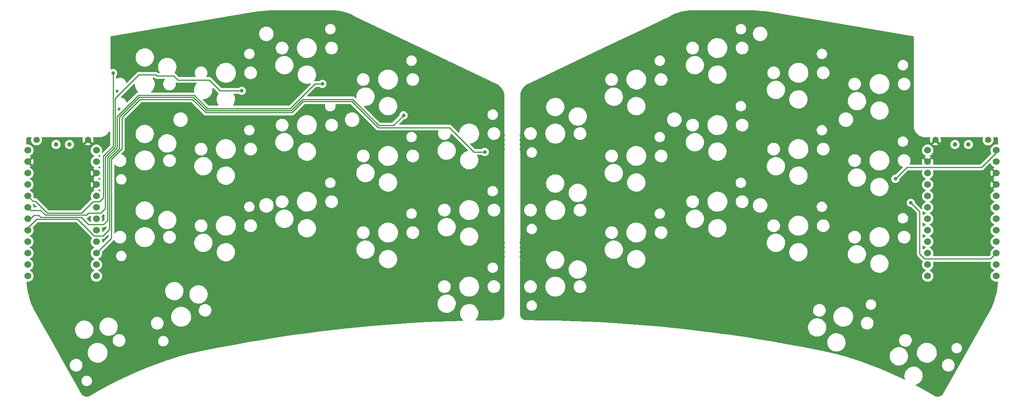
<source format=gbr>
%TF.GenerationSoftware,KiCad,Pcbnew,(6.0.7-1)-1*%
%TF.CreationDate,2022-10-20T13:43:27+02:00*%
%TF.ProjectId,sweepbling-lp__pcb,73776565-7062-46c6-996e-672d6c705f5f,rev?*%
%TF.SameCoordinates,Original*%
%TF.FileFunction,Copper,L1,Top*%
%TF.FilePolarity,Positive*%
%FSLAX46Y46*%
G04 Gerber Fmt 4.6, Leading zero omitted, Abs format (unit mm)*
G04 Created by KiCad (PCBNEW (6.0.7-1)-1) date 2022-10-20 13:43:27*
%MOMM*%
%LPD*%
G01*
G04 APERTURE LIST*
%TA.AperFunction,ComponentPad*%
%ADD10C,1.524000*%
%TD*%
%TA.AperFunction,ComponentPad*%
%ADD11C,1.397000*%
%TD*%
%TA.AperFunction,WasherPad*%
%ADD12C,1.000000*%
%TD*%
%TA.AperFunction,ViaPad*%
%ADD13C,0.800000*%
%TD*%
%TA.AperFunction,Conductor*%
%ADD14C,0.250000*%
%TD*%
G04 APERTURE END LIST*
D10*
%TO.P,U1,1,TX*%
%TO.N,Switch10*%
X237789400Y-53086000D03*
%TO.P,U1,2,RX*%
%TO.N,Switch18*%
X237789400Y-55626000D03*
%TO.P,U1,3,GND*%
%TO.N,gnd*%
X237789400Y-58166000D03*
%TO.P,U1,4,GND*%
X237789400Y-60706000D03*
%TO.P,U1,5,SDA*%
%TO.N,Switch11*%
X237789400Y-63246000D03*
%TO.P,U1,6,SCL*%
%TO.N,Switch12*%
X237789400Y-65786000D03*
%TO.P,U1,7,D4*%
%TO.N,Switch13*%
X237789400Y-68326000D03*
%TO.P,U1,8,C6*%
%TO.N,Switch14*%
X237789400Y-70866000D03*
%TO.P,U1,9,D7*%
%TO.N,Switch15*%
X237789400Y-73406000D03*
%TO.P,U1,10,E6*%
%TO.N,Switch1*%
X237789400Y-75946000D03*
%TO.P,U1,11,B4*%
%TO.N,Switch16*%
X237789400Y-78486000D03*
%TO.P,U1,12,B5*%
%TO.N,Switch17*%
X237789400Y-81026000D03*
%TO.P,U1,13,B6*%
%TO.N,Switch9*%
X222569400Y-81026000D03*
%TO.P,U1,14,B2*%
%TO.N,Switch8*%
X222569400Y-78486000D03*
%TO.P,U1,15,B3*%
%TO.N,Switch7*%
X222569400Y-75946000D03*
%TO.P,U1,16,B1*%
%TO.N,Switch6*%
X222569400Y-73406000D03*
%TO.P,U1,17,F7*%
%TO.N,Switch2*%
X222569400Y-70866000D03*
%TO.P,U1,18,F6*%
%TO.N,Switch3*%
X222569400Y-68326000D03*
%TO.P,U1,19,F5*%
%TO.N,Switch4*%
X222569400Y-65786000D03*
%TO.P,U1,20,F4*%
%TO.N,Switch5*%
X222569400Y-63246000D03*
%TO.P,U1,21,VCC*%
%TO.N,vcc*%
X222569400Y-60706000D03*
%TO.P,U1,22,RST*%
%TO.N,reset*%
X222569400Y-58166000D03*
%TO.P,U1,23,GND*%
%TO.N,gnd*%
X222569400Y-55626000D03*
%TO.P,U1,24,RAW*%
%TO.N,raw*%
X222569400Y-53086000D03*
%TD*%
D11*
%TO.P,Bat+1,1,1*%
%TO.N,BT+*%
X235966000Y-50800000D03*
%TD*%
%TO.P,BatGND1,1,1*%
%TO.N,gnd*%
X224282000Y-50800000D03*
%TD*%
D10*
%TO.P,U2,1,TX*%
%TO.N,Switch10_r*%
X37937400Y-53086000D03*
%TO.P,U2,2,RX*%
%TO.N,Switch18_r*%
X37937400Y-55626000D03*
%TO.P,U2,3,GND*%
%TO.N,gnd_r*%
X37937400Y-58166000D03*
%TO.P,U2,4,GND*%
X37937400Y-60706000D03*
%TO.P,U2,5,SDA*%
%TO.N,Switch11_r*%
X37937400Y-63246000D03*
%TO.P,U2,6,SCL*%
%TO.N,Switch12_r*%
X37937400Y-65786000D03*
%TO.P,U2,7,D4*%
%TO.N,Switch13_r*%
X37937400Y-68326000D03*
%TO.P,U2,8,C6*%
%TO.N,Switch14_r*%
X37937400Y-70866000D03*
%TO.P,U2,9,D7*%
%TO.N,Switch15_r*%
X37937400Y-73406000D03*
%TO.P,U2,10,E6*%
%TO.N,Switch1_r*%
X37937400Y-75946000D03*
%TO.P,U2,11,B4*%
%TO.N,Switch16_r*%
X37937400Y-78486000D03*
%TO.P,U2,12,B5*%
%TO.N,Switch17_r*%
X37937400Y-81026000D03*
%TO.P,U2,13,B6*%
%TO.N,Switch9_r*%
X22717400Y-81026000D03*
%TO.P,U2,14,B2*%
%TO.N,Switch8_r*%
X22717400Y-78486000D03*
%TO.P,U2,15,B3*%
%TO.N,Switch7_r*%
X22717400Y-75946000D03*
%TO.P,U2,16,B1*%
%TO.N,Switch6_r*%
X22717400Y-73406000D03*
%TO.P,U2,17,F7*%
%TO.N,Switch2_r*%
X22717400Y-70866000D03*
%TO.P,U2,18,F6*%
%TO.N,Switch3_r*%
X22717400Y-68326000D03*
%TO.P,U2,19,F5*%
%TO.N,Switch4_r*%
X22717400Y-65786000D03*
%TO.P,U2,20,F4*%
%TO.N,Switch5_r*%
X22717400Y-63246000D03*
%TO.P,U2,21,VCC*%
%TO.N,vcc_r*%
X22717400Y-60706000D03*
%TO.P,U2,22,RST*%
%TO.N,reset_r*%
X22717400Y-58166000D03*
%TO.P,U2,23,GND*%
%TO.N,gnd_r*%
X22717400Y-55626000D03*
%TO.P,U2,24,RAW*%
%TO.N,raw_r*%
X22717400Y-53086000D03*
%TD*%
D11*
%TO.P,BatGNDr1,1,1*%
%TO.N,gnd_r*%
X36068000Y-50800000D03*
%TD*%
%TO.P,Bat+r1,1,1*%
%TO.N,BT+_r*%
X24638000Y-50800000D03*
%TD*%
D12*
%TO.P,SW_POWER1,*%
%TO.N,*%
X231624000Y-51816000D03*
X228624000Y-51816000D03*
%TD*%
%TO.P,SW_POWERR1,*%
%TO.N,*%
X28980000Y-51816000D03*
X31980000Y-51816000D03*
%TD*%
D13*
%TO.N,gnd*%
X200279000Y-76073000D03*
X175895000Y-42799000D03*
X233426000Y-58166000D03*
%TO.N,Switch1*%
X218821000Y-64770000D03*
%TO.N,Switch10*%
X215392000Y-59436000D03*
%TO.N,Switch1_r*%
X124206000Y-53467000D03*
%TO.N,Switch2_r*%
X106172000Y-45339000D03*
%TO.N,Switch3_r*%
X88138000Y-38354000D03*
%TO.N,Switch4_r*%
X70231000Y-39878000D03*
%TO.N,Switch5_r*%
X41656000Y-35941000D03*
%TO.N,gnd_r*%
X42316400Y-87325200D03*
X75742800Y-23977600D03*
X58166000Y-59436000D03*
%TD*%
D14*
%TO.N,Switch1*%
X221869000Y-77216000D02*
X236519400Y-77216000D01*
X220794520Y-66743520D02*
X220794520Y-76141520D01*
X236519400Y-77216000D02*
X237789400Y-75946000D01*
X220794520Y-76141520D02*
X221869000Y-77216000D01*
X218821000Y-64770000D02*
X220794520Y-66743520D01*
%TO.N,Switch10*%
X234569000Y-56896000D02*
X237789400Y-53675600D01*
X215392000Y-59436000D02*
X217932000Y-56896000D01*
X217932000Y-56896000D02*
X234569000Y-56896000D01*
X237789400Y-53675600D02*
X237789400Y-53086000D01*
%TO.N,Switch1_r*%
X47616396Y-41793040D02*
X43625218Y-45784218D01*
X124206000Y-53467000D02*
X121774591Y-53467000D01*
X83878480Y-42232520D02*
X81396960Y-44714040D01*
X41275000Y-72608400D02*
X37937400Y-75946000D01*
X81396960Y-44714040D02*
X62238604Y-44714040D01*
X43625218Y-45784218D02*
X43625218Y-52769935D01*
X100532521Y-48057479D02*
X94707562Y-42232520D01*
X41275000Y-55120153D02*
X41275000Y-72608400D01*
X94707562Y-42232520D02*
X83878480Y-42232520D01*
X43625218Y-52769935D02*
X41275000Y-55120153D01*
X59317604Y-41793040D02*
X47616396Y-41793040D01*
X116365070Y-48057479D02*
X100532521Y-48057479D01*
X62238604Y-44714040D02*
X59317604Y-41793040D01*
X121774591Y-53467000D02*
X116365070Y-48057479D01*
%TO.N,Switch2_r*%
X43053000Y-45720718D02*
X43053000Y-52706436D01*
X40825480Y-54933956D02*
X40825480Y-70680520D01*
X81184041Y-44264520D02*
X62424802Y-44264520D01*
X40825480Y-70680520D02*
X39370000Y-72136000D01*
X83665561Y-41783000D02*
X81184041Y-44264520D01*
X37465000Y-72136000D02*
X33733560Y-68404560D01*
X22717400Y-70373600D02*
X22717400Y-70866000D01*
X103903041Y-47607959D02*
X100718718Y-47607959D01*
X62424802Y-44264520D02*
X59503802Y-41343520D01*
X59503802Y-41343520D02*
X47430198Y-41343520D01*
X94893759Y-41783000D02*
X83665561Y-41783000D01*
X43053000Y-52706436D02*
X40825480Y-54933956D01*
X47430198Y-41343520D02*
X43053000Y-45720718D01*
X24686440Y-68404560D02*
X22717400Y-70373600D01*
X39370000Y-72136000D02*
X37465000Y-72136000D01*
X100718718Y-47607959D02*
X94893759Y-41783000D01*
X33733560Y-68404560D02*
X24686440Y-68404560D01*
X106172000Y-45339000D02*
X103903041Y-47607959D01*
%TO.N,Switch3_r*%
X24114400Y-67564000D02*
X23352400Y-68326000D01*
X34554040Y-67955040D02*
X25537040Y-67955040D01*
X42555040Y-52568676D02*
X40375960Y-54747759D01*
X40375960Y-54747759D02*
X40375960Y-68717040D01*
X39497000Y-69596000D02*
X36195000Y-69596000D01*
X36195000Y-69596000D02*
X34554040Y-67955040D01*
X25537040Y-67955040D02*
X25146000Y-67564000D01*
X86458843Y-38354000D02*
X80997843Y-43815000D01*
X40375960Y-68717040D02*
X39497000Y-69596000D01*
X59690000Y-40894000D02*
X47244000Y-40894000D01*
X23352400Y-68326000D02*
X22717400Y-68326000D01*
X47244000Y-40894000D02*
X42555040Y-45582960D01*
X25146000Y-67564000D02*
X24114400Y-67564000D01*
X80997843Y-43815000D02*
X62611000Y-43815000D01*
X42555040Y-45582960D02*
X42555040Y-52568676D01*
X88138000Y-38354000D02*
X86458843Y-38354000D01*
X62611000Y-43815000D02*
X59690000Y-40894000D01*
%TO.N,Switch4_r*%
X36195000Y-67056000D02*
X35745480Y-67505520D01*
X56007000Y-37465000D02*
X55118000Y-36576000D01*
X26610802Y-67505520D02*
X25526282Y-66421000D01*
X39926440Y-54561559D02*
X39926440Y-65991560D01*
X42105520Y-52382479D02*
X39926440Y-54561559D01*
X47385521Y-36307479D02*
X42105520Y-41587480D01*
X23352400Y-66421000D02*
X22717400Y-65786000D01*
X55118000Y-36576000D02*
X51322909Y-36576000D01*
X62992000Y-37465000D02*
X56007000Y-37465000D01*
X42105520Y-41587480D02*
X42105520Y-52382479D01*
X65405000Y-39878000D02*
X62992000Y-37465000D01*
X38862000Y-67056000D02*
X36195000Y-67056000D01*
X25526282Y-66421000D02*
X23352400Y-66421000D01*
X51054388Y-36307479D02*
X47385521Y-36307479D01*
X35745480Y-67505520D02*
X26610802Y-67505520D01*
X51322909Y-36576000D02*
X51054388Y-36307479D01*
X70231000Y-39878000D02*
X65405000Y-39878000D01*
X39926440Y-65991560D02*
X38862000Y-67056000D01*
%TO.N,Switch5_r*%
X39476920Y-63647080D02*
X38608000Y-64516000D01*
X39476920Y-54375362D02*
X39476920Y-63647080D01*
X27051000Y-67056000D02*
X24384000Y-64389000D01*
X23860400Y-64389000D02*
X22717400Y-63246000D01*
X41656000Y-52196282D02*
X39476920Y-54375362D01*
X34671000Y-67056000D02*
X27051000Y-67056000D01*
X37211000Y-64516000D02*
X34671000Y-67056000D01*
X38608000Y-64516000D02*
X37211000Y-64516000D01*
X41656000Y-35941000D02*
X41656000Y-52196282D01*
X24384000Y-64389000D02*
X23860400Y-64389000D01*
%TD*%
%TA.AperFunction,Conductor*%
%TO.N,gnd*%
G36*
X182850648Y-22012650D02*
G01*
X182875040Y-22016384D01*
X182887545Y-22014716D01*
X182901992Y-22012790D01*
X182920315Y-22011695D01*
X183899261Y-22024654D01*
X183903240Y-22024770D01*
X184215345Y-22038773D01*
X184918267Y-22070310D01*
X184922190Y-22070547D01*
X185630301Y-22124776D01*
X185935311Y-22148135D01*
X185939275Y-22148502D01*
X186949360Y-22258049D01*
X186953311Y-22258540D01*
X187915202Y-22393729D01*
X187936083Y-22398503D01*
X187954457Y-22404386D01*
X187967051Y-22404706D01*
X187982097Y-22405089D01*
X188000020Y-22406832D01*
X205954242Y-25460577D01*
X219352609Y-27739439D01*
X219416411Y-27770580D01*
X219426987Y-27781468D01*
X219439785Y-27796340D01*
X219458997Y-27826413D01*
X219472395Y-27855906D01*
X219482405Y-27890162D01*
X219484480Y-27904655D01*
X219485743Y-27924031D01*
X219485732Y-27924926D01*
X219484353Y-27933792D01*
X219485518Y-27942692D01*
X219488479Y-27965310D01*
X219489545Y-27981665D01*
X219489526Y-36282984D01*
X219489501Y-47721845D01*
X219488410Y-47738389D01*
X219484300Y-47769419D01*
X219484586Y-47781968D01*
X219485444Y-47786756D01*
X219485469Y-47787010D01*
X219486815Y-47796847D01*
X219511146Y-48052923D01*
X219513796Y-48080817D01*
X219577617Y-48374177D01*
X219578849Y-48377731D01*
X219578851Y-48377738D01*
X219674719Y-48654284D01*
X219674723Y-48654293D01*
X219675952Y-48657839D01*
X219807398Y-48927757D01*
X219809442Y-48930928D01*
X219809443Y-48930929D01*
X219835162Y-48970819D01*
X219970081Y-49180082D01*
X220161682Y-49411216D01*
X220164406Y-49413801D01*
X220164411Y-49413806D01*
X220376739Y-49615275D01*
X220376743Y-49615279D01*
X220379467Y-49617863D01*
X220620333Y-49797076D01*
X220880844Y-49946300D01*
X220884301Y-49947764D01*
X220884302Y-49947765D01*
X221153826Y-50061943D01*
X221153831Y-50061945D01*
X221157285Y-50063408D01*
X221445714Y-50146728D01*
X221449430Y-50147334D01*
X221449433Y-50147335D01*
X221538825Y-50161920D01*
X221742018Y-50195073D01*
X221745762Y-50195231D01*
X221745769Y-50195232D01*
X221873511Y-50200632D01*
X222009659Y-50206388D01*
X222023052Y-50207675D01*
X222029435Y-50208634D01*
X222034306Y-50208608D01*
X222037122Y-50208593D01*
X222041987Y-50208567D01*
X222046784Y-50207794D01*
X222046786Y-50207794D01*
X222055518Y-50206387D01*
X222064062Y-50205011D01*
X222084074Y-50203407D01*
X223032805Y-50203233D01*
X223100929Y-50223223D01*
X223147432Y-50276870D01*
X223157549Y-50347142D01*
X223153161Y-50366597D01*
X223098522Y-50542563D01*
X223096130Y-50553817D01*
X223071425Y-50762547D01*
X223071124Y-50774048D01*
X223084871Y-50983779D01*
X223086672Y-50995149D01*
X223138409Y-51198863D01*
X223142250Y-51209710D01*
X223230247Y-51400592D01*
X223235996Y-51410549D01*
X223257112Y-51440427D01*
X223267701Y-51448815D01*
X223281000Y-51441788D01*
X224192905Y-50529884D01*
X224255217Y-50495859D01*
X224326033Y-50500924D01*
X224371095Y-50529884D01*
X225284609Y-51443398D01*
X225296987Y-51450156D01*
X225303566Y-51445231D01*
X225386095Y-51297865D01*
X225390771Y-51287362D01*
X225458334Y-51088328D01*
X225461019Y-51077145D01*
X225491475Y-50867088D01*
X225492105Y-50859705D01*
X225493572Y-50803704D01*
X225493329Y-50796305D01*
X225473908Y-50584945D01*
X225471811Y-50573630D01*
X225413190Y-50365777D01*
X225415048Y-50365253D01*
X225410016Y-50303156D01*
X225443450Y-50240525D01*
X225505438Y-50205912D01*
X225533357Y-50202774D01*
X234715696Y-50201090D01*
X234783819Y-50221080D01*
X234830322Y-50274727D01*
X234840439Y-50344999D01*
X234831399Y-50375353D01*
X234831664Y-50375450D01*
X234830045Y-50379898D01*
X234829914Y-50380338D01*
X234829781Y-50380622D01*
X234829779Y-50380628D01*
X234827458Y-50385605D01*
X234826036Y-50390913D01*
X234826035Y-50390915D01*
X234777077Y-50573630D01*
X234772796Y-50589606D01*
X234754389Y-50800000D01*
X234772796Y-51010394D01*
X234774220Y-51015707D01*
X234774220Y-51015709D01*
X234818002Y-51179103D01*
X234827458Y-51214395D01*
X234829780Y-51219376D01*
X234829781Y-51219377D01*
X234901655Y-51373510D01*
X234916714Y-51405805D01*
X235037852Y-51578809D01*
X235187191Y-51728148D01*
X235191699Y-51731305D01*
X235191702Y-51731307D01*
X235346221Y-51839502D01*
X235360194Y-51849286D01*
X235365176Y-51851609D01*
X235365181Y-51851612D01*
X235528828Y-51927921D01*
X235551605Y-51938542D01*
X235556913Y-51939964D01*
X235556915Y-51939965D01*
X235750291Y-51991780D01*
X235750293Y-51991780D01*
X235755606Y-51993204D01*
X235966000Y-52011611D01*
X236176394Y-51993204D01*
X236181707Y-51991780D01*
X236181709Y-51991780D01*
X236375085Y-51939965D01*
X236375087Y-51939964D01*
X236380395Y-51938542D01*
X236403172Y-51927921D01*
X236566819Y-51851612D01*
X236566824Y-51851609D01*
X236571806Y-51849286D01*
X236585779Y-51839502D01*
X236740298Y-51731307D01*
X236740301Y-51731305D01*
X236744809Y-51728148D01*
X236894148Y-51578809D01*
X237015286Y-51405805D01*
X237030346Y-51373510D01*
X237102219Y-51219377D01*
X237102220Y-51219376D01*
X237104542Y-51214395D01*
X237113999Y-51179103D01*
X237157780Y-51015709D01*
X237157780Y-51015707D01*
X237159204Y-51010394D01*
X237177611Y-50800000D01*
X237159204Y-50589606D01*
X237154923Y-50573630D01*
X237105965Y-50390915D01*
X237105964Y-50390913D01*
X237104542Y-50385605D01*
X237101876Y-50379887D01*
X237101822Y-50379534D01*
X237100336Y-50375450D01*
X237101156Y-50375151D01*
X237091211Y-50309696D01*
X237120188Y-50244882D01*
X237179606Y-50206023D01*
X237216045Y-50200632D01*
X237888667Y-50200509D01*
X237908075Y-50202009D01*
X237922850Y-50204310D01*
X237922855Y-50204310D01*
X237931724Y-50205691D01*
X237940628Y-50204527D01*
X237949599Y-50204636D01*
X237949589Y-50205451D01*
X237971097Y-50205743D01*
X237992915Y-50209198D01*
X238030407Y-50221379D01*
X238062173Y-50237564D01*
X238094062Y-50260734D01*
X238119266Y-50285938D01*
X238142436Y-50317827D01*
X238158621Y-50349593D01*
X238170802Y-50387085D01*
X238174119Y-50408032D01*
X238175550Y-50427753D01*
X238174309Y-50435724D01*
X238178436Y-50467283D01*
X238179500Y-50483621D01*
X238179500Y-51711001D01*
X238159498Y-51779122D01*
X238105842Y-51825615D01*
X238035568Y-51835719D01*
X238020891Y-51832708D01*
X238016183Y-51831447D01*
X238016177Y-51831446D01*
X238010863Y-51830022D01*
X237789400Y-51810647D01*
X237567937Y-51830022D01*
X237431625Y-51866547D01*
X237358514Y-51886137D01*
X237358512Y-51886138D01*
X237353204Y-51887560D01*
X237348223Y-51889882D01*
X237348222Y-51889883D01*
X237156711Y-51979186D01*
X237156706Y-51979189D01*
X237151724Y-51981512D01*
X237147217Y-51984668D01*
X237147215Y-51984669D01*
X236974130Y-52105864D01*
X236974127Y-52105866D01*
X236969619Y-52109023D01*
X236812423Y-52266219D01*
X236809266Y-52270727D01*
X236809264Y-52270730D01*
X236689783Y-52441367D01*
X236684912Y-52448324D01*
X236682589Y-52453306D01*
X236682586Y-52453311D01*
X236599999Y-52630419D01*
X236590960Y-52649804D01*
X236533422Y-52864537D01*
X236514047Y-53086000D01*
X236533422Y-53307463D01*
X236542832Y-53342581D01*
X236577915Y-53473510D01*
X236590960Y-53522196D01*
X236593282Y-53527177D01*
X236593283Y-53527178D01*
X236682586Y-53718689D01*
X236682589Y-53718694D01*
X236684912Y-53723676D01*
X236690369Y-53731469D01*
X236713061Y-53798740D01*
X236695780Y-53867601D01*
X236676255Y-53892840D01*
X234343500Y-56225595D01*
X234281188Y-56259621D01*
X234254405Y-56262500D01*
X223871666Y-56262500D01*
X223803545Y-56242498D01*
X223757052Y-56188842D01*
X223746948Y-56118568D01*
X223757470Y-56083252D01*
X223765045Y-56067008D01*
X223768791Y-56056715D01*
X223823459Y-55852691D01*
X223825362Y-55841896D01*
X223843772Y-55631475D01*
X223843772Y-55620525D01*
X223825362Y-55410104D01*
X223823459Y-55399309D01*
X223768791Y-55195285D01*
X223765045Y-55184993D01*
X223675777Y-54993559D01*
X223670297Y-54984068D01*
X223639606Y-54940235D01*
X223629129Y-54931860D01*
X223615682Y-54938928D01*
X222658495Y-55896115D01*
X222596183Y-55930141D01*
X222525368Y-55925076D01*
X222480305Y-55896115D01*
X221522397Y-54938207D01*
X221510623Y-54931777D01*
X221498607Y-54941074D01*
X221468503Y-54984068D01*
X221463023Y-54993559D01*
X221373755Y-55184993D01*
X221370009Y-55195285D01*
X221315341Y-55399309D01*
X221313438Y-55410104D01*
X221295028Y-55620525D01*
X221295028Y-55631475D01*
X221313438Y-55841896D01*
X221315341Y-55852691D01*
X221370009Y-56056715D01*
X221373755Y-56067008D01*
X221381330Y-56083252D01*
X221391990Y-56153444D01*
X221363009Y-56218256D01*
X221303589Y-56257111D01*
X221267134Y-56262500D01*
X218668787Y-56262500D01*
X218600666Y-56242498D01*
X218554173Y-56188842D01*
X218544069Y-56118568D01*
X218556470Y-56079395D01*
X218562682Y-56067178D01*
X218645733Y-55903828D01*
X218689017Y-55764430D01*
X218715032Y-55680651D01*
X218715033Y-55680645D01*
X218716616Y-55675548D01*
X218745100Y-55460646D01*
X218747323Y-55443873D01*
X218747323Y-55443869D01*
X218748023Y-55438589D01*
X218747199Y-55416628D01*
X218743328Y-55313531D01*
X218739055Y-55199726D01*
X218718319Y-55100900D01*
X218691067Y-54971016D01*
X218691066Y-54971013D01*
X218689970Y-54965789D01*
X218602171Y-54743467D01*
X218478168Y-54539117D01*
X218416471Y-54468017D01*
X218325007Y-54362614D01*
X218325005Y-54362612D01*
X218321507Y-54358581D01*
X218317381Y-54355198D01*
X218317377Y-54355194D01*
X218165863Y-54230961D01*
X218136667Y-54207022D01*
X218132031Y-54204383D01*
X218132028Y-54204381D01*
X217933577Y-54091416D01*
X217928934Y-54088773D01*
X217704247Y-54007216D01*
X217698998Y-54006267D01*
X217698995Y-54006266D01*
X217473115Y-53965420D01*
X217473107Y-53965419D01*
X217469031Y-53964682D01*
X217450641Y-53963815D01*
X217445456Y-53963570D01*
X217445449Y-53963570D01*
X217443968Y-53963500D01*
X217275988Y-53963500D01*
X217097825Y-53978617D01*
X217092661Y-53979957D01*
X217092657Y-53979958D01*
X216871625Y-54037327D01*
X216871620Y-54037329D01*
X216866460Y-54038668D01*
X216861594Y-54040860D01*
X216653381Y-54134653D01*
X216653378Y-54134654D01*
X216648520Y-54136843D01*
X216450238Y-54270334D01*
X216446381Y-54274013D01*
X216446379Y-54274015D01*
X216422504Y-54296791D01*
X216277282Y-54435326D01*
X216274099Y-54439603D01*
X216274099Y-54439604D01*
X216267718Y-54448180D01*
X216134598Y-54627100D01*
X216132182Y-54631851D01*
X216132180Y-54631855D01*
X216054751Y-54784147D01*
X216026267Y-54840172D01*
X216005264Y-54907814D01*
X215956968Y-55063349D01*
X215956967Y-55063355D01*
X215955384Y-55068452D01*
X215947387Y-55128787D01*
X215925178Y-55296353D01*
X215923977Y-55305411D01*
X215932945Y-55544274D01*
X215934040Y-55549492D01*
X215977152Y-55754961D01*
X215982030Y-55778211D01*
X216069829Y-56000533D01*
X216193832Y-56204883D01*
X216197329Y-56208913D01*
X216327110Y-56358472D01*
X216350493Y-56385419D01*
X216354619Y-56388802D01*
X216354623Y-56388806D01*
X216435792Y-56455360D01*
X216535333Y-56536978D01*
X216539969Y-56539617D01*
X216539972Y-56539619D01*
X216636286Y-56594444D01*
X216743066Y-56655227D01*
X216837900Y-56689650D01*
X216948618Y-56729839D01*
X217005826Y-56771884D01*
X217031222Y-56838183D01*
X217016742Y-56907687D01*
X216994722Y-56937373D01*
X215441500Y-58490595D01*
X215379188Y-58524621D01*
X215352405Y-58527500D01*
X215296513Y-58527500D01*
X215290061Y-58528872D01*
X215290056Y-58528872D01*
X215210701Y-58545740D01*
X215109712Y-58567206D01*
X215103682Y-58569891D01*
X215103681Y-58569891D01*
X214941278Y-58642197D01*
X214941276Y-58642198D01*
X214935248Y-58644882D01*
X214929907Y-58648762D01*
X214929906Y-58648763D01*
X214907712Y-58664888D01*
X214780747Y-58757134D01*
X214776326Y-58762044D01*
X214776325Y-58762045D01*
X214734781Y-58808185D01*
X214652960Y-58899056D01*
X214557473Y-59064444D01*
X214498458Y-59246072D01*
X214497768Y-59252633D01*
X214497768Y-59252635D01*
X214488561Y-59340238D01*
X214478496Y-59436000D01*
X214479186Y-59442565D01*
X214496224Y-59604669D01*
X214498458Y-59625928D01*
X214557473Y-59807556D01*
X214652960Y-59972944D01*
X214657378Y-59977851D01*
X214657379Y-59977852D01*
X214776325Y-60109955D01*
X214780747Y-60114866D01*
X214828996Y-60149921D01*
X214883132Y-60189253D01*
X214935248Y-60227118D01*
X214941276Y-60229802D01*
X214941278Y-60229803D01*
X215084471Y-60293556D01*
X215109712Y-60304794D01*
X215194174Y-60322747D01*
X215290056Y-60343128D01*
X215290061Y-60343128D01*
X215296513Y-60344500D01*
X215487487Y-60344500D01*
X215493939Y-60343128D01*
X215493944Y-60343128D01*
X215589826Y-60322747D01*
X215674288Y-60304794D01*
X215699529Y-60293556D01*
X215842722Y-60229803D01*
X215842724Y-60229802D01*
X215848752Y-60227118D01*
X215900869Y-60189253D01*
X215955004Y-60149921D01*
X216003253Y-60114866D01*
X216007675Y-60109955D01*
X216126621Y-59977852D01*
X216126622Y-59977851D01*
X216131040Y-59972944D01*
X216226527Y-59807556D01*
X216285542Y-59625928D01*
X216287777Y-59604669D01*
X216299237Y-59495623D01*
X216302907Y-59460706D01*
X216329920Y-59395050D01*
X216339122Y-59384782D01*
X218157499Y-57566405D01*
X218219811Y-57532379D01*
X218246594Y-57529500D01*
X221266583Y-57529500D01*
X221334704Y-57549502D01*
X221381197Y-57603158D01*
X221391301Y-57673432D01*
X221380777Y-57708751D01*
X221377062Y-57716719D01*
X221370960Y-57729804D01*
X221313422Y-57944537D01*
X221294047Y-58166000D01*
X221313422Y-58387463D01*
X221332449Y-58458472D01*
X221355833Y-58545740D01*
X221370960Y-58602196D01*
X221373282Y-58607177D01*
X221373283Y-58607178D01*
X221462586Y-58798689D01*
X221462589Y-58798694D01*
X221464912Y-58803676D01*
X221468068Y-58808183D01*
X221468069Y-58808185D01*
X221563923Y-58945078D01*
X221592423Y-58985781D01*
X221749619Y-59142977D01*
X221754127Y-59146134D01*
X221754130Y-59146136D01*
X221791095Y-59172019D01*
X221931723Y-59270488D01*
X221936705Y-59272811D01*
X221936710Y-59272814D01*
X222041773Y-59321805D01*
X222095058Y-59368722D01*
X222114519Y-59436999D01*
X222093977Y-59504959D01*
X222041773Y-59550195D01*
X221936711Y-59599186D01*
X221936706Y-59599189D01*
X221931724Y-59601512D01*
X221927217Y-59604668D01*
X221927215Y-59604669D01*
X221754130Y-59725864D01*
X221754127Y-59725866D01*
X221749619Y-59729023D01*
X221592423Y-59886219D01*
X221589266Y-59890727D01*
X221589264Y-59890730D01*
X221468069Y-60063815D01*
X221464912Y-60068324D01*
X221462589Y-60073306D01*
X221462586Y-60073311D01*
X221373390Y-60264592D01*
X221370960Y-60269804D01*
X221369538Y-60275112D01*
X221369537Y-60275114D01*
X221363902Y-60296145D01*
X221313422Y-60484537D01*
X221294047Y-60706000D01*
X221313422Y-60927463D01*
X221339156Y-61023502D01*
X221364725Y-61118925D01*
X221370960Y-61142196D01*
X221373282Y-61147177D01*
X221373283Y-61147178D01*
X221462586Y-61338689D01*
X221462589Y-61338694D01*
X221464912Y-61343676D01*
X221468068Y-61348183D01*
X221468069Y-61348185D01*
X221582077Y-61511005D01*
X221592423Y-61525781D01*
X221749619Y-61682977D01*
X221754127Y-61686134D01*
X221754130Y-61686136D01*
X221821572Y-61733359D01*
X221931723Y-61810488D01*
X221936705Y-61812811D01*
X221936710Y-61812814D01*
X222041773Y-61861805D01*
X222095058Y-61908722D01*
X222114519Y-61976999D01*
X222093977Y-62044959D01*
X222041773Y-62090195D01*
X221936711Y-62139186D01*
X221936706Y-62139189D01*
X221931724Y-62141512D01*
X221927217Y-62144668D01*
X221927215Y-62144669D01*
X221754130Y-62265864D01*
X221754127Y-62265866D01*
X221749619Y-62269023D01*
X221592423Y-62426219D01*
X221589266Y-62430727D01*
X221589264Y-62430730D01*
X221498798Y-62559929D01*
X221464912Y-62608324D01*
X221462589Y-62613306D01*
X221462586Y-62613311D01*
X221387390Y-62774569D01*
X221370960Y-62809804D01*
X221369538Y-62815112D01*
X221369537Y-62815114D01*
X221363902Y-62836145D01*
X221313422Y-63024537D01*
X221294047Y-63246000D01*
X221313422Y-63467463D01*
X221370960Y-63682196D01*
X221373282Y-63687177D01*
X221373283Y-63687178D01*
X221462586Y-63878689D01*
X221462589Y-63878694D01*
X221464912Y-63883676D01*
X221468068Y-63888183D01*
X221468069Y-63888185D01*
X221582199Y-64051179D01*
X221592423Y-64065781D01*
X221749619Y-64222977D01*
X221754127Y-64226134D01*
X221754130Y-64226136D01*
X221815732Y-64269270D01*
X221931723Y-64350488D01*
X221936705Y-64352811D01*
X221936710Y-64352814D01*
X222041773Y-64401805D01*
X222095058Y-64448722D01*
X222114519Y-64516999D01*
X222093977Y-64584959D01*
X222041773Y-64630195D01*
X221936711Y-64679186D01*
X221936706Y-64679189D01*
X221931724Y-64681512D01*
X221927217Y-64684668D01*
X221927215Y-64684669D01*
X221754130Y-64805864D01*
X221754127Y-64805866D01*
X221749619Y-64809023D01*
X221592423Y-64966219D01*
X221589266Y-64970727D01*
X221589264Y-64970730D01*
X221499608Y-65098773D01*
X221464912Y-65148324D01*
X221462589Y-65153306D01*
X221462586Y-65153311D01*
X221382422Y-65325223D01*
X221370960Y-65349804D01*
X221313422Y-65564537D01*
X221294047Y-65786000D01*
X221313422Y-66007463D01*
X221314846Y-66012776D01*
X221323139Y-66043727D01*
X221321449Y-66114703D01*
X221281655Y-66173499D01*
X221216391Y-66201447D01*
X221146377Y-66189674D01*
X221112337Y-66165433D01*
X220476324Y-65529419D01*
X219768122Y-64821217D01*
X219734096Y-64758905D01*
X219731907Y-64745292D01*
X219715232Y-64586635D01*
X219715232Y-64586633D01*
X219714542Y-64580072D01*
X219710135Y-64566507D01*
X219671317Y-64447041D01*
X219655527Y-64398444D01*
X219644801Y-64379865D01*
X219563341Y-64238774D01*
X219560040Y-64233056D01*
X219536894Y-64207349D01*
X219436675Y-64096045D01*
X219436674Y-64096044D01*
X219432253Y-64091134D01*
X219277752Y-63978882D01*
X219271724Y-63976198D01*
X219271722Y-63976197D01*
X219109319Y-63903891D01*
X219109318Y-63903891D01*
X219103288Y-63901206D01*
X219009888Y-63881353D01*
X218922944Y-63862872D01*
X218922939Y-63862872D01*
X218916487Y-63861500D01*
X218725513Y-63861500D01*
X218719061Y-63862872D01*
X218719056Y-63862872D01*
X218632112Y-63881353D01*
X218538712Y-63901206D01*
X218532682Y-63903891D01*
X218532681Y-63903891D01*
X218370278Y-63976197D01*
X218370276Y-63976198D01*
X218364248Y-63978882D01*
X218209747Y-64091134D01*
X218205326Y-64096044D01*
X218205325Y-64096045D01*
X218105107Y-64207349D01*
X218081960Y-64233056D01*
X218078659Y-64238774D01*
X217997200Y-64379865D01*
X217986473Y-64398444D01*
X217970683Y-64447041D01*
X217931866Y-64566507D01*
X217927458Y-64580072D01*
X217926768Y-64586633D01*
X217926768Y-64586635D01*
X217916086Y-64688274D01*
X217907496Y-64770000D01*
X217927458Y-64959928D01*
X217986473Y-65141556D01*
X217989776Y-65147278D01*
X217989777Y-65147279D01*
X217990826Y-65149096D01*
X218081960Y-65306944D01*
X218086378Y-65311851D01*
X218086379Y-65311852D01*
X218124837Y-65354564D01*
X218209747Y-65448866D01*
X218364248Y-65561118D01*
X218370276Y-65563802D01*
X218370278Y-65563803D01*
X218532681Y-65636109D01*
X218538712Y-65638794D01*
X218632112Y-65658647D01*
X218719056Y-65677128D01*
X218719061Y-65677128D01*
X218725513Y-65678500D01*
X218781406Y-65678500D01*
X218849527Y-65698502D01*
X218870501Y-65715405D01*
X220124115Y-66969020D01*
X220158141Y-67031332D01*
X220161020Y-67058115D01*
X220161020Y-76062753D01*
X220160493Y-76073936D01*
X220158818Y-76081429D01*
X220159067Y-76089355D01*
X220159067Y-76089356D01*
X220160958Y-76149506D01*
X220161020Y-76153465D01*
X220161020Y-76181376D01*
X220161517Y-76185310D01*
X220161517Y-76185311D01*
X220161525Y-76185376D01*
X220162458Y-76197213D01*
X220163847Y-76241409D01*
X220168876Y-76258719D01*
X220169498Y-76260859D01*
X220173507Y-76280220D01*
X220176046Y-76300317D01*
X220178965Y-76307688D01*
X220178965Y-76307690D01*
X220192324Y-76341432D01*
X220196169Y-76352662D01*
X220203025Y-76376260D01*
X220208502Y-76395113D01*
X220212535Y-76401932D01*
X220212537Y-76401937D01*
X220218813Y-76412548D01*
X220227508Y-76430296D01*
X220234968Y-76449137D01*
X220239630Y-76455553D01*
X220239630Y-76455554D01*
X220260956Y-76484907D01*
X220267472Y-76494827D01*
X220279146Y-76514566D01*
X220289978Y-76532882D01*
X220304299Y-76547203D01*
X220317139Y-76562236D01*
X220329048Y-76578627D01*
X220363125Y-76606818D01*
X220371904Y-76614808D01*
X221365343Y-77608247D01*
X221372887Y-77616537D01*
X221377000Y-77623018D01*
X221382777Y-77628443D01*
X221426667Y-77669658D01*
X221429509Y-77672413D01*
X221448327Y-77691231D01*
X221482353Y-77753543D01*
X221477288Y-77824358D01*
X221468350Y-77843327D01*
X221468063Y-77843823D01*
X221464912Y-77848324D01*
X221462591Y-77853301D01*
X221462590Y-77853303D01*
X221398079Y-77991648D01*
X221370960Y-78049804D01*
X221369538Y-78055112D01*
X221369537Y-78055114D01*
X221353316Y-78115650D01*
X221313422Y-78264537D01*
X221294047Y-78486000D01*
X221313422Y-78707463D01*
X221370960Y-78922196D01*
X221373282Y-78927177D01*
X221373283Y-78927178D01*
X221462586Y-79118689D01*
X221462589Y-79118694D01*
X221464912Y-79123676D01*
X221468068Y-79128183D01*
X221468069Y-79128185D01*
X221575673Y-79281859D01*
X221592423Y-79305781D01*
X221749619Y-79462977D01*
X221754127Y-79466134D01*
X221754130Y-79466136D01*
X221768980Y-79476534D01*
X221931723Y-79590488D01*
X221936705Y-79592811D01*
X221936710Y-79592814D01*
X222041773Y-79641805D01*
X222095058Y-79688722D01*
X222114519Y-79756999D01*
X222093977Y-79824959D01*
X222041773Y-79870195D01*
X221936711Y-79919186D01*
X221936706Y-79919189D01*
X221931724Y-79921512D01*
X221927217Y-79924668D01*
X221927215Y-79924669D01*
X221754130Y-80045864D01*
X221754127Y-80045866D01*
X221749619Y-80049023D01*
X221592423Y-80206219D01*
X221589266Y-80210727D01*
X221589264Y-80210730D01*
X221494811Y-80345623D01*
X221464912Y-80388324D01*
X221462589Y-80393306D01*
X221462586Y-80393311D01*
X221373283Y-80584822D01*
X221370960Y-80589804D01*
X221369538Y-80595112D01*
X221369537Y-80595114D01*
X221366921Y-80604878D01*
X221313422Y-80804537D01*
X221294047Y-81026000D01*
X221313422Y-81247463D01*
X221339124Y-81343384D01*
X221366551Y-81445740D01*
X221370960Y-81462196D01*
X221373282Y-81467177D01*
X221373283Y-81467178D01*
X221462586Y-81658689D01*
X221462589Y-81658694D01*
X221464912Y-81663676D01*
X221468068Y-81668183D01*
X221468069Y-81668185D01*
X221585933Y-81836512D01*
X221592423Y-81845781D01*
X221749619Y-82002977D01*
X221754127Y-82006134D01*
X221754130Y-82006136D01*
X221769954Y-82017216D01*
X221931723Y-82130488D01*
X221936705Y-82132811D01*
X221936710Y-82132814D01*
X222111632Y-82214381D01*
X222133204Y-82224440D01*
X222138512Y-82225862D01*
X222138514Y-82225863D01*
X222188841Y-82239348D01*
X222347937Y-82281978D01*
X222569400Y-82301353D01*
X222790863Y-82281978D01*
X222949959Y-82239348D01*
X223000286Y-82225863D01*
X223000288Y-82225862D01*
X223005596Y-82224440D01*
X223027168Y-82214381D01*
X223202090Y-82132814D01*
X223202095Y-82132811D01*
X223207077Y-82130488D01*
X223368846Y-82017216D01*
X223384670Y-82006136D01*
X223384673Y-82006134D01*
X223389181Y-82002977D01*
X223546377Y-81845781D01*
X223552868Y-81836512D01*
X223670731Y-81668185D01*
X223670732Y-81668183D01*
X223673888Y-81663676D01*
X223676211Y-81658694D01*
X223676214Y-81658689D01*
X223765517Y-81467178D01*
X223765518Y-81467177D01*
X223767840Y-81462196D01*
X223772250Y-81445740D01*
X223799676Y-81343384D01*
X223825378Y-81247463D01*
X223844753Y-81026000D01*
X223825378Y-80804537D01*
X223771879Y-80604878D01*
X223769263Y-80595114D01*
X223769262Y-80595112D01*
X223767840Y-80589804D01*
X223765517Y-80584822D01*
X223676214Y-80393311D01*
X223676211Y-80393306D01*
X223673888Y-80388324D01*
X223643989Y-80345623D01*
X223549536Y-80210730D01*
X223549534Y-80210727D01*
X223546377Y-80206219D01*
X223389181Y-80049023D01*
X223384673Y-80045866D01*
X223384670Y-80045864D01*
X223308905Y-79992813D01*
X223207077Y-79921512D01*
X223202095Y-79919189D01*
X223202090Y-79919186D01*
X223097027Y-79870195D01*
X223043742Y-79823278D01*
X223024281Y-79755001D01*
X223044823Y-79687041D01*
X223097027Y-79641805D01*
X223202090Y-79592814D01*
X223202095Y-79592811D01*
X223207077Y-79590488D01*
X223369820Y-79476534D01*
X223384670Y-79466136D01*
X223384673Y-79466134D01*
X223389181Y-79462977D01*
X223546377Y-79305781D01*
X223563128Y-79281859D01*
X223670731Y-79128185D01*
X223670732Y-79128183D01*
X223673888Y-79123676D01*
X223676211Y-79118694D01*
X223676214Y-79118689D01*
X223765517Y-78927178D01*
X223765518Y-78927177D01*
X223767840Y-78922196D01*
X223825378Y-78707463D01*
X223844753Y-78486000D01*
X223825378Y-78264537D01*
X223785484Y-78115650D01*
X223769263Y-78055114D01*
X223769262Y-78055112D01*
X223767840Y-78049804D01*
X223760207Y-78033434D01*
X223758023Y-78028751D01*
X223747361Y-77958560D01*
X223776340Y-77893747D01*
X223835759Y-77854890D01*
X223872217Y-77849500D01*
X236440633Y-77849500D01*
X236451816Y-77850027D01*
X236459309Y-77851702D01*
X236467235Y-77851453D01*
X236467236Y-77851453D01*
X236480183Y-77851046D01*
X236481958Y-77850990D01*
X236550674Y-77868842D01*
X236598829Y-77921010D01*
X236611136Y-77990932D01*
X236600111Y-78030179D01*
X236590960Y-78049804D01*
X236589538Y-78055112D01*
X236589537Y-78055114D01*
X236573316Y-78115650D01*
X236533422Y-78264537D01*
X236514047Y-78486000D01*
X236533422Y-78707463D01*
X236590960Y-78922196D01*
X236593282Y-78927177D01*
X236593283Y-78927178D01*
X236682586Y-79118689D01*
X236682589Y-79118694D01*
X236684912Y-79123676D01*
X236688068Y-79128183D01*
X236688069Y-79128185D01*
X236795673Y-79281859D01*
X236812423Y-79305781D01*
X236969619Y-79462977D01*
X236974127Y-79466134D01*
X236974130Y-79466136D01*
X236988980Y-79476534D01*
X237151723Y-79590488D01*
X237156705Y-79592811D01*
X237156710Y-79592814D01*
X237261773Y-79641805D01*
X237315058Y-79688722D01*
X237334519Y-79756999D01*
X237313977Y-79824959D01*
X237261773Y-79870195D01*
X237156711Y-79919186D01*
X237156706Y-79919189D01*
X237151724Y-79921512D01*
X237147217Y-79924668D01*
X237147215Y-79924669D01*
X236974130Y-80045864D01*
X236974127Y-80045866D01*
X236969619Y-80049023D01*
X236812423Y-80206219D01*
X236809266Y-80210727D01*
X236809264Y-80210730D01*
X236714811Y-80345623D01*
X236684912Y-80388324D01*
X236682589Y-80393306D01*
X236682586Y-80393311D01*
X236593283Y-80584822D01*
X236590960Y-80589804D01*
X236589538Y-80595112D01*
X236589537Y-80595114D01*
X236586921Y-80604878D01*
X236533422Y-80804537D01*
X236514047Y-81026000D01*
X236533422Y-81247463D01*
X236559124Y-81343384D01*
X236586551Y-81445740D01*
X236590960Y-81462196D01*
X236593282Y-81467177D01*
X236593283Y-81467178D01*
X236682586Y-81658689D01*
X236682589Y-81658694D01*
X236684912Y-81663676D01*
X236688068Y-81668183D01*
X236688069Y-81668185D01*
X236805933Y-81836512D01*
X236812423Y-81845781D01*
X236969619Y-82002977D01*
X236974127Y-82006134D01*
X236974130Y-82006136D01*
X236989954Y-82017216D01*
X237151723Y-82130488D01*
X237156705Y-82132811D01*
X237156710Y-82132814D01*
X237331632Y-82214381D01*
X237353204Y-82224440D01*
X237358512Y-82225862D01*
X237358514Y-82225863D01*
X237408841Y-82239348D01*
X237567937Y-82281978D01*
X237789400Y-82301353D01*
X238010863Y-82281978D01*
X238011733Y-82281745D01*
X238080878Y-82289453D01*
X238135983Y-82334218D01*
X238158139Y-82401669D01*
X238157843Y-82415195D01*
X238113709Y-82997457D01*
X238113149Y-83003134D01*
X238025012Y-83728428D01*
X238024196Y-83734073D01*
X237903322Y-84454649D01*
X237902251Y-84460251D01*
X237748895Y-85174595D01*
X237747572Y-85180144D01*
X237562036Y-85886843D01*
X237560463Y-85892325D01*
X237343142Y-86589875D01*
X237341323Y-86595281D01*
X237092642Y-87282321D01*
X237090579Y-87287639D01*
X236811084Y-87962659D01*
X236808784Y-87967879D01*
X236517256Y-88590615D01*
X236506061Y-88609880D01*
X236501089Y-88616920D01*
X236501087Y-88616923D01*
X236495907Y-88624258D01*
X236492993Y-88632753D01*
X236492992Y-88632755D01*
X236491194Y-88637997D01*
X236481707Y-88659107D01*
X235266612Y-90809269D01*
X226035362Y-107144351D01*
X226022396Y-107162652D01*
X226021132Y-107164598D01*
X226015221Y-107171358D01*
X226011446Y-107179504D01*
X226008788Y-107185239D01*
X225995841Y-107207088D01*
X225897203Y-107340708D01*
X225885430Y-107354465D01*
X225750874Y-107490553D01*
X225737251Y-107502481D01*
X225584575Y-107617879D01*
X225569384Y-107627730D01*
X225401751Y-107720051D01*
X225385304Y-107727624D01*
X225206162Y-107794967D01*
X225188798Y-107800104D01*
X225001859Y-107841072D01*
X224983940Y-107843667D01*
X224873736Y-107851607D01*
X224793055Y-107857419D01*
X224774954Y-107857419D01*
X224666210Y-107849585D01*
X224584069Y-107843668D01*
X224566151Y-107841073D01*
X224443301Y-107814151D01*
X224379204Y-107800104D01*
X224361850Y-107794970D01*
X224182711Y-107727631D01*
X224166264Y-107720059D01*
X224027000Y-107643364D01*
X224012700Y-107633227D01*
X224005451Y-107628399D01*
X223998762Y-107622416D01*
X223993703Y-107620001D01*
X223992235Y-107618934D01*
X223988530Y-107615775D01*
X223977838Y-107609198D01*
X223973347Y-107607314D01*
X223969025Y-107605096D01*
X223969143Y-107604866D01*
X223962790Y-107601689D01*
X223227707Y-107171358D01*
X222521376Y-106757859D01*
X221246026Y-106044158D01*
X221049728Y-105934307D01*
X221049701Y-105934292D01*
X221049202Y-105934013D01*
X220000576Y-105373668D01*
X219949922Y-105323922D01*
X219934204Y-105254687D01*
X219958412Y-105187945D01*
X220016863Y-105144139D01*
X220265119Y-105053781D01*
X220269009Y-105051713D01*
X220269015Y-105051710D01*
X220512330Y-104922337D01*
X220512336Y-104922333D01*
X220516222Y-104920267D01*
X220519782Y-104917680D01*
X220519786Y-104917678D01*
X220742738Y-104755695D01*
X220742741Y-104755692D01*
X220746301Y-104753106D01*
X220947133Y-104559164D01*
X220947710Y-104558607D01*
X220947714Y-104558603D01*
X220950875Y-104555550D01*
X221125965Y-104331446D01*
X221268161Y-104085155D01*
X221269811Y-104081071D01*
X221269814Y-104081065D01*
X221373047Y-103825552D01*
X221374696Y-103821471D01*
X221443497Y-103545526D01*
X221473224Y-103262691D01*
X221468409Y-103124803D01*
X221463453Y-102982869D01*
X221463452Y-102982863D01*
X221463299Y-102978472D01*
X221454576Y-102928998D01*
X221414677Y-102702723D01*
X221413915Y-102698400D01*
X221412560Y-102694229D01*
X221412558Y-102694222D01*
X221327394Y-102432116D01*
X221326033Y-102427927D01*
X221201363Y-102172317D01*
X221198908Y-102168678D01*
X221198905Y-102168672D01*
X221084877Y-101999619D01*
X221042333Y-101936545D01*
X221036427Y-101929985D01*
X220941441Y-101824493D01*
X220852037Y-101725200D01*
X220634180Y-101542396D01*
X220393002Y-101391691D01*
X220133196Y-101276019D01*
X219859821Y-101197629D01*
X219855467Y-101197017D01*
X219855462Y-101197016D01*
X219681833Y-101172615D01*
X219578196Y-101158050D01*
X219364982Y-101158050D01*
X219362796Y-101158203D01*
X219362792Y-101158203D01*
X219156685Y-101172615D01*
X219156680Y-101172616D01*
X219152300Y-101172922D01*
X218874123Y-101232051D01*
X218869994Y-101233554D01*
X218869990Y-101233555D01*
X218611026Y-101327810D01*
X218611022Y-101327812D01*
X218606881Y-101329319D01*
X218602991Y-101331387D01*
X218602985Y-101331390D01*
X218359670Y-101460763D01*
X218359664Y-101460767D01*
X218355778Y-101462833D01*
X218352218Y-101465420D01*
X218352214Y-101465422D01*
X218159561Y-101605392D01*
X218125699Y-101629994D01*
X218122535Y-101633050D01*
X218122532Y-101633052D01*
X217924290Y-101824493D01*
X217924286Y-101824497D01*
X217921125Y-101827550D01*
X217746035Y-102051654D01*
X217743832Y-102055470D01*
X217630156Y-102252363D01*
X217603839Y-102297945D01*
X217602189Y-102302029D01*
X217602186Y-102302035D01*
X217524105Y-102495295D01*
X217497304Y-102561629D01*
X217428503Y-102837574D01*
X217428044Y-102841942D01*
X217428043Y-102841947D01*
X217414149Y-102974142D01*
X217398776Y-103120409D01*
X217398929Y-103124797D01*
X217398929Y-103124803D01*
X217403745Y-103262691D01*
X217408701Y-103404628D01*
X217458085Y-103684700D01*
X217459440Y-103688871D01*
X217459442Y-103688878D01*
X217519716Y-103874380D01*
X217521744Y-103945347D01*
X217485081Y-104006145D01*
X217421369Y-104037471D01*
X217344864Y-104026669D01*
X216541127Y-103636549D01*
X216541099Y-103636536D01*
X216540535Y-103636262D01*
X215915070Y-103347553D01*
X215009345Y-102929478D01*
X215009305Y-102929460D01*
X215008824Y-102929238D01*
X215008303Y-102929010D01*
X215008277Y-102928998D01*
X213464227Y-102252363D01*
X213464176Y-102252341D01*
X213463662Y-102252116D01*
X213463131Y-102251896D01*
X213463097Y-102251881D01*
X211906214Y-101605392D01*
X211906157Y-101605369D01*
X211905632Y-101605151D01*
X211905053Y-101604924D01*
X211905034Y-101604916D01*
X210335927Y-100988825D01*
X210335913Y-100988820D01*
X210335323Y-100988588D01*
X210334724Y-100988366D01*
X208753912Y-100402875D01*
X208753886Y-100402866D01*
X208753328Y-100402659D01*
X208286359Y-100239954D01*
X207160803Y-99847779D01*
X207160763Y-99847765D01*
X207160245Y-99847585D01*
X207159760Y-99847426D01*
X207159720Y-99847413D01*
X206117677Y-99506899D01*
X205556675Y-99323577D01*
X205556147Y-99323416D01*
X205556132Y-99323411D01*
X203943748Y-98830993D01*
X203943745Y-98830992D01*
X203943224Y-98830833D01*
X203840938Y-98801756D01*
X214118649Y-98801756D01*
X214118802Y-98806144D01*
X214118802Y-98806150D01*
X214123618Y-98944038D01*
X214128574Y-99085975D01*
X214129336Y-99090298D01*
X214129337Y-99090305D01*
X214152647Y-99222500D01*
X214177958Y-99366047D01*
X214179313Y-99370218D01*
X214179315Y-99370225D01*
X214236737Y-99546951D01*
X214265840Y-99636520D01*
X214267768Y-99640473D01*
X214267770Y-99640478D01*
X214280717Y-99667022D01*
X214390510Y-99892130D01*
X214392965Y-99895769D01*
X214392968Y-99895775D01*
X214487790Y-100036354D01*
X214549540Y-100127902D01*
X214739836Y-100339247D01*
X214957693Y-100522051D01*
X215198871Y-100672756D01*
X215458677Y-100788428D01*
X215732052Y-100866818D01*
X215736406Y-100867430D01*
X215736411Y-100867431D01*
X215906643Y-100891355D01*
X216013677Y-100906397D01*
X216226891Y-100906397D01*
X216229077Y-100906244D01*
X216229081Y-100906244D01*
X216435188Y-100891832D01*
X216435193Y-100891831D01*
X216439573Y-100891525D01*
X216717750Y-100832396D01*
X216721879Y-100830893D01*
X216721883Y-100830892D01*
X216901791Y-100765411D01*
X225737117Y-100765411D01*
X225746085Y-101004274D01*
X225747180Y-101009492D01*
X225786910Y-101198842D01*
X225795170Y-101238211D01*
X225882969Y-101460533D01*
X226006972Y-101664883D01*
X226010469Y-101668913D01*
X226151136Y-101831017D01*
X226163633Y-101845419D01*
X226167759Y-101848802D01*
X226167763Y-101848806D01*
X226266769Y-101929985D01*
X226348473Y-101996978D01*
X226353109Y-101999617D01*
X226353112Y-101999619D01*
X226451228Y-102055470D01*
X226556206Y-102115227D01*
X226780893Y-102196784D01*
X226786142Y-102197733D01*
X226786145Y-102197734D01*
X227012025Y-102238580D01*
X227012033Y-102238581D01*
X227016109Y-102239318D01*
X227034499Y-102240185D01*
X227039684Y-102240430D01*
X227039691Y-102240430D01*
X227041172Y-102240500D01*
X227209152Y-102240500D01*
X227387315Y-102225383D01*
X227392479Y-102224043D01*
X227392483Y-102224042D01*
X227613515Y-102166673D01*
X227613520Y-102166671D01*
X227618680Y-102165332D01*
X227735776Y-102112584D01*
X227831759Y-102069347D01*
X227831762Y-102069346D01*
X227836620Y-102067157D01*
X228034902Y-101933666D01*
X228207858Y-101768674D01*
X228350542Y-101576900D01*
X228369271Y-101540064D01*
X228456454Y-101368586D01*
X228456454Y-101368585D01*
X228458873Y-101363828D01*
X228499791Y-101232051D01*
X228528172Y-101140651D01*
X228528173Y-101140645D01*
X228529756Y-101135548D01*
X228560128Y-100906397D01*
X228560463Y-100903873D01*
X228560463Y-100903869D01*
X228561163Y-100898589D01*
X228552195Y-100659726D01*
X228523308Y-100522051D01*
X228504207Y-100431016D01*
X228504206Y-100431013D01*
X228503110Y-100425789D01*
X228415311Y-100203467D01*
X228291308Y-99999117D01*
X228204955Y-99899604D01*
X228138147Y-99822614D01*
X228138145Y-99822612D01*
X228134647Y-99818581D01*
X228130521Y-99815198D01*
X228130517Y-99815194D01*
X227953935Y-99670407D01*
X227949807Y-99667022D01*
X227945171Y-99664383D01*
X227945168Y-99664381D01*
X227746717Y-99551416D01*
X227742074Y-99548773D01*
X227517387Y-99467216D01*
X227512138Y-99466267D01*
X227512135Y-99466266D01*
X227286255Y-99425420D01*
X227286247Y-99425419D01*
X227282171Y-99424682D01*
X227263781Y-99423815D01*
X227258596Y-99423570D01*
X227258589Y-99423570D01*
X227257108Y-99423500D01*
X227089128Y-99423500D01*
X226910965Y-99438617D01*
X226905801Y-99439957D01*
X226905797Y-99439958D01*
X226684765Y-99497327D01*
X226684760Y-99497329D01*
X226679600Y-99498668D01*
X226674734Y-99500860D01*
X226466521Y-99594653D01*
X226466518Y-99594654D01*
X226461660Y-99596843D01*
X226263378Y-99730334D01*
X226259521Y-99734013D01*
X226259519Y-99734015D01*
X226225464Y-99766502D01*
X226090422Y-99895326D01*
X225947738Y-100087100D01*
X225945322Y-100091851D01*
X225945320Y-100091855D01*
X225851697Y-100275999D01*
X225839407Y-100300172D01*
X225807649Y-100402449D01*
X225770108Y-100523349D01*
X225770107Y-100523355D01*
X225768524Y-100528452D01*
X225767823Y-100533744D01*
X225740931Y-100736637D01*
X225737117Y-100765411D01*
X216901791Y-100765411D01*
X216980847Y-100736637D01*
X216980851Y-100736635D01*
X216984992Y-100735128D01*
X216988882Y-100733060D01*
X216988888Y-100733057D01*
X217232203Y-100603684D01*
X217232209Y-100603680D01*
X217236095Y-100601614D01*
X217239655Y-100599027D01*
X217239659Y-100599025D01*
X217462611Y-100437042D01*
X217462614Y-100437039D01*
X217466174Y-100434453D01*
X217475146Y-100425789D01*
X217667583Y-100239954D01*
X217667587Y-100239950D01*
X217670748Y-100236897D01*
X217696867Y-100203467D01*
X217791128Y-100082818D01*
X217845838Y-100012793D01*
X217915782Y-99891647D01*
X217985829Y-99770322D01*
X217985832Y-99770317D01*
X217988034Y-99766502D01*
X217989684Y-99762418D01*
X217989687Y-99762412D01*
X218092920Y-99506899D01*
X218094569Y-99502818D01*
X218103683Y-99466266D01*
X218159645Y-99241813D01*
X218163370Y-99226873D01*
X218169836Y-99165360D01*
X218192638Y-98948407D01*
X218192638Y-98948404D01*
X218193097Y-98944038D01*
X218192944Y-98939644D01*
X218183326Y-98664216D01*
X218183325Y-98664210D01*
X218183172Y-98659819D01*
X218179824Y-98640828D01*
X218134550Y-98384070D01*
X218133788Y-98379747D01*
X218132433Y-98375576D01*
X218132431Y-98375569D01*
X218052106Y-98128355D01*
X220173042Y-98128355D01*
X220173405Y-98132503D01*
X220173405Y-98132507D01*
X220182713Y-98238895D01*
X220198613Y-98420625D01*
X220199523Y-98424697D01*
X220199524Y-98424702D01*
X220253062Y-98664216D01*
X220262613Y-98706947D01*
X220363919Y-98982288D01*
X220500751Y-99241813D01*
X220670705Y-99480961D01*
X220870794Y-99695531D01*
X221097504Y-99881752D01*
X221346851Y-100036354D01*
X221350668Y-100038070D01*
X221350671Y-100038071D01*
X221424709Y-100071345D01*
X221614456Y-100156620D01*
X221702406Y-100182839D01*
X221891618Y-100239247D01*
X221891626Y-100239249D01*
X221895615Y-100240438D01*
X221899731Y-100241090D01*
X221899736Y-100241091D01*
X222181922Y-100285784D01*
X222181927Y-100285784D01*
X222185390Y-100286333D01*
X222234486Y-100288563D01*
X222275732Y-100290436D01*
X222275751Y-100290436D01*
X222277151Y-100290500D01*
X222460420Y-100290500D01*
X222678742Y-100275999D01*
X222966341Y-100218009D01*
X223151931Y-100154106D01*
X223239780Y-100123857D01*
X223239781Y-100123856D01*
X223243744Y-100122492D01*
X223247486Y-100120618D01*
X223247491Y-100120616D01*
X223502333Y-99993000D01*
X223502335Y-99992999D01*
X223506077Y-99991125D01*
X223640746Y-99899604D01*
X223745273Y-99828568D01*
X223745276Y-99828566D01*
X223748732Y-99826217D01*
X223967445Y-99630665D01*
X224158373Y-99407905D01*
X224264019Y-99245225D01*
X224315884Y-99165360D01*
X224315887Y-99165355D01*
X224318163Y-99161850D01*
X224444007Y-98896823D01*
X224533694Y-98617480D01*
X224585649Y-98328730D01*
X224594295Y-98138325D01*
X224598769Y-98039815D01*
X224598769Y-98039810D01*
X224598958Y-98035645D01*
X224594386Y-97983382D01*
X224576144Y-97774883D01*
X224573387Y-97743375D01*
X224572476Y-97739298D01*
X224510299Y-97461131D01*
X224510297Y-97461124D01*
X224509387Y-97457053D01*
X224489764Y-97403718D01*
X224454823Y-97308752D01*
X224408081Y-97181712D01*
X224389240Y-97145977D01*
X227846777Y-97145977D01*
X227847756Y-97151674D01*
X227847756Y-97151675D01*
X227874747Y-97308752D01*
X227882834Y-97355819D01*
X227956528Y-97555577D01*
X228065392Y-97738559D01*
X228205778Y-97898639D01*
X228372986Y-98030455D01*
X228378097Y-98033144D01*
X228378100Y-98033146D01*
X228481614Y-98087608D01*
X228561415Y-98129593D01*
X228566936Y-98131307D01*
X228566940Y-98131309D01*
X228737276Y-98184199D01*
X228764755Y-98192732D01*
X228937635Y-98213193D01*
X229060666Y-98213193D01*
X229146298Y-98205325D01*
X229212923Y-98199203D01*
X229212926Y-98199202D01*
X229218677Y-98198674D01*
X229239746Y-98192732D01*
X229418042Y-98142447D01*
X229418044Y-98142446D01*
X229423601Y-98140879D01*
X229428776Y-98138327D01*
X229428781Y-98138325D01*
X229609380Y-98049263D01*
X229614561Y-98046708D01*
X229634937Y-98031493D01*
X229780539Y-97922767D01*
X229785162Y-97919315D01*
X229929690Y-97762964D01*
X230043306Y-97582894D01*
X230122204Y-97385134D01*
X230126958Y-97361237D01*
X230162615Y-97181975D01*
X230162615Y-97181973D01*
X230163742Y-97176308D01*
X230164065Y-97151675D01*
X230166453Y-96969191D01*
X230166529Y-96963409D01*
X230161317Y-96933078D01*
X230131450Y-96759257D01*
X230131449Y-96759254D01*
X230130472Y-96753567D01*
X230056778Y-96553809D01*
X229947914Y-96370827D01*
X229807528Y-96210747D01*
X229640320Y-96078931D01*
X229635209Y-96076242D01*
X229635206Y-96076240D01*
X229478970Y-95994040D01*
X229451891Y-95979793D01*
X229446370Y-95978079D01*
X229446366Y-95978077D01*
X229254074Y-95918369D01*
X229254075Y-95918369D01*
X229248551Y-95916654D01*
X229075671Y-95896193D01*
X228952640Y-95896193D01*
X228867008Y-95904061D01*
X228800383Y-95910183D01*
X228800380Y-95910184D01*
X228794629Y-95910712D01*
X228789070Y-95912280D01*
X228789069Y-95912280D01*
X228595264Y-95966939D01*
X228595262Y-95966940D01*
X228589705Y-95968507D01*
X228584530Y-95971059D01*
X228584525Y-95971061D01*
X228437869Y-96043384D01*
X228398745Y-96062678D01*
X228228144Y-96190071D01*
X228083616Y-96346422D01*
X227970000Y-96526492D01*
X227891102Y-96724252D01*
X227889976Y-96729912D01*
X227889975Y-96729916D01*
X227850691Y-96927411D01*
X227849564Y-96933078D01*
X227849488Y-96938853D01*
X227849488Y-96938857D01*
X227849167Y-96963409D01*
X227846777Y-97145977D01*
X224389240Y-97145977D01*
X224349841Y-97071249D01*
X224273202Y-96925891D01*
X224273201Y-96925890D01*
X224271249Y-96922187D01*
X224101295Y-96683039D01*
X223901206Y-96468469D01*
X223674496Y-96282248D01*
X223425149Y-96127646D01*
X223421332Y-96125930D01*
X223421329Y-96125929D01*
X223324712Y-96082508D01*
X223157544Y-96007380D01*
X223035716Y-95971061D01*
X222880382Y-95924753D01*
X222880374Y-95924751D01*
X222876385Y-95923562D01*
X222872269Y-95922910D01*
X222872264Y-95922909D01*
X222590078Y-95878216D01*
X222590073Y-95878216D01*
X222586610Y-95877667D01*
X222537514Y-95875437D01*
X222496268Y-95873564D01*
X222496249Y-95873564D01*
X222494849Y-95873500D01*
X222311580Y-95873500D01*
X222093258Y-95888001D01*
X221805659Y-95945991D01*
X221528256Y-96041508D01*
X221524514Y-96043382D01*
X221524509Y-96043384D01*
X221273835Y-96168913D01*
X221265923Y-96172875D01*
X221215451Y-96207176D01*
X221071666Y-96304892D01*
X221023268Y-96337783D01*
X220804555Y-96533335D01*
X220613627Y-96756095D01*
X220611353Y-96759597D01*
X220475241Y-96969191D01*
X220453837Y-97002150D01*
X220452043Y-97005929D01*
X220452042Y-97005930D01*
X220436226Y-97039238D01*
X220327993Y-97267177D01*
X220326714Y-97271160D01*
X220326713Y-97271163D01*
X220303804Y-97342518D01*
X220238306Y-97546520D01*
X220186351Y-97835270D01*
X220182727Y-97915076D01*
X220176634Y-98049263D01*
X220173042Y-98128355D01*
X218052106Y-98128355D01*
X218047267Y-98113463D01*
X218045906Y-98109274D01*
X218015391Y-98046708D01*
X217953256Y-97919315D01*
X217921236Y-97853664D01*
X217918781Y-97850025D01*
X217918778Y-97850019D01*
X217811674Y-97691232D01*
X217762206Y-97617892D01*
X217571910Y-97406547D01*
X217354053Y-97223743D01*
X217112875Y-97073038D01*
X216853069Y-96957366D01*
X216579694Y-96878976D01*
X216575340Y-96878364D01*
X216575335Y-96878363D01*
X216401706Y-96853962D01*
X216298069Y-96839397D01*
X216084855Y-96839397D01*
X216082669Y-96839550D01*
X216082665Y-96839550D01*
X215876558Y-96853962D01*
X215876553Y-96853963D01*
X215872173Y-96854269D01*
X215593996Y-96913398D01*
X215589867Y-96914901D01*
X215589863Y-96914902D01*
X215330899Y-97009157D01*
X215330895Y-97009159D01*
X215326754Y-97010666D01*
X215322864Y-97012734D01*
X215322858Y-97012737D01*
X215079543Y-97142110D01*
X215079537Y-97142114D01*
X215075651Y-97144180D01*
X215072091Y-97146767D01*
X215072087Y-97146769D01*
X214849135Y-97308752D01*
X214845572Y-97311341D01*
X214842408Y-97314397D01*
X214842405Y-97314399D01*
X214644163Y-97505840D01*
X214644159Y-97505844D01*
X214640998Y-97508897D01*
X214638291Y-97512362D01*
X214638289Y-97512364D01*
X214583407Y-97582610D01*
X214465908Y-97733001D01*
X214441374Y-97775496D01*
X214356347Y-97922767D01*
X214323712Y-97979292D01*
X214322062Y-97983376D01*
X214322059Y-97983382D01*
X214262293Y-98131309D01*
X214217177Y-98242976D01*
X214148376Y-98518921D01*
X214147917Y-98523289D01*
X214147916Y-98523294D01*
X214135563Y-98640828D01*
X214118649Y-98801756D01*
X203840938Y-98801756D01*
X203493079Y-98702869D01*
X202346009Y-98376788D01*
X202337016Y-98373840D01*
X202332865Y-98371916D01*
X202320799Y-98368454D01*
X202317649Y-98368058D01*
X202310081Y-98366097D01*
X202307131Y-98364912D01*
X202294902Y-98362081D01*
X202291373Y-98361822D01*
X202287356Y-98361091D01*
X198906465Y-97640517D01*
X195510641Y-96954579D01*
X194150718Y-96694963D01*
X192107935Y-96304985D01*
X192107846Y-96304969D01*
X192107686Y-96304938D01*
X192107495Y-96304904D01*
X192107432Y-96304892D01*
X188927705Y-95732984D01*
X188798922Y-95709821D01*
X200261744Y-95709821D01*
X200261897Y-95714209D01*
X200261897Y-95714215D01*
X200271266Y-95982486D01*
X200271669Y-95994040D01*
X200272431Y-95998363D01*
X200272432Y-95998370D01*
X200284381Y-96066133D01*
X200321053Y-96274112D01*
X200322408Y-96278283D01*
X200322410Y-96278290D01*
X200371699Y-96429985D01*
X200408935Y-96544585D01*
X200410863Y-96548538D01*
X200410865Y-96548543D01*
X200444278Y-96617049D01*
X200533605Y-96800195D01*
X200536060Y-96803834D01*
X200536063Y-96803840D01*
X200638800Y-96956153D01*
X200692635Y-97035967D01*
X200882931Y-97247312D01*
X201100788Y-97430116D01*
X201341966Y-97580821D01*
X201601772Y-97696493D01*
X201875147Y-97774883D01*
X201879501Y-97775495D01*
X201879506Y-97775496D01*
X202049738Y-97799420D01*
X202156772Y-97814462D01*
X202369986Y-97814462D01*
X202372172Y-97814309D01*
X202372176Y-97814309D01*
X202578283Y-97799897D01*
X202578288Y-97799896D01*
X202582668Y-97799590D01*
X202860845Y-97740461D01*
X202864974Y-97738958D01*
X202864978Y-97738957D01*
X203123942Y-97644702D01*
X203123946Y-97644700D01*
X203128087Y-97643193D01*
X203131977Y-97641125D01*
X203131983Y-97641122D01*
X203375298Y-97511749D01*
X203375304Y-97511745D01*
X203379190Y-97509679D01*
X203382750Y-97507092D01*
X203382754Y-97507090D01*
X203605706Y-97345107D01*
X203605709Y-97345104D01*
X203609269Y-97342518D01*
X203683159Y-97271163D01*
X203810678Y-97148019D01*
X203810682Y-97148015D01*
X203813843Y-97144962D01*
X203817568Y-97140195D01*
X203962621Y-96954536D01*
X203988933Y-96920858D01*
X204035876Y-96839550D01*
X204128924Y-96678387D01*
X204128927Y-96678382D01*
X204131129Y-96674567D01*
X204132779Y-96670483D01*
X204132782Y-96670477D01*
X204236015Y-96414964D01*
X204237664Y-96410883D01*
X204306465Y-96134938D01*
X204307000Y-96129853D01*
X204335733Y-95856472D01*
X204335733Y-95856469D01*
X204336192Y-95852103D01*
X204336039Y-95847709D01*
X204326421Y-95572281D01*
X204326420Y-95572275D01*
X204326267Y-95567884D01*
X204276883Y-95287812D01*
X204275528Y-95283641D01*
X204275526Y-95283634D01*
X204269605Y-95265411D01*
X216210837Y-95265411D01*
X216219805Y-95504274D01*
X216268890Y-95738211D01*
X216356689Y-95960533D01*
X216480692Y-96164883D01*
X216484189Y-96168913D01*
X216630727Y-96337783D01*
X216637353Y-96345419D01*
X216641479Y-96348802D01*
X216641483Y-96348806D01*
X216711983Y-96406612D01*
X216822193Y-96496978D01*
X216826829Y-96499617D01*
X216826832Y-96499619D01*
X216922030Y-96553809D01*
X217029926Y-96615227D01*
X217254613Y-96696784D01*
X217259862Y-96697733D01*
X217259865Y-96697734D01*
X217485745Y-96738580D01*
X217485753Y-96738581D01*
X217489829Y-96739318D01*
X217508219Y-96740185D01*
X217513404Y-96740430D01*
X217513411Y-96740430D01*
X217514892Y-96740500D01*
X217682872Y-96740500D01*
X217861035Y-96725383D01*
X217866199Y-96724043D01*
X217866203Y-96724042D01*
X218087235Y-96666673D01*
X218087240Y-96666671D01*
X218092400Y-96665332D01*
X218209496Y-96612584D01*
X218305479Y-96569347D01*
X218305482Y-96569346D01*
X218310340Y-96567157D01*
X218508622Y-96433666D01*
X218681578Y-96268674D01*
X218824262Y-96076900D01*
X218829737Y-96066133D01*
X218930174Y-95868586D01*
X218930174Y-95868585D01*
X218932593Y-95863828D01*
X218981770Y-95705452D01*
X219001892Y-95640651D01*
X219001893Y-95640645D01*
X219003476Y-95635548D01*
X219031119Y-95426986D01*
X219034183Y-95403873D01*
X219034183Y-95403869D01*
X219034883Y-95398589D01*
X219025915Y-95159726D01*
X218976830Y-94925789D01*
X218889031Y-94703467D01*
X218765028Y-94499117D01*
X218745088Y-94476138D01*
X218611867Y-94322614D01*
X218611865Y-94322612D01*
X218608367Y-94318581D01*
X218604241Y-94315198D01*
X218604237Y-94315194D01*
X218427655Y-94170407D01*
X218423527Y-94167022D01*
X218418891Y-94164383D01*
X218418888Y-94164381D01*
X218220437Y-94051416D01*
X218215794Y-94048773D01*
X217991107Y-93967216D01*
X217985858Y-93966267D01*
X217985855Y-93966266D01*
X217759975Y-93925420D01*
X217759967Y-93925419D01*
X217755891Y-93924682D01*
X217737501Y-93923815D01*
X217732316Y-93923570D01*
X217732309Y-93923570D01*
X217730828Y-93923500D01*
X217562848Y-93923500D01*
X217384685Y-93938617D01*
X217379521Y-93939957D01*
X217379517Y-93939958D01*
X217158485Y-93997327D01*
X217158480Y-93997329D01*
X217153320Y-93998668D01*
X217148454Y-94000860D01*
X216940241Y-94094653D01*
X216940238Y-94094654D01*
X216935380Y-94096843D01*
X216737098Y-94230334D01*
X216733241Y-94234013D01*
X216733239Y-94234015D01*
X216661396Y-94302550D01*
X216564142Y-94395326D01*
X216421458Y-94587100D01*
X216419042Y-94591851D01*
X216419040Y-94591855D01*
X216332672Y-94761729D01*
X216313127Y-94800172D01*
X216286055Y-94887357D01*
X216243828Y-95023349D01*
X216243827Y-95023355D01*
X216242244Y-95028452D01*
X216210837Y-95265411D01*
X204269605Y-95265411D01*
X204190362Y-95021528D01*
X204189001Y-95017339D01*
X204064331Y-94761729D01*
X204061876Y-94758090D01*
X204061873Y-94758084D01*
X203907760Y-94529603D01*
X203905301Y-94525957D01*
X203715005Y-94314612D01*
X203497148Y-94131808D01*
X203255970Y-93981103D01*
X202996164Y-93865431D01*
X202722789Y-93787041D01*
X202718435Y-93786429D01*
X202718430Y-93786428D01*
X202544801Y-93762027D01*
X202441164Y-93747462D01*
X202227950Y-93747462D01*
X202225764Y-93747615D01*
X202225760Y-93747615D01*
X202019653Y-93762027D01*
X202019648Y-93762028D01*
X202015268Y-93762334D01*
X201737091Y-93821463D01*
X201732962Y-93822966D01*
X201732958Y-93822967D01*
X201473994Y-93917222D01*
X201473990Y-93917224D01*
X201469849Y-93918731D01*
X201465959Y-93920799D01*
X201465953Y-93920802D01*
X201222638Y-94050175D01*
X201222632Y-94050179D01*
X201218746Y-94052245D01*
X201215186Y-94054832D01*
X201215182Y-94054834D01*
X200992230Y-94216817D01*
X200988667Y-94219406D01*
X200985503Y-94222462D01*
X200985500Y-94222464D01*
X200787258Y-94413905D01*
X200787254Y-94413909D01*
X200784093Y-94416962D01*
X200781386Y-94420427D01*
X200781384Y-94420429D01*
X200701492Y-94522686D01*
X200609003Y-94641066D01*
X200606800Y-94644882D01*
X200537057Y-94765681D01*
X200466807Y-94887357D01*
X200465157Y-94891441D01*
X200465154Y-94891447D01*
X200411863Y-95023349D01*
X200360272Y-95151041D01*
X200359208Y-95155310D01*
X200359207Y-95155312D01*
X200356777Y-95165057D01*
X200291471Y-95426986D01*
X200291012Y-95431354D01*
X200291011Y-95431359D01*
X200269550Y-95635548D01*
X200261744Y-95709821D01*
X188798922Y-95709821D01*
X188697989Y-95691667D01*
X188697761Y-95691629D01*
X188697701Y-95691618D01*
X185282225Y-95114885D01*
X185282171Y-95114876D01*
X185281939Y-95114837D01*
X185281706Y-95114800D01*
X185281668Y-95114794D01*
X182999414Y-94754434D01*
X181859924Y-94574512D01*
X178432336Y-94070755D01*
X176163609Y-93762027D01*
X174999940Y-93603675D01*
X174999910Y-93603671D01*
X174999564Y-93603624D01*
X172817690Y-93330408D01*
X171562257Y-93173202D01*
X171562224Y-93173198D01*
X171562000Y-93173170D01*
X171561766Y-93173143D01*
X171561739Y-93173140D01*
X168120412Y-92779487D01*
X168120410Y-92779487D01*
X168120036Y-92779444D01*
X164674065Y-92422491D01*
X164673820Y-92422468D01*
X164673757Y-92422462D01*
X164294685Y-92387282D01*
X195975634Y-92387282D01*
X195975787Y-92391670D01*
X195975787Y-92391676D01*
X195983417Y-92610151D01*
X195985559Y-92671501D01*
X195986321Y-92675824D01*
X195986322Y-92675831D01*
X196004592Y-92779444D01*
X196034943Y-92951573D01*
X196036298Y-92955744D01*
X196036300Y-92955751D01*
X196089700Y-93120099D01*
X196122825Y-93222046D01*
X196247495Y-93477656D01*
X196249950Y-93481295D01*
X196249953Y-93481301D01*
X196326309Y-93594503D01*
X196406525Y-93713428D01*
X196596821Y-93924773D01*
X196814678Y-94107577D01*
X197055856Y-94258282D01*
X197315662Y-94373954D01*
X197589037Y-94452344D01*
X197593391Y-94452956D01*
X197593396Y-94452957D01*
X197763628Y-94476881D01*
X197870662Y-94491923D01*
X198083876Y-94491923D01*
X198086062Y-94491770D01*
X198086066Y-94491770D01*
X198292173Y-94477358D01*
X198292178Y-94477357D01*
X198296558Y-94477051D01*
X198574735Y-94417922D01*
X198578864Y-94416419D01*
X198578868Y-94416418D01*
X198837832Y-94322163D01*
X198837836Y-94322161D01*
X198841977Y-94320654D01*
X198852246Y-94315194D01*
X199089188Y-94189210D01*
X199089194Y-94189206D01*
X199093080Y-94187140D01*
X199096640Y-94184553D01*
X199096644Y-94184551D01*
X199319596Y-94022568D01*
X199319599Y-94022565D01*
X199323159Y-94019979D01*
X199326326Y-94016921D01*
X199524568Y-93825480D01*
X199524572Y-93825476D01*
X199527733Y-93822423D01*
X199555856Y-93786428D01*
X199700111Y-93601790D01*
X199702823Y-93598319D01*
X199772488Y-93477656D01*
X199842814Y-93355848D01*
X199842817Y-93355843D01*
X199845019Y-93352028D01*
X199846669Y-93347944D01*
X199846672Y-93347938D01*
X199949905Y-93092425D01*
X199951554Y-93088344D01*
X200020355Y-92812399D01*
X200022843Y-92788732D01*
X200049623Y-92533933D01*
X200049623Y-92533930D01*
X200050082Y-92529564D01*
X200049829Y-92522311D01*
X200040311Y-92249742D01*
X200040310Y-92249736D01*
X200040157Y-92245345D01*
X200024513Y-92156620D01*
X199991535Y-91969596D01*
X199990773Y-91965273D01*
X199989418Y-91961102D01*
X199989416Y-91961095D01*
X199904252Y-91698989D01*
X199902891Y-91694800D01*
X199897135Y-91682997D01*
X199817292Y-91519298D01*
X199778221Y-91439190D01*
X199775766Y-91435551D01*
X199775763Y-91435545D01*
X199621650Y-91207064D01*
X199619191Y-91203418D01*
X199428895Y-90992073D01*
X199211038Y-90809269D01*
X198969860Y-90658564D01*
X198710054Y-90542892D01*
X198436679Y-90464502D01*
X198432325Y-90463890D01*
X198432320Y-90463889D01*
X198258691Y-90439488D01*
X198155054Y-90424923D01*
X197941840Y-90424923D01*
X197939654Y-90425076D01*
X197939650Y-90425076D01*
X197733543Y-90439488D01*
X197733538Y-90439489D01*
X197729158Y-90439795D01*
X197450981Y-90498924D01*
X197446852Y-90500427D01*
X197446848Y-90500428D01*
X197187884Y-90594683D01*
X197187880Y-90594685D01*
X197183739Y-90596192D01*
X197179849Y-90598260D01*
X197179843Y-90598263D01*
X196936528Y-90727636D01*
X196936522Y-90727640D01*
X196932636Y-90729706D01*
X196929076Y-90732293D01*
X196929072Y-90732295D01*
X196706120Y-90894278D01*
X196702557Y-90896867D01*
X196699393Y-90899923D01*
X196699390Y-90899925D01*
X196501148Y-91091366D01*
X196501144Y-91091370D01*
X196497983Y-91094423D01*
X196495276Y-91097888D01*
X196495274Y-91097890D01*
X196451573Y-91153825D01*
X196322893Y-91318527D01*
X196320690Y-91322343D01*
X196250947Y-91443142D01*
X196180697Y-91564818D01*
X196179047Y-91568902D01*
X196179044Y-91568908D01*
X196100963Y-91762168D01*
X196074162Y-91828502D01*
X196073098Y-91832771D01*
X196073097Y-91832773D01*
X196058348Y-91891928D01*
X196005361Y-92104447D01*
X196004902Y-92108815D01*
X196004901Y-92108820D01*
X195985813Y-92290436D01*
X195975634Y-92387282D01*
X164294685Y-92387282D01*
X161224728Y-92102373D01*
X161224710Y-92102371D01*
X161224479Y-92102350D01*
X157771671Y-91819059D01*
X157771368Y-91819037D01*
X157771350Y-91819036D01*
X154316306Y-91572669D01*
X154316267Y-91572666D01*
X154316036Y-91572650D01*
X152108583Y-91438916D01*
X150858365Y-91363174D01*
X150858340Y-91363173D01*
X150857967Y-91363150D01*
X150857699Y-91363137D01*
X150857652Y-91363134D01*
X147398204Y-91190601D01*
X147398158Y-91190599D01*
X147397857Y-91190584D01*
X143936103Y-91054972D01*
X140473098Y-90956329D01*
X140472753Y-90956323D01*
X140472676Y-90956321D01*
X137009578Y-90894672D01*
X137009566Y-90894672D01*
X137009237Y-90894666D01*
X133564366Y-90870128D01*
X133559306Y-90869879D01*
X133557468Y-90869566D01*
X133552597Y-90869498D01*
X133552596Y-90869498D01*
X133551858Y-90869488D01*
X133544917Y-90869391D01*
X133540098Y-90870073D01*
X133539777Y-90870093D01*
X133534811Y-90869472D01*
X133520451Y-90871791D01*
X133494540Y-90873268D01*
X133313561Y-90864893D01*
X133294492Y-90862544D01*
X133092818Y-90821883D01*
X133074320Y-90816658D01*
X132881183Y-90745797D01*
X132863695Y-90737819D01*
X132800376Y-90702869D01*
X132683583Y-90638403D01*
X132667516Y-90627860D01*
X132504619Y-90502203D01*
X132490339Y-90489336D01*
X132467842Y-90465715D01*
X132348458Y-90340369D01*
X132336302Y-90325481D01*
X132299979Y-90273327D01*
X132218727Y-90156661D01*
X132208978Y-90140098D01*
X132203224Y-90128355D01*
X201613042Y-90128355D01*
X201613405Y-90132503D01*
X201613405Y-90132507D01*
X201625465Y-90270348D01*
X201638613Y-90420625D01*
X201639523Y-90424697D01*
X201639524Y-90424702D01*
X201699280Y-90692035D01*
X201702613Y-90706947D01*
X201704057Y-90710870D01*
X201704057Y-90710872D01*
X201716907Y-90745797D01*
X201803919Y-90982288D01*
X201940751Y-91241813D01*
X202110705Y-91480961D01*
X202310794Y-91695531D01*
X202537504Y-91881752D01*
X202786851Y-92036354D01*
X202790668Y-92038070D01*
X202790671Y-92038071D01*
X202799616Y-92042091D01*
X203054456Y-92156620D01*
X203142406Y-92182839D01*
X203331618Y-92239247D01*
X203331626Y-92239249D01*
X203335615Y-92240438D01*
X203339731Y-92241090D01*
X203339736Y-92241091D01*
X203621922Y-92285784D01*
X203621927Y-92285784D01*
X203625390Y-92286333D01*
X203674486Y-92288563D01*
X203715732Y-92290436D01*
X203715751Y-92290436D01*
X203717151Y-92290500D01*
X203900420Y-92290500D01*
X204118742Y-92275999D01*
X204406341Y-92218009D01*
X204683744Y-92122492D01*
X204687486Y-92120618D01*
X204687491Y-92120616D01*
X204942333Y-91993000D01*
X204942335Y-91992999D01*
X204946077Y-91991125D01*
X205085144Y-91896615D01*
X205185273Y-91828568D01*
X205185276Y-91828566D01*
X205188732Y-91826217D01*
X205191848Y-91823431D01*
X205404328Y-91633452D01*
X205404329Y-91633451D01*
X205407445Y-91630665D01*
X205571793Y-91438916D01*
X207726569Y-91438916D01*
X207726769Y-91444245D01*
X207726769Y-91444246D01*
X207728262Y-91484017D01*
X207735537Y-91677779D01*
X207739262Y-91695531D01*
X207781501Y-91896840D01*
X207784622Y-91911716D01*
X207872421Y-92134038D01*
X207996424Y-92338388D01*
X207999921Y-92342418D01*
X208089682Y-92445858D01*
X208153085Y-92518924D01*
X208157211Y-92522307D01*
X208157215Y-92522311D01*
X208256221Y-92603490D01*
X208337925Y-92670483D01*
X208342561Y-92673122D01*
X208342564Y-92673124D01*
X208347320Y-92675831D01*
X208545658Y-92788732D01*
X208770345Y-92870289D01*
X208775594Y-92871238D01*
X208775597Y-92871239D01*
X209001477Y-92912085D01*
X209001485Y-92912086D01*
X209005561Y-92912823D01*
X209023951Y-92913690D01*
X209029136Y-92913935D01*
X209029143Y-92913935D01*
X209030624Y-92914005D01*
X209198604Y-92914005D01*
X209376767Y-92898888D01*
X209381931Y-92897548D01*
X209381935Y-92897547D01*
X209602967Y-92840178D01*
X209602972Y-92840176D01*
X209608132Y-92838837D01*
X209739884Y-92779487D01*
X209821211Y-92742852D01*
X209821214Y-92742851D01*
X209826072Y-92740662D01*
X210024354Y-92607171D01*
X210197310Y-92442179D01*
X210339994Y-92250405D01*
X210344730Y-92241091D01*
X210445906Y-92042091D01*
X210445906Y-92042090D01*
X210448325Y-92037333D01*
X210491949Y-91896840D01*
X210517624Y-91814156D01*
X210517625Y-91814150D01*
X210519208Y-91809053D01*
X210539043Y-91659403D01*
X210549915Y-91577378D01*
X210549915Y-91577374D01*
X210550615Y-91572094D01*
X210550199Y-91560998D01*
X210545488Y-91435545D01*
X210541647Y-91333231D01*
X210515213Y-91207249D01*
X210493659Y-91104521D01*
X210493658Y-91104518D01*
X210492562Y-91099294D01*
X210404763Y-90876972D01*
X210280760Y-90672622D01*
X210216235Y-90598263D01*
X210127599Y-90496119D01*
X210127597Y-90496117D01*
X210124099Y-90492086D01*
X210119973Y-90488703D01*
X210119969Y-90488699D01*
X209943387Y-90343912D01*
X209939259Y-90340527D01*
X209934623Y-90337888D01*
X209934620Y-90337886D01*
X209736169Y-90224921D01*
X209731526Y-90222278D01*
X209506839Y-90140721D01*
X209501590Y-90139772D01*
X209501587Y-90139771D01*
X209275707Y-90098925D01*
X209275699Y-90098924D01*
X209271623Y-90098187D01*
X209253233Y-90097320D01*
X209248048Y-90097075D01*
X209248041Y-90097075D01*
X209246560Y-90097005D01*
X209078580Y-90097005D01*
X208900417Y-90112122D01*
X208895253Y-90113462D01*
X208895249Y-90113463D01*
X208674217Y-90170832D01*
X208674212Y-90170834D01*
X208669052Y-90172173D01*
X208664186Y-90174365D01*
X208455973Y-90268158D01*
X208455970Y-90268159D01*
X208451112Y-90270348D01*
X208252830Y-90403839D01*
X208248973Y-90407518D01*
X208248971Y-90407520D01*
X208230960Y-90424702D01*
X208079874Y-90568831D01*
X208076691Y-90573108D01*
X208076691Y-90573109D01*
X208059517Y-90596192D01*
X207937190Y-90760605D01*
X207934774Y-90765356D01*
X207934772Y-90765360D01*
X207837683Y-90956321D01*
X207828859Y-90973677D01*
X207823147Y-90992073D01*
X207759560Y-91196854D01*
X207759559Y-91196860D01*
X207757976Y-91201957D01*
X207726569Y-91438916D01*
X205571793Y-91438916D01*
X205598373Y-91407905D01*
X205704019Y-91245225D01*
X205755884Y-91165360D01*
X205755887Y-91165355D01*
X205758163Y-91161850D01*
X205884007Y-90896823D01*
X205890381Y-90876972D01*
X205972416Y-90621460D01*
X205973694Y-90617480D01*
X206025649Y-90328730D01*
X206034104Y-90142542D01*
X206038769Y-90039815D01*
X206038769Y-90039810D01*
X206038958Y-90035645D01*
X206035125Y-89991827D01*
X206014856Y-89760161D01*
X206013387Y-89743375D01*
X206012476Y-89739298D01*
X205950299Y-89461131D01*
X205950297Y-89461124D01*
X205949387Y-89457053D01*
X205848081Y-89181712D01*
X205711249Y-88922187D01*
X205541295Y-88683039D01*
X205341206Y-88468469D01*
X205114496Y-88282248D01*
X204865149Y-88127646D01*
X204861332Y-88125930D01*
X204861329Y-88125929D01*
X204714658Y-88060013D01*
X204597544Y-88007380D01*
X204456445Y-87965316D01*
X204320382Y-87924753D01*
X204320374Y-87924751D01*
X204316385Y-87923562D01*
X204312269Y-87922910D01*
X204312264Y-87922909D01*
X204030078Y-87878216D01*
X204030073Y-87878216D01*
X204026610Y-87877667D01*
X203977514Y-87875437D01*
X203936268Y-87873564D01*
X203936249Y-87873564D01*
X203934849Y-87873500D01*
X203751580Y-87873500D01*
X203533258Y-87888001D01*
X203245659Y-87945991D01*
X202968256Y-88041508D01*
X202964514Y-88043382D01*
X202964509Y-88043384D01*
X202709667Y-88171000D01*
X202705923Y-88172875D01*
X202636444Y-88220093D01*
X202576397Y-88260901D01*
X202463268Y-88337783D01*
X202460152Y-88340569D01*
X202258735Y-88520657D01*
X202244555Y-88533335D01*
X202053627Y-88756095D01*
X202051353Y-88759597D01*
X201919883Y-88962043D01*
X201893837Y-89002150D01*
X201767993Y-89267177D01*
X201766714Y-89271160D01*
X201766713Y-89271163D01*
X201725785Y-89398640D01*
X201678306Y-89546520D01*
X201626351Y-89835270D01*
X201621637Y-89939079D01*
X201613800Y-90111671D01*
X201613042Y-90128355D01*
X132203224Y-90128355D01*
X132187896Y-90097075D01*
X132155758Y-90031493D01*
X132118452Y-89955363D01*
X132111335Y-89937508D01*
X132049962Y-89741154D01*
X132045643Y-89722424D01*
X132037386Y-89667881D01*
X132019554Y-89550083D01*
X132018968Y-89533258D01*
X132018838Y-89533266D01*
X132018285Y-89524306D01*
X132019007Y-89515361D01*
X132017190Y-89506576D01*
X132017045Y-89504224D01*
X132014765Y-89481935D01*
X132014771Y-89453128D01*
X132015109Y-87673284D01*
X133476124Y-87673284D01*
X133477103Y-87678981D01*
X133477103Y-87678982D01*
X133511134Y-87877031D01*
X133512181Y-87883126D01*
X133585875Y-88082884D01*
X133694739Y-88265866D01*
X133835125Y-88425946D01*
X134002333Y-88557762D01*
X134007444Y-88560451D01*
X134007447Y-88560453D01*
X134077360Y-88597236D01*
X134190762Y-88656900D01*
X134196283Y-88658614D01*
X134196287Y-88658616D01*
X134285915Y-88686446D01*
X134394102Y-88720039D01*
X134566982Y-88740500D01*
X134690013Y-88740500D01*
X134775645Y-88732632D01*
X134842270Y-88726510D01*
X134842273Y-88726509D01*
X134848024Y-88725981D01*
X134870103Y-88719754D01*
X135047389Y-88669754D01*
X135047391Y-88669753D01*
X135052948Y-88668186D01*
X135058123Y-88665634D01*
X135058128Y-88665632D01*
X135207629Y-88591906D01*
X197101385Y-88591906D01*
X197110353Y-88830769D01*
X197111448Y-88835987D01*
X197147106Y-89005930D01*
X197159438Y-89064706D01*
X197247237Y-89287028D01*
X197371240Y-89491378D01*
X197374737Y-89495408D01*
X197464498Y-89598848D01*
X197527901Y-89671914D01*
X197532027Y-89675297D01*
X197532031Y-89675301D01*
X197601120Y-89731950D01*
X197712741Y-89823473D01*
X197717377Y-89826112D01*
X197717380Y-89826114D01*
X197733465Y-89835270D01*
X197920474Y-89941722D01*
X198145161Y-90023279D01*
X198150410Y-90024228D01*
X198150413Y-90024229D01*
X198376293Y-90065075D01*
X198376301Y-90065076D01*
X198380377Y-90065813D01*
X198398767Y-90066680D01*
X198403952Y-90066925D01*
X198403959Y-90066925D01*
X198405440Y-90066995D01*
X198573420Y-90066995D01*
X198751583Y-90051878D01*
X198756747Y-90050538D01*
X198756751Y-90050537D01*
X198977783Y-89993168D01*
X198977788Y-89993166D01*
X198982948Y-89991827D01*
X199063895Y-89955363D01*
X199196027Y-89895842D01*
X199196030Y-89895841D01*
X199200888Y-89893652D01*
X199399170Y-89760161D01*
X199412404Y-89747537D01*
X199568269Y-89598848D01*
X199572126Y-89595169D01*
X199605667Y-89550089D01*
X199711624Y-89407677D01*
X199714810Y-89403395D01*
X199785990Y-89263395D01*
X199820722Y-89195081D01*
X199820722Y-89195080D01*
X199823141Y-89190323D01*
X199880397Y-89005930D01*
X199892440Y-88967146D01*
X199892441Y-88967140D01*
X199894024Y-88962043D01*
X199925431Y-88725084D01*
X199923853Y-88683039D01*
X199920382Y-88590615D01*
X199916463Y-88486221D01*
X199888846Y-88354600D01*
X199868475Y-88257511D01*
X199868474Y-88257508D01*
X199867378Y-88252284D01*
X199779579Y-88029962D01*
X199655576Y-87825612D01*
X199565511Y-87721821D01*
X199502415Y-87649109D01*
X199502413Y-87649107D01*
X199498915Y-87645076D01*
X199494789Y-87641693D01*
X199494785Y-87641689D01*
X199370275Y-87539598D01*
X199314075Y-87493517D01*
X199309439Y-87490878D01*
X199309436Y-87490876D01*
X199268249Y-87467431D01*
X208795297Y-87467431D01*
X208796276Y-87473128D01*
X208796276Y-87473129D01*
X208827403Y-87654277D01*
X208831354Y-87677273D01*
X208905048Y-87877031D01*
X208981888Y-88006186D01*
X209002903Y-88041508D01*
X209013912Y-88060013D01*
X209154298Y-88220093D01*
X209321506Y-88351909D01*
X209326617Y-88354598D01*
X209326620Y-88354600D01*
X209369817Y-88377327D01*
X209509935Y-88451047D01*
X209515456Y-88452761D01*
X209515460Y-88452763D01*
X209623213Y-88486221D01*
X209713275Y-88514186D01*
X209886155Y-88534647D01*
X210009186Y-88534647D01*
X210094818Y-88526779D01*
X210161443Y-88520657D01*
X210161446Y-88520656D01*
X210167197Y-88520128D01*
X210188266Y-88514186D01*
X210366562Y-88463901D01*
X210366564Y-88463900D01*
X210372121Y-88462333D01*
X210377296Y-88459781D01*
X210377301Y-88459779D01*
X210557900Y-88370717D01*
X210563081Y-88368162D01*
X210733682Y-88240769D01*
X210878210Y-88084418D01*
X210991826Y-87904348D01*
X211070724Y-87706588D01*
X211075478Y-87682691D01*
X211111135Y-87503429D01*
X211111135Y-87503427D01*
X211112262Y-87497762D01*
X211112355Y-87490716D01*
X211114933Y-87293711D01*
X211115049Y-87284863D01*
X211109388Y-87251915D01*
X211079970Y-87080711D01*
X211079969Y-87080708D01*
X211078992Y-87075021D01*
X211005298Y-86875263D01*
X210896434Y-86692281D01*
X210756048Y-86532201D01*
X210588840Y-86400385D01*
X210583729Y-86397696D01*
X210583726Y-86397694D01*
X210480212Y-86343232D01*
X210400411Y-86301247D01*
X210394890Y-86299533D01*
X210394886Y-86299531D01*
X210202594Y-86239823D01*
X210202595Y-86239823D01*
X210197071Y-86238108D01*
X210024191Y-86217647D01*
X209901160Y-86217647D01*
X209815528Y-86225515D01*
X209748903Y-86231637D01*
X209748900Y-86231638D01*
X209743149Y-86232166D01*
X209737590Y-86233734D01*
X209737589Y-86233734D01*
X209543784Y-86288393D01*
X209543782Y-86288394D01*
X209538225Y-86289961D01*
X209533050Y-86292513D01*
X209533045Y-86292515D01*
X209509878Y-86303940D01*
X209347265Y-86384132D01*
X209342639Y-86387586D01*
X209342638Y-86387587D01*
X209275101Y-86438019D01*
X209176664Y-86511525D01*
X209032136Y-86667876D01*
X208918520Y-86847946D01*
X208839622Y-87045706D01*
X208838496Y-87051366D01*
X208838495Y-87051370D01*
X208799742Y-87246195D01*
X208798084Y-87254532D01*
X208798008Y-87260307D01*
X208798008Y-87260311D01*
X208797571Y-87293711D01*
X208795297Y-87467431D01*
X199268249Y-87467431D01*
X199110985Y-87377911D01*
X199106342Y-87375268D01*
X198881655Y-87293711D01*
X198876406Y-87292762D01*
X198876403Y-87292761D01*
X198650523Y-87251915D01*
X198650515Y-87251914D01*
X198646439Y-87251177D01*
X198628049Y-87250310D01*
X198622864Y-87250065D01*
X198622857Y-87250065D01*
X198621376Y-87249995D01*
X198453396Y-87249995D01*
X198275233Y-87265112D01*
X198270069Y-87266452D01*
X198270065Y-87266453D01*
X198049033Y-87323822D01*
X198049028Y-87323824D01*
X198043868Y-87325163D01*
X198039002Y-87327355D01*
X197830789Y-87421148D01*
X197830786Y-87421149D01*
X197825928Y-87423338D01*
X197627646Y-87556829D01*
X197454690Y-87721821D01*
X197312006Y-87913595D01*
X197309590Y-87918346D01*
X197309588Y-87918350D01*
X197235355Y-88064357D01*
X197203675Y-88126667D01*
X197189327Y-88172875D01*
X197134376Y-88349844D01*
X197134375Y-88349850D01*
X197132792Y-88354947D01*
X197121203Y-88442383D01*
X197103418Y-88576570D01*
X197101385Y-88591906D01*
X135207629Y-88591906D01*
X135238727Y-88576570D01*
X135243908Y-88574015D01*
X135296629Y-88534647D01*
X135385252Y-88468469D01*
X135414509Y-88446622D01*
X135559037Y-88290271D01*
X135672653Y-88110201D01*
X135751551Y-87912441D01*
X135756305Y-87888544D01*
X135791962Y-87709282D01*
X135791962Y-87709280D01*
X135793089Y-87703615D01*
X135793412Y-87678982D01*
X135794962Y-87560510D01*
X135795876Y-87490716D01*
X135791657Y-87466164D01*
X135760797Y-87286564D01*
X135760796Y-87286561D01*
X135759819Y-87280874D01*
X135686125Y-87081116D01*
X135577261Y-86898134D01*
X135436875Y-86738054D01*
X135269667Y-86606238D01*
X135264556Y-86603549D01*
X135264553Y-86603547D01*
X135128947Y-86532201D01*
X135081238Y-86507100D01*
X135075717Y-86505386D01*
X135075713Y-86505384D01*
X134883421Y-86445676D01*
X134883422Y-86445676D01*
X134877898Y-86443961D01*
X134705018Y-86423500D01*
X134581987Y-86423500D01*
X134496355Y-86431368D01*
X134429730Y-86437490D01*
X134429727Y-86437491D01*
X134423976Y-86438019D01*
X134418417Y-86439587D01*
X134418416Y-86439587D01*
X134224611Y-86494246D01*
X134224609Y-86494247D01*
X134219052Y-86495814D01*
X134213877Y-86498366D01*
X134213872Y-86498368D01*
X134033273Y-86587430D01*
X134028092Y-86589985D01*
X133857491Y-86717378D01*
X133712963Y-86873729D01*
X133599347Y-87053799D01*
X133520449Y-87251559D01*
X133519323Y-87257219D01*
X133519322Y-87257223D01*
X133480038Y-87454718D01*
X133478911Y-87460385D01*
X133478835Y-87466160D01*
X133478835Y-87466164D01*
X133477687Y-87553849D01*
X133476124Y-87673284D01*
X132015109Y-87673284D01*
X132015937Y-83315411D01*
X132943977Y-83315411D01*
X132952945Y-83554274D01*
X133002030Y-83788211D01*
X133089829Y-84010533D01*
X133213832Y-84214883D01*
X133217329Y-84218913D01*
X133307090Y-84322353D01*
X133370493Y-84395419D01*
X133374619Y-84398802D01*
X133374623Y-84398806D01*
X133455792Y-84465360D01*
X133555333Y-84546978D01*
X133559969Y-84549617D01*
X133559972Y-84549619D01*
X133673386Y-84614178D01*
X133763066Y-84665227D01*
X133987753Y-84746784D01*
X133993002Y-84747733D01*
X133993005Y-84747734D01*
X134218885Y-84788580D01*
X134218893Y-84788581D01*
X134222969Y-84789318D01*
X134241359Y-84790185D01*
X134246544Y-84790430D01*
X134246551Y-84790430D01*
X134248032Y-84790500D01*
X134416012Y-84790500D01*
X134594175Y-84775383D01*
X134599339Y-84774043D01*
X134599343Y-84774042D01*
X134820375Y-84716673D01*
X134820380Y-84716671D01*
X134825540Y-84715332D01*
X134972372Y-84649189D01*
X135038619Y-84619347D01*
X135038622Y-84619346D01*
X135043480Y-84617157D01*
X135241762Y-84483666D01*
X135268594Y-84458070D01*
X135410861Y-84322353D01*
X135414718Y-84318674D01*
X135557402Y-84126900D01*
X135616394Y-84010872D01*
X135663314Y-83918586D01*
X135663314Y-83918585D01*
X135665733Y-83913828D01*
X135722422Y-83731260D01*
X135735032Y-83690651D01*
X135735033Y-83690645D01*
X135736616Y-83685548D01*
X135768023Y-83448589D01*
X135767263Y-83428355D01*
X137643042Y-83428355D01*
X137643405Y-83432503D01*
X137643405Y-83432507D01*
X137653592Y-83548943D01*
X137668613Y-83720625D01*
X137669523Y-83724697D01*
X137669524Y-83724702D01*
X137713505Y-83921460D01*
X137732613Y-84006947D01*
X137833919Y-84282288D01*
X137835866Y-84285981D01*
X137835867Y-84285983D01*
X137941665Y-84486646D01*
X137970751Y-84541813D01*
X138140705Y-84780961D01*
X138340794Y-84995531D01*
X138567504Y-85181752D01*
X138816851Y-85336354D01*
X138820668Y-85338070D01*
X138820671Y-85338071D01*
X138894709Y-85371345D01*
X139084456Y-85456620D01*
X139172406Y-85482839D01*
X139361618Y-85539247D01*
X139361626Y-85539249D01*
X139365615Y-85540438D01*
X139369731Y-85541090D01*
X139369736Y-85541091D01*
X139651922Y-85585784D01*
X139651927Y-85585784D01*
X139655390Y-85586333D01*
X139704486Y-85588563D01*
X139745732Y-85590436D01*
X139745751Y-85590436D01*
X139747151Y-85590500D01*
X139930420Y-85590500D01*
X140148742Y-85575999D01*
X140436341Y-85518009D01*
X140713744Y-85422492D01*
X140717486Y-85420618D01*
X140717491Y-85420616D01*
X140972333Y-85293000D01*
X140972335Y-85292999D01*
X140976077Y-85291125D01*
X141218732Y-85126217D01*
X141437445Y-84930665D01*
X141628373Y-84707905D01*
X141734019Y-84545225D01*
X141785884Y-84465360D01*
X141785887Y-84465355D01*
X141788163Y-84461850D01*
X141818099Y-84398806D01*
X141912211Y-84200605D01*
X141914007Y-84196823D01*
X141937984Y-84122145D01*
X142002416Y-83921460D01*
X142003694Y-83917480D01*
X142055649Y-83628730D01*
X142064071Y-83443259D01*
X142068769Y-83339815D01*
X142068769Y-83339810D01*
X142068958Y-83335645D01*
X142067188Y-83315411D01*
X143943977Y-83315411D01*
X143952945Y-83554274D01*
X144002030Y-83788211D01*
X144089829Y-84010533D01*
X144213832Y-84214883D01*
X144217329Y-84218913D01*
X144307090Y-84322353D01*
X144370493Y-84395419D01*
X144374619Y-84398802D01*
X144374623Y-84398806D01*
X144455792Y-84465360D01*
X144555333Y-84546978D01*
X144559969Y-84549617D01*
X144559972Y-84549619D01*
X144673386Y-84614178D01*
X144763066Y-84665227D01*
X144987753Y-84746784D01*
X144993002Y-84747733D01*
X144993005Y-84747734D01*
X145218885Y-84788580D01*
X145218893Y-84788581D01*
X145222969Y-84789318D01*
X145241359Y-84790185D01*
X145246544Y-84790430D01*
X145246551Y-84790430D01*
X145248032Y-84790500D01*
X145416012Y-84790500D01*
X145594175Y-84775383D01*
X145599339Y-84774043D01*
X145599343Y-84774042D01*
X145820375Y-84716673D01*
X145820380Y-84716671D01*
X145825540Y-84715332D01*
X145972372Y-84649189D01*
X146038619Y-84619347D01*
X146038622Y-84619346D01*
X146043480Y-84617157D01*
X146241762Y-84483666D01*
X146268594Y-84458070D01*
X146410861Y-84322353D01*
X146414718Y-84318674D01*
X146557402Y-84126900D01*
X146616394Y-84010872D01*
X146663314Y-83918586D01*
X146663314Y-83918585D01*
X146665733Y-83913828D01*
X146722422Y-83731260D01*
X146735032Y-83690651D01*
X146735033Y-83690645D01*
X146736616Y-83685548D01*
X146768023Y-83448589D01*
X146759055Y-83209726D01*
X146715708Y-83003134D01*
X146711067Y-82981016D01*
X146711066Y-82981013D01*
X146709970Y-82975789D01*
X146622171Y-82753467D01*
X146498168Y-82549117D01*
X146408103Y-82445326D01*
X146345007Y-82372614D01*
X146345005Y-82372612D01*
X146341507Y-82368581D01*
X146337381Y-82365198D01*
X146337377Y-82365194D01*
X146212867Y-82263103D01*
X146156667Y-82217022D01*
X146152031Y-82214383D01*
X146152028Y-82214381D01*
X145953577Y-82101416D01*
X145948934Y-82098773D01*
X145724247Y-82017216D01*
X145718998Y-82016267D01*
X145718995Y-82016266D01*
X145493115Y-81975420D01*
X145493107Y-81975419D01*
X145489031Y-81974682D01*
X145470641Y-81973815D01*
X145465456Y-81973570D01*
X145465449Y-81973570D01*
X145463968Y-81973500D01*
X145295988Y-81973500D01*
X145117825Y-81988617D01*
X145112661Y-81989957D01*
X145112657Y-81989958D01*
X144891625Y-82047327D01*
X144891620Y-82047329D01*
X144886460Y-82048668D01*
X144881594Y-82050860D01*
X144673381Y-82144653D01*
X144673378Y-82144654D01*
X144668520Y-82146843D01*
X144470238Y-82280334D01*
X144466381Y-82284013D01*
X144466379Y-82284015D01*
X144428458Y-82320190D01*
X144297282Y-82445326D01*
X144154598Y-82637100D01*
X144152182Y-82641851D01*
X144152180Y-82641855D01*
X144050147Y-82842540D01*
X144046267Y-82850172D01*
X144010826Y-82964312D01*
X143976968Y-83073349D01*
X143976967Y-83073355D01*
X143975384Y-83078452D01*
X143943977Y-83315411D01*
X142067188Y-83315411D01*
X142066726Y-83310127D01*
X142051068Y-83131165D01*
X142043387Y-83043375D01*
X142033758Y-83000297D01*
X141980299Y-82761131D01*
X141980297Y-82761124D01*
X141979387Y-82757053D01*
X141878081Y-82481712D01*
X141861153Y-82449604D01*
X141743202Y-82225891D01*
X141743201Y-82225890D01*
X141741249Y-82222187D01*
X141571295Y-81983039D01*
X141371206Y-81768469D01*
X141144496Y-81582248D01*
X140895149Y-81427646D01*
X140891332Y-81425930D01*
X140891329Y-81425929D01*
X140788081Y-81379528D01*
X140627544Y-81307380D01*
X140539594Y-81281161D01*
X140350382Y-81224753D01*
X140350374Y-81224751D01*
X140346385Y-81223562D01*
X140342269Y-81222910D01*
X140342264Y-81222909D01*
X140060078Y-81178216D01*
X140060073Y-81178216D01*
X140056610Y-81177667D01*
X140007514Y-81175437D01*
X139966268Y-81173564D01*
X139966249Y-81173564D01*
X139964849Y-81173500D01*
X139781580Y-81173500D01*
X139563258Y-81188001D01*
X139275659Y-81245991D01*
X138998256Y-81341508D01*
X138994514Y-81343382D01*
X138994509Y-81343384D01*
X138739667Y-81471000D01*
X138735923Y-81472875D01*
X138732458Y-81475230D01*
X138526282Y-81615347D01*
X138493268Y-81637783D01*
X138274555Y-81833335D01*
X138083627Y-82056095D01*
X138081353Y-82059597D01*
X137932083Y-82289453D01*
X137923837Y-82302150D01*
X137922043Y-82305929D01*
X137922042Y-82305930D01*
X137892293Y-82368581D01*
X137797993Y-82567177D01*
X137796714Y-82571160D01*
X137796713Y-82571163D01*
X137745203Y-82731599D01*
X137708306Y-82846520D01*
X137656351Y-83135270D01*
X137656162Y-83139442D01*
X137647063Y-83339815D01*
X137643042Y-83428355D01*
X135767263Y-83428355D01*
X135759055Y-83209726D01*
X135715708Y-83003134D01*
X135711067Y-82981016D01*
X135711066Y-82981013D01*
X135709970Y-82975789D01*
X135622171Y-82753467D01*
X135498168Y-82549117D01*
X135408103Y-82445326D01*
X135345007Y-82372614D01*
X135345005Y-82372612D01*
X135341507Y-82368581D01*
X135337381Y-82365198D01*
X135337377Y-82365194D01*
X135212867Y-82263103D01*
X135156667Y-82217022D01*
X135152031Y-82214383D01*
X135152028Y-82214381D01*
X134953577Y-82101416D01*
X134948934Y-82098773D01*
X134724247Y-82017216D01*
X134718998Y-82016267D01*
X134718995Y-82016266D01*
X134493115Y-81975420D01*
X134493107Y-81975419D01*
X134489031Y-81974682D01*
X134470641Y-81973815D01*
X134465456Y-81973570D01*
X134465449Y-81973570D01*
X134463968Y-81973500D01*
X134295988Y-81973500D01*
X134117825Y-81988617D01*
X134112661Y-81989957D01*
X134112657Y-81989958D01*
X133891625Y-82047327D01*
X133891620Y-82047329D01*
X133886460Y-82048668D01*
X133881594Y-82050860D01*
X133673381Y-82144653D01*
X133673378Y-82144654D01*
X133668520Y-82146843D01*
X133470238Y-82280334D01*
X133466381Y-82284013D01*
X133466379Y-82284015D01*
X133428458Y-82320190D01*
X133297282Y-82445326D01*
X133154598Y-82637100D01*
X133152182Y-82641851D01*
X133152180Y-82641855D01*
X133050147Y-82842540D01*
X133046267Y-82850172D01*
X133010826Y-82964312D01*
X132976968Y-83073349D01*
X132976967Y-83073355D01*
X132975384Y-83078452D01*
X132943977Y-83315411D01*
X132015937Y-83315411D01*
X132016806Y-78743179D01*
X132016998Y-77732862D01*
X132017000Y-77732115D01*
X132017421Y-77663255D01*
X132017476Y-77654279D01*
X132014873Y-77645169D01*
X132009368Y-77625909D01*
X132005786Y-77609121D01*
X132004179Y-77597883D01*
X132013359Y-77529808D01*
X132014650Y-77526839D01*
X132018326Y-77520510D01*
X132022782Y-77505800D01*
X132051536Y-77410859D01*
X137818776Y-77410859D01*
X137818929Y-77415247D01*
X137818929Y-77415253D01*
X137827910Y-77672413D01*
X137828701Y-77695078D01*
X137829463Y-77699401D01*
X137829464Y-77699408D01*
X137854841Y-77843327D01*
X137878085Y-77975150D01*
X137879440Y-77979321D01*
X137879442Y-77979328D01*
X137924800Y-78118925D01*
X137965967Y-78245623D01*
X137967895Y-78249576D01*
X137967897Y-78249581D01*
X138005655Y-78326995D01*
X138090637Y-78501233D01*
X138093092Y-78504872D01*
X138093095Y-78504878D01*
X138169451Y-78618080D01*
X138249667Y-78737005D01*
X138439963Y-78948350D01*
X138657820Y-79131154D01*
X138898998Y-79281859D01*
X139158804Y-79397531D01*
X139432179Y-79475921D01*
X139436533Y-79476533D01*
X139436538Y-79476534D01*
X139606770Y-79500458D01*
X139713804Y-79515500D01*
X139927018Y-79515500D01*
X139929204Y-79515347D01*
X139929208Y-79515347D01*
X139993391Y-79510859D01*
X142818776Y-79510859D01*
X142818929Y-79515247D01*
X142818929Y-79515253D01*
X142827349Y-79756350D01*
X142828701Y-79795078D01*
X142829463Y-79799401D01*
X142829464Y-79799408D01*
X142860872Y-79977531D01*
X142878085Y-80075150D01*
X142879440Y-80079321D01*
X142879442Y-80079328D01*
X142934246Y-80247995D01*
X142965967Y-80345623D01*
X142967895Y-80349576D01*
X142967897Y-80349581D01*
X142989226Y-80393311D01*
X143090637Y-80601233D01*
X143093092Y-80604872D01*
X143093095Y-80604878D01*
X143169451Y-80718080D01*
X143249667Y-80837005D01*
X143439963Y-81048350D01*
X143657820Y-81231154D01*
X143898998Y-81381859D01*
X144158804Y-81497531D01*
X144432179Y-81575921D01*
X144436533Y-81576533D01*
X144436538Y-81576534D01*
X144606770Y-81600458D01*
X144713804Y-81615500D01*
X144927018Y-81615500D01*
X144929204Y-81615347D01*
X144929208Y-81615347D01*
X145135315Y-81600935D01*
X145135320Y-81600934D01*
X145139700Y-81600628D01*
X145417877Y-81541499D01*
X145422006Y-81539996D01*
X145422010Y-81539995D01*
X145680974Y-81445740D01*
X145680978Y-81445738D01*
X145685119Y-81444231D01*
X145689009Y-81442163D01*
X145689015Y-81442160D01*
X145932330Y-81312787D01*
X145932336Y-81312783D01*
X145936222Y-81310717D01*
X145939782Y-81308130D01*
X145939786Y-81308128D01*
X146162738Y-81146145D01*
X146162741Y-81146142D01*
X146166301Y-81143556D01*
X146261960Y-81051179D01*
X146367710Y-80949057D01*
X146367714Y-80949053D01*
X146370875Y-80946000D01*
X146545965Y-80721896D01*
X146615630Y-80601233D01*
X146685956Y-80479425D01*
X146685959Y-80479420D01*
X146688161Y-80475605D01*
X146689811Y-80471521D01*
X146689814Y-80471515D01*
X146779145Y-80250412D01*
X146794696Y-80211921D01*
X146863497Y-79935976D01*
X146864686Y-79924669D01*
X146892765Y-79657510D01*
X146892765Y-79657507D01*
X146893224Y-79653141D01*
X146893071Y-79648747D01*
X146883453Y-79373319D01*
X146883452Y-79373313D01*
X146883299Y-79368922D01*
X146879212Y-79345740D01*
X146849902Y-79179515D01*
X146833915Y-79088850D01*
X146832560Y-79084679D01*
X146832558Y-79084672D01*
X146747394Y-78822566D01*
X146746033Y-78818377D01*
X146730890Y-78787328D01*
X146680773Y-78684575D01*
X146621363Y-78562767D01*
X146618908Y-78559128D01*
X146618905Y-78559122D01*
X146464792Y-78330641D01*
X146462333Y-78326995D01*
X146272037Y-78115650D01*
X146054180Y-77932846D01*
X145813002Y-77782141D01*
X145553196Y-77666469D01*
X145279821Y-77588079D01*
X145275467Y-77587467D01*
X145275462Y-77587466D01*
X145099464Y-77562732D01*
X144998196Y-77548500D01*
X144784982Y-77548500D01*
X144782796Y-77548653D01*
X144782792Y-77548653D01*
X144576685Y-77563065D01*
X144576680Y-77563066D01*
X144572300Y-77563372D01*
X144294123Y-77622501D01*
X144289994Y-77624004D01*
X144289990Y-77624005D01*
X144031026Y-77718260D01*
X144031022Y-77718262D01*
X144026881Y-77719769D01*
X144022991Y-77721837D01*
X144022985Y-77721840D01*
X143779670Y-77851213D01*
X143779664Y-77851217D01*
X143775778Y-77853283D01*
X143772218Y-77855870D01*
X143772214Y-77855872D01*
X143549262Y-78017855D01*
X143545699Y-78020444D01*
X143542535Y-78023500D01*
X143542532Y-78023502D01*
X143344290Y-78214943D01*
X143344286Y-78214947D01*
X143341125Y-78218000D01*
X143338418Y-78221465D01*
X143338416Y-78221467D01*
X143337306Y-78222888D01*
X143166035Y-78442104D01*
X143163832Y-78445920D01*
X143051170Y-78641057D01*
X143023839Y-78688395D01*
X143022189Y-78692479D01*
X143022186Y-78692485D01*
X142958927Y-78849057D01*
X142917304Y-78952079D01*
X142848503Y-79228024D01*
X142848044Y-79232392D01*
X142848043Y-79232397D01*
X142819947Y-79499715D01*
X142818776Y-79510859D01*
X139993391Y-79510859D01*
X140135315Y-79500935D01*
X140135320Y-79500934D01*
X140139700Y-79500628D01*
X140417877Y-79441499D01*
X140422006Y-79439996D01*
X140422010Y-79439995D01*
X140680974Y-79345740D01*
X140680978Y-79345738D01*
X140685119Y-79344231D01*
X140689009Y-79342163D01*
X140689015Y-79342160D01*
X140932330Y-79212787D01*
X140932336Y-79212783D01*
X140936222Y-79210717D01*
X140939782Y-79208130D01*
X140939786Y-79208128D01*
X141162738Y-79046145D01*
X141162741Y-79046142D01*
X141166301Y-79043556D01*
X141169468Y-79040498D01*
X141367710Y-78849057D01*
X141367714Y-78849053D01*
X141370875Y-78846000D01*
X141545965Y-78621896D01*
X141617103Y-78498681D01*
X141685956Y-78379425D01*
X141685959Y-78379420D01*
X141688161Y-78375605D01*
X141689811Y-78371521D01*
X141689814Y-78371515D01*
X141779145Y-78150412D01*
X141794696Y-78111921D01*
X141863497Y-77835976D01*
X141866754Y-77804994D01*
X141892765Y-77557510D01*
X141892765Y-77557507D01*
X141893224Y-77553141D01*
X141893071Y-77548747D01*
X141883453Y-77273319D01*
X141883452Y-77273313D01*
X141883299Y-77268922D01*
X141874030Y-77216350D01*
X141842694Y-77038641D01*
X141833915Y-76988850D01*
X141832560Y-76984679D01*
X141832558Y-76984672D01*
X141747394Y-76722566D01*
X141746033Y-76718377D01*
X141730890Y-76687328D01*
X141680773Y-76584575D01*
X141621363Y-76462767D01*
X141618908Y-76459128D01*
X141618905Y-76459122D01*
X141492266Y-76271372D01*
X141462333Y-76226995D01*
X141272037Y-76015650D01*
X141054180Y-75832846D01*
X140813002Y-75682141D01*
X140553196Y-75566469D01*
X140279821Y-75488079D01*
X140275467Y-75487467D01*
X140275462Y-75487466D01*
X140101833Y-75463065D01*
X139998196Y-75448500D01*
X139784982Y-75448500D01*
X139782796Y-75448653D01*
X139782792Y-75448653D01*
X139576685Y-75463065D01*
X139576680Y-75463066D01*
X139572300Y-75463372D01*
X139294123Y-75522501D01*
X139289994Y-75524004D01*
X139289990Y-75524005D01*
X139031026Y-75618260D01*
X139031022Y-75618262D01*
X139026881Y-75619769D01*
X139022991Y-75621837D01*
X139022985Y-75621840D01*
X138779670Y-75751213D01*
X138779664Y-75751217D01*
X138775778Y-75753283D01*
X138772218Y-75755870D01*
X138772214Y-75755872D01*
X138560074Y-75910000D01*
X138545699Y-75920444D01*
X138542535Y-75923500D01*
X138542532Y-75923502D01*
X138344290Y-76114943D01*
X138344286Y-76114947D01*
X138341125Y-76118000D01*
X138338418Y-76121465D01*
X138338416Y-76121467D01*
X138294707Y-76177412D01*
X138166035Y-76342104D01*
X138163832Y-76345920D01*
X138026766Y-76583326D01*
X138023839Y-76588395D01*
X138022189Y-76592479D01*
X138022186Y-76592485D01*
X137968302Y-76725855D01*
X137917304Y-76852079D01*
X137916240Y-76856348D01*
X137916239Y-76856350D01*
X137907875Y-76889896D01*
X137848503Y-77128024D01*
X137848044Y-77132392D01*
X137848043Y-77132397D01*
X137820698Y-77392575D01*
X137818776Y-77410859D01*
X132051536Y-77410859D01*
X132067473Y-77358239D01*
X132069595Y-77351233D01*
X132080547Y-77174702D01*
X132079174Y-77166708D01*
X132051834Y-77007602D01*
X132051834Y-77007601D01*
X132050594Y-77000386D01*
X131981343Y-76837636D01*
X131972402Y-76825486D01*
X131942836Y-76785310D01*
X131918569Y-76718589D01*
X131935363Y-76647342D01*
X131975428Y-76578364D01*
X132018326Y-76504510D01*
X132024264Y-76484907D01*
X132067473Y-76342239D01*
X132069595Y-76335233D01*
X132080547Y-76158702D01*
X132076321Y-76134104D01*
X132051834Y-75991602D01*
X132051834Y-75991601D01*
X132050594Y-75984386D01*
X131981343Y-75821636D01*
X131973461Y-75810925D01*
X131942836Y-75769310D01*
X131918569Y-75702589D01*
X131935363Y-75631342D01*
X131973589Y-75565531D01*
X132018326Y-75488510D01*
X132029491Y-75451648D01*
X132067473Y-75326239D01*
X132069595Y-75319233D01*
X132080547Y-75142702D01*
X132075959Y-75115998D01*
X132073701Y-75102859D01*
X150818776Y-75102859D01*
X150818929Y-75107247D01*
X150818929Y-75107253D01*
X150828319Y-75376128D01*
X150828701Y-75387078D01*
X150829463Y-75391401D01*
X150829464Y-75391408D01*
X150852774Y-75523603D01*
X150878085Y-75667150D01*
X150879440Y-75671321D01*
X150879442Y-75671328D01*
X150931165Y-75830514D01*
X150965967Y-75937623D01*
X150967895Y-75941576D01*
X150967897Y-75941581D01*
X151005621Y-76018925D01*
X151090637Y-76193233D01*
X151093092Y-76196872D01*
X151093095Y-76196878D01*
X151162866Y-76300317D01*
X151249667Y-76429005D01*
X151252611Y-76432274D01*
X151252612Y-76432276D01*
X151261157Y-76441766D01*
X151439963Y-76640350D01*
X151657820Y-76823154D01*
X151898998Y-76973859D01*
X152158804Y-77089531D01*
X152432179Y-77167921D01*
X152436533Y-77168533D01*
X152436538Y-77168534D01*
X152606770Y-77192458D01*
X152713804Y-77207500D01*
X152927018Y-77207500D01*
X152929204Y-77207347D01*
X152929208Y-77207347D01*
X152993391Y-77202859D01*
X155818776Y-77202859D01*
X155818929Y-77207247D01*
X155818929Y-77207253D01*
X155828319Y-77476128D01*
X155828701Y-77487078D01*
X155829463Y-77491401D01*
X155829464Y-77491408D01*
X155853545Y-77627976D01*
X155878085Y-77767150D01*
X155879440Y-77771321D01*
X155879442Y-77771328D01*
X155924160Y-77908954D01*
X155965967Y-78037623D01*
X155967895Y-78041576D01*
X155967897Y-78041581D01*
X156004195Y-78116002D01*
X156090637Y-78293233D01*
X156093092Y-78296872D01*
X156093095Y-78296878D01*
X156148774Y-78379425D01*
X156249667Y-78529005D01*
X156439963Y-78740350D01*
X156657820Y-78923154D01*
X156898998Y-79073859D01*
X157158804Y-79189531D01*
X157432179Y-79267921D01*
X157436533Y-79268533D01*
X157436538Y-79268534D01*
X157606770Y-79292458D01*
X157713804Y-79307500D01*
X157927018Y-79307500D01*
X157929204Y-79307347D01*
X157929208Y-79307347D01*
X158135315Y-79292935D01*
X158135320Y-79292934D01*
X158139700Y-79292628D01*
X158417877Y-79233499D01*
X158422006Y-79231996D01*
X158422010Y-79231995D01*
X158680974Y-79137740D01*
X158680978Y-79137738D01*
X158685119Y-79136231D01*
X158689009Y-79134163D01*
X158689015Y-79134160D01*
X158932330Y-79004787D01*
X158932336Y-79004783D01*
X158936222Y-79002717D01*
X158939782Y-79000130D01*
X158939786Y-79000128D01*
X159162738Y-78838145D01*
X159162741Y-78838142D01*
X159166301Y-78835556D01*
X159169468Y-78832498D01*
X159367710Y-78641057D01*
X159367714Y-78641053D01*
X159370875Y-78638000D01*
X159386439Y-78618080D01*
X159543253Y-78417367D01*
X159545965Y-78413896D01*
X159615630Y-78293233D01*
X159685956Y-78171425D01*
X159685959Y-78171420D01*
X159688161Y-78167605D01*
X159689811Y-78163521D01*
X159689814Y-78163515D01*
X159779959Y-77940397D01*
X159794696Y-77903921D01*
X159863497Y-77627976D01*
X159864073Y-77622501D01*
X159892765Y-77349510D01*
X159892765Y-77349507D01*
X159893224Y-77345141D01*
X159892629Y-77328088D01*
X159883453Y-77065319D01*
X159883452Y-77065313D01*
X159883299Y-77060922D01*
X159879371Y-77038641D01*
X159847228Y-76856350D01*
X159833915Y-76780850D01*
X159832560Y-76776679D01*
X159832558Y-76776672D01*
X159747394Y-76514566D01*
X159746033Y-76510377D01*
X159743172Y-76504510D01*
X159666324Y-76346951D01*
X159621363Y-76254767D01*
X159618908Y-76251128D01*
X159618905Y-76251122D01*
X159495121Y-76067605D01*
X159462333Y-76018995D01*
X159272037Y-75807650D01*
X159054180Y-75624846D01*
X158813002Y-75474141D01*
X158553196Y-75358469D01*
X158279821Y-75280079D01*
X158275467Y-75279467D01*
X158275462Y-75279466D01*
X158084806Y-75252672D01*
X157998196Y-75240500D01*
X157784982Y-75240500D01*
X157782796Y-75240653D01*
X157782792Y-75240653D01*
X157576685Y-75255065D01*
X157576680Y-75255066D01*
X157572300Y-75255372D01*
X157294123Y-75314501D01*
X157289994Y-75316004D01*
X157289990Y-75316005D01*
X157031026Y-75410260D01*
X157031022Y-75410262D01*
X157026881Y-75411769D01*
X157022991Y-75413837D01*
X157022985Y-75413840D01*
X156779670Y-75543213D01*
X156779664Y-75543217D01*
X156775778Y-75545283D01*
X156772218Y-75547870D01*
X156772214Y-75547872D01*
X156567162Y-75696850D01*
X156545699Y-75712444D01*
X156542535Y-75715500D01*
X156542532Y-75715502D01*
X156344290Y-75906943D01*
X156344286Y-75906947D01*
X156341125Y-75910000D01*
X156338418Y-75913465D01*
X156338416Y-75913467D01*
X156288270Y-75977651D01*
X156166035Y-76134104D01*
X156149937Y-76161986D01*
X156026579Y-76375650D01*
X156023839Y-76380395D01*
X156022189Y-76384479D01*
X156022186Y-76384485D01*
X155951592Y-76559213D01*
X155917304Y-76644079D01*
X155916240Y-76648348D01*
X155916239Y-76648350D01*
X155897735Y-76722566D01*
X155848503Y-76920024D01*
X155848044Y-76924392D01*
X155848043Y-76924397D01*
X155821947Y-77172686D01*
X155818776Y-77202859D01*
X152993391Y-77202859D01*
X153135315Y-77192935D01*
X153135320Y-77192934D01*
X153139700Y-77192628D01*
X153417877Y-77133499D01*
X153422006Y-77131996D01*
X153422010Y-77131995D01*
X153680974Y-77037740D01*
X153680978Y-77037738D01*
X153685119Y-77036231D01*
X153689009Y-77034163D01*
X153689015Y-77034160D01*
X153932330Y-76904787D01*
X153932336Y-76904783D01*
X153936222Y-76902717D01*
X153939782Y-76900130D01*
X153939786Y-76900128D01*
X154162738Y-76738145D01*
X154162741Y-76738142D01*
X154166301Y-76735556D01*
X154176347Y-76725855D01*
X154367710Y-76541057D01*
X154367714Y-76541053D01*
X154370875Y-76538000D01*
X154380208Y-76526055D01*
X154499588Y-76373256D01*
X154545965Y-76313896D01*
X154607962Y-76206514D01*
X154685956Y-76071425D01*
X154685959Y-76071420D01*
X154688161Y-76067605D01*
X154689811Y-76063521D01*
X154689814Y-76063515D01*
X154779959Y-75840397D01*
X154794696Y-75803921D01*
X154863497Y-75527976D01*
X154864073Y-75522501D01*
X154892765Y-75249510D01*
X154892765Y-75249507D01*
X154893224Y-75245141D01*
X154893071Y-75240747D01*
X154883453Y-74965319D01*
X154883452Y-74965313D01*
X154883299Y-74960922D01*
X154879371Y-74938641D01*
X154843500Y-74735209D01*
X154833915Y-74680850D01*
X154832560Y-74676679D01*
X154832558Y-74676672D01*
X154747394Y-74414566D01*
X154746033Y-74410377D01*
X154737301Y-74392472D01*
X154663349Y-74240850D01*
X154621363Y-74154767D01*
X154618908Y-74151128D01*
X154618905Y-74151122D01*
X154483341Y-73950141D01*
X154462333Y-73918995D01*
X154272037Y-73707650D01*
X154054180Y-73524846D01*
X153813002Y-73374141D01*
X153553196Y-73258469D01*
X153279821Y-73180079D01*
X153275467Y-73179467D01*
X153275462Y-73179466D01*
X153084806Y-73152672D01*
X152998196Y-73140500D01*
X152784982Y-73140500D01*
X152782796Y-73140653D01*
X152782792Y-73140653D01*
X152576685Y-73155065D01*
X152576680Y-73155066D01*
X152572300Y-73155372D01*
X152294123Y-73214501D01*
X152289994Y-73216004D01*
X152289990Y-73216005D01*
X152031026Y-73310260D01*
X152031022Y-73310262D01*
X152026881Y-73311769D01*
X152022991Y-73313837D01*
X152022985Y-73313840D01*
X151779670Y-73443213D01*
X151779664Y-73443217D01*
X151775778Y-73445283D01*
X151772218Y-73447870D01*
X151772214Y-73447872D01*
X151549262Y-73609855D01*
X151545699Y-73612444D01*
X151542535Y-73615500D01*
X151542532Y-73615502D01*
X151344290Y-73806943D01*
X151344286Y-73806947D01*
X151341125Y-73810000D01*
X151338418Y-73813465D01*
X151338416Y-73813467D01*
X151312078Y-73847178D01*
X151166035Y-74034104D01*
X151163832Y-74037920D01*
X151026579Y-74275650D01*
X151023839Y-74280395D01*
X151022189Y-74284479D01*
X151022186Y-74284485D01*
X150951592Y-74459213D01*
X150917304Y-74544079D01*
X150848503Y-74820024D01*
X150848044Y-74824392D01*
X150848043Y-74824397D01*
X150819235Y-75098490D01*
X150818776Y-75102859D01*
X132073701Y-75102859D01*
X132051834Y-74975602D01*
X132051834Y-74975601D01*
X132050594Y-74968386D01*
X131981343Y-74805636D01*
X131969760Y-74789896D01*
X131942836Y-74753310D01*
X131918569Y-74686589D01*
X131935363Y-74615342D01*
X131975428Y-74546364D01*
X132018326Y-74472510D01*
X132020943Y-74463872D01*
X132067473Y-74310239D01*
X132069595Y-74303233D01*
X132080547Y-74126702D01*
X132075704Y-74098514D01*
X132051834Y-73959602D01*
X132051834Y-73959601D01*
X132050594Y-73952386D01*
X131981343Y-73789636D01*
X131977003Y-73783738D01*
X131942836Y-73737310D01*
X131918569Y-73670589D01*
X131935363Y-73599342D01*
X131963098Y-73551593D01*
X132018326Y-73456510D01*
X132020943Y-73447872D01*
X132067473Y-73294239D01*
X132069595Y-73287233D01*
X132080547Y-73110702D01*
X132064768Y-73018872D01*
X132051834Y-72943600D01*
X132051833Y-72943597D01*
X132050594Y-72936386D01*
X132047710Y-72929609D01*
X132047707Y-72929579D01*
X132045661Y-72922628D01*
X132046851Y-72922278D01*
X132039441Y-72859100D01*
X132042934Y-72844163D01*
X132045713Y-72834873D01*
X132052372Y-72817436D01*
X132059467Y-72802324D01*
X132059468Y-72802322D01*
X132063281Y-72794200D01*
X132067830Y-72764983D01*
X132071613Y-72748268D01*
X132077515Y-72728534D01*
X132077516Y-72728528D01*
X132080086Y-72719934D01*
X132080296Y-72685494D01*
X132080329Y-72684711D01*
X132080500Y-72683614D01*
X132080500Y-72652623D01*
X132080502Y-72651853D01*
X132080952Y-72578215D01*
X132080952Y-72578214D01*
X132080976Y-72574279D01*
X132080592Y-72572935D01*
X132080500Y-72571590D01*
X132080500Y-70673284D01*
X133476124Y-70673284D01*
X133477103Y-70678981D01*
X133477103Y-70678982D01*
X133509377Y-70866806D01*
X133512181Y-70883126D01*
X133585875Y-71082884D01*
X133643429Y-71179623D01*
X133682655Y-71245554D01*
X133694739Y-71265866D01*
X133835125Y-71425946D01*
X134002333Y-71557762D01*
X134007444Y-71560451D01*
X134007447Y-71560453D01*
X134110961Y-71614915D01*
X134190762Y-71656900D01*
X134196283Y-71658614D01*
X134196287Y-71658616D01*
X134356821Y-71708463D01*
X134394102Y-71720039D01*
X134566982Y-71740500D01*
X134690013Y-71740500D01*
X134775645Y-71732632D01*
X134842270Y-71726510D01*
X134842273Y-71726509D01*
X134848024Y-71725981D01*
X134869093Y-71720039D01*
X135047389Y-71669754D01*
X135047391Y-71669753D01*
X135052948Y-71668186D01*
X135058123Y-71665634D01*
X135058128Y-71665632D01*
X135238727Y-71576570D01*
X135243908Y-71574015D01*
X135268173Y-71555896D01*
X135409886Y-71450074D01*
X135414509Y-71446622D01*
X135543193Y-71307411D01*
X150943977Y-71307411D01*
X150952945Y-71546274D01*
X150963498Y-71596568D01*
X150999140Y-71766436D01*
X151002030Y-71780211D01*
X151089829Y-72002533D01*
X151213832Y-72206883D01*
X151217329Y-72210913D01*
X151360942Y-72376412D01*
X151370493Y-72387419D01*
X151374619Y-72390802D01*
X151374623Y-72390806D01*
X151473629Y-72471985D01*
X151555333Y-72538978D01*
X151559969Y-72541617D01*
X151559972Y-72541619D01*
X151624262Y-72578215D01*
X151763066Y-72657227D01*
X151987753Y-72738784D01*
X151993002Y-72739733D01*
X151993005Y-72739734D01*
X152218885Y-72780580D01*
X152218893Y-72780581D01*
X152222969Y-72781318D01*
X152241359Y-72782185D01*
X152246544Y-72782430D01*
X152246551Y-72782430D01*
X152248032Y-72782500D01*
X152416012Y-72782500D01*
X152594175Y-72767383D01*
X152599339Y-72766043D01*
X152599343Y-72766042D01*
X152820375Y-72708673D01*
X152820380Y-72708671D01*
X152825540Y-72707332D01*
X152867887Y-72688256D01*
X153038619Y-72611347D01*
X153038622Y-72611346D01*
X153043480Y-72609157D01*
X153241762Y-72475666D01*
X153268594Y-72450070D01*
X153346764Y-72375499D01*
X153414718Y-72310674D01*
X153430497Y-72289467D01*
X153525895Y-72161247D01*
X153557402Y-72118900D01*
X153573900Y-72086452D01*
X153663314Y-71910586D01*
X153663314Y-71910585D01*
X153665733Y-71905828D01*
X153708179Y-71769131D01*
X153735032Y-71682651D01*
X153735033Y-71682645D01*
X153736616Y-71677548D01*
X153764631Y-71466180D01*
X153767323Y-71445873D01*
X153767323Y-71445869D01*
X153768023Y-71440589D01*
X153767263Y-71420355D01*
X155643042Y-71420355D01*
X155643405Y-71424503D01*
X155643405Y-71424507D01*
X155656709Y-71576570D01*
X155668613Y-71712625D01*
X155669523Y-71716697D01*
X155669524Y-71716702D01*
X155729906Y-71986835D01*
X155732613Y-71998947D01*
X155734057Y-72002870D01*
X155734057Y-72002872D01*
X155758285Y-72068722D01*
X155833919Y-72274288D01*
X155835866Y-72277981D01*
X155835867Y-72277983D01*
X155941665Y-72478646D01*
X155970751Y-72533813D01*
X156140705Y-72772961D01*
X156340794Y-72987531D01*
X156567504Y-73173752D01*
X156816851Y-73328354D01*
X156820668Y-73330070D01*
X156820671Y-73330071D01*
X156894709Y-73363345D01*
X157084456Y-73448620D01*
X157155670Y-73469850D01*
X157361618Y-73531247D01*
X157361626Y-73531249D01*
X157365615Y-73532438D01*
X157369731Y-73533090D01*
X157369736Y-73533091D01*
X157651922Y-73577784D01*
X157651927Y-73577784D01*
X157655390Y-73578333D01*
X157704486Y-73580563D01*
X157745732Y-73582436D01*
X157745751Y-73582436D01*
X157747151Y-73582500D01*
X157930420Y-73582500D01*
X157985238Y-73578859D01*
X186818776Y-73578859D01*
X186818929Y-73583247D01*
X186818929Y-73583253D01*
X186828146Y-73847178D01*
X186828701Y-73863078D01*
X186829463Y-73867401D01*
X186829464Y-73867408D01*
X186853545Y-74003976D01*
X186878085Y-74143150D01*
X186879440Y-74147321D01*
X186879442Y-74147328D01*
X186937581Y-74326260D01*
X186965967Y-74413623D01*
X186967895Y-74417576D01*
X186967897Y-74417581D01*
X187005655Y-74494995D01*
X187090637Y-74669233D01*
X187093092Y-74672872D01*
X187093095Y-74672878D01*
X187182642Y-74805636D01*
X187249667Y-74905005D01*
X187439963Y-75116350D01*
X187657820Y-75299154D01*
X187898998Y-75449859D01*
X188158804Y-75565531D01*
X188432179Y-75643921D01*
X188436533Y-75644533D01*
X188436538Y-75644534D01*
X188606770Y-75668458D01*
X188713804Y-75683500D01*
X188927018Y-75683500D01*
X188929204Y-75683347D01*
X188929208Y-75683347D01*
X188993391Y-75678859D01*
X191818776Y-75678859D01*
X191818929Y-75683247D01*
X191818929Y-75683253D01*
X191828296Y-75951475D01*
X191828701Y-75963078D01*
X191829463Y-75967401D01*
X191829464Y-75967408D01*
X191849569Y-76081429D01*
X191878085Y-76243150D01*
X191879440Y-76247321D01*
X191879442Y-76247328D01*
X191924884Y-76387183D01*
X191965967Y-76513623D01*
X191967895Y-76517576D01*
X191967897Y-76517581D01*
X192000135Y-76583678D01*
X192090637Y-76769233D01*
X192093092Y-76772872D01*
X192093095Y-76772878D01*
X192146517Y-76852079D01*
X192249667Y-77005005D01*
X192439963Y-77216350D01*
X192657820Y-77399154D01*
X192898998Y-77549859D01*
X193158804Y-77665531D01*
X193432179Y-77743921D01*
X193436533Y-77744533D01*
X193436538Y-77744534D01*
X193606770Y-77768458D01*
X193713804Y-77783500D01*
X193927018Y-77783500D01*
X193929204Y-77783347D01*
X193929208Y-77783347D01*
X194135315Y-77768935D01*
X194135320Y-77768934D01*
X194139700Y-77768628D01*
X194417877Y-77709499D01*
X194422006Y-77707996D01*
X194422010Y-77707995D01*
X194680974Y-77613740D01*
X194680978Y-77613738D01*
X194685119Y-77612231D01*
X194689009Y-77610163D01*
X194689015Y-77610160D01*
X194932330Y-77480787D01*
X194932336Y-77480783D01*
X194936222Y-77478717D01*
X194939782Y-77476130D01*
X194939786Y-77476128D01*
X195162738Y-77314145D01*
X195162741Y-77314142D01*
X195166301Y-77311556D01*
X195182590Y-77295826D01*
X195367710Y-77117057D01*
X195367714Y-77117053D01*
X195370875Y-77114000D01*
X195389993Y-77089531D01*
X195543253Y-76893367D01*
X195545965Y-76889896D01*
X195615630Y-76769233D01*
X195685956Y-76647425D01*
X195685959Y-76647420D01*
X195688161Y-76643605D01*
X195689811Y-76639521D01*
X195689814Y-76639515D01*
X195776338Y-76425359D01*
X195794696Y-76379921D01*
X195801493Y-76352662D01*
X195859787Y-76118859D01*
X204798776Y-76118859D01*
X204798929Y-76123247D01*
X204798929Y-76123253D01*
X204808423Y-76395113D01*
X204808701Y-76403078D01*
X204809463Y-76407401D01*
X204809464Y-76407408D01*
X204827702Y-76510840D01*
X204858085Y-76683150D01*
X204859440Y-76687321D01*
X204859442Y-76687328D01*
X204911647Y-76847998D01*
X204945967Y-76953623D01*
X204947895Y-76957576D01*
X204947897Y-76957581D01*
X205000445Y-77065319D01*
X205070637Y-77209233D01*
X205073092Y-77212872D01*
X205073095Y-77212878D01*
X205152025Y-77329896D01*
X205229667Y-77445005D01*
X205419963Y-77656350D01*
X205528142Y-77747123D01*
X205634033Y-77835976D01*
X205637820Y-77839154D01*
X205878998Y-77989859D01*
X206138804Y-78105531D01*
X206412179Y-78183921D01*
X206416533Y-78184533D01*
X206416538Y-78184534D01*
X206586770Y-78208458D01*
X206693804Y-78223500D01*
X206907018Y-78223500D01*
X206909204Y-78223347D01*
X206909208Y-78223347D01*
X206973391Y-78218859D01*
X209798776Y-78218859D01*
X209798929Y-78223247D01*
X209798929Y-78223253D01*
X209808499Y-78497281D01*
X209808701Y-78503078D01*
X209809463Y-78507401D01*
X209809464Y-78507408D01*
X209828979Y-78618080D01*
X209858085Y-78783150D01*
X209859440Y-78787321D01*
X209859442Y-78787328D01*
X209911647Y-78947998D01*
X209945967Y-79053623D01*
X209947895Y-79057576D01*
X209947897Y-79057581D01*
X209984919Y-79133486D01*
X210070637Y-79309233D01*
X210073092Y-79312872D01*
X210073095Y-79312878D01*
X210131013Y-79398744D01*
X210229667Y-79545005D01*
X210232611Y-79548274D01*
X210232612Y-79548276D01*
X210270620Y-79590488D01*
X210419963Y-79756350D01*
X210637820Y-79939154D01*
X210878998Y-80089859D01*
X211138804Y-80205531D01*
X211412179Y-80283921D01*
X211416533Y-80284533D01*
X211416538Y-80284534D01*
X211586770Y-80308458D01*
X211693804Y-80323500D01*
X211907018Y-80323500D01*
X211909204Y-80323347D01*
X211909208Y-80323347D01*
X212115315Y-80308935D01*
X212115320Y-80308934D01*
X212119700Y-80308628D01*
X212397877Y-80249499D01*
X212402006Y-80247996D01*
X212402010Y-80247995D01*
X212660974Y-80153740D01*
X212660978Y-80153738D01*
X212665119Y-80152231D01*
X212669009Y-80150163D01*
X212669015Y-80150160D01*
X212912330Y-80020787D01*
X212912336Y-80020783D01*
X212916222Y-80018717D01*
X212919782Y-80016130D01*
X212919786Y-80016128D01*
X213142738Y-79854145D01*
X213142741Y-79854142D01*
X213146301Y-79851556D01*
X213149468Y-79848498D01*
X213347710Y-79657057D01*
X213347714Y-79657053D01*
X213350875Y-79654000D01*
X213525965Y-79429896D01*
X213597623Y-79305781D01*
X213665956Y-79187425D01*
X213665959Y-79187420D01*
X213668161Y-79183605D01*
X213669811Y-79179521D01*
X213669814Y-79179515D01*
X213771764Y-78927178D01*
X213774696Y-78919921D01*
X213843497Y-78643976D01*
X213844490Y-78634533D01*
X213872765Y-78365510D01*
X213872765Y-78365507D01*
X213873224Y-78361141D01*
X213872032Y-78326995D01*
X213863453Y-78081319D01*
X213863452Y-78081313D01*
X213863299Y-78076922D01*
X213859212Y-78053740D01*
X213823869Y-77853303D01*
X213813915Y-77796850D01*
X213812560Y-77792679D01*
X213812558Y-77792672D01*
X213727394Y-77530566D01*
X213726033Y-77526377D01*
X213723172Y-77520510D01*
X213637046Y-77343928D01*
X213601363Y-77270767D01*
X213598908Y-77267128D01*
X213598905Y-77267122D01*
X213444792Y-77038641D01*
X213442333Y-77034995D01*
X213252037Y-76823650D01*
X213034180Y-76640846D01*
X212793002Y-76490141D01*
X212533196Y-76374469D01*
X212259821Y-76296079D01*
X212255467Y-76295467D01*
X212255462Y-76295466D01*
X212076966Y-76270381D01*
X211978196Y-76256500D01*
X211764982Y-76256500D01*
X211762796Y-76256653D01*
X211762792Y-76256653D01*
X211556685Y-76271065D01*
X211556680Y-76271066D01*
X211552300Y-76271372D01*
X211274123Y-76330501D01*
X211269994Y-76332004D01*
X211269990Y-76332005D01*
X211011026Y-76426260D01*
X211011022Y-76426262D01*
X211006881Y-76427769D01*
X211002991Y-76429837D01*
X211002985Y-76429840D01*
X210759670Y-76559213D01*
X210759664Y-76559217D01*
X210755778Y-76561283D01*
X210752218Y-76563870D01*
X210752214Y-76563872D01*
X210541344Y-76717077D01*
X210525699Y-76728444D01*
X210522535Y-76731500D01*
X210522532Y-76731502D01*
X210324290Y-76922943D01*
X210324286Y-76922947D01*
X210321125Y-76926000D01*
X210318418Y-76929465D01*
X210318416Y-76929467D01*
X210275285Y-76984672D01*
X210146035Y-77150104D01*
X210132997Y-77172686D01*
X210034131Y-77343928D01*
X210003839Y-77396395D01*
X210002189Y-77400479D01*
X210002186Y-77400485D01*
X209926641Y-77587466D01*
X209897304Y-77660079D01*
X209896240Y-77664348D01*
X209896239Y-77664350D01*
X209883846Y-77714056D01*
X209828503Y-77936024D01*
X209828044Y-77940392D01*
X209828043Y-77940397D01*
X209799235Y-78214490D01*
X209798776Y-78218859D01*
X206973391Y-78218859D01*
X207115315Y-78208935D01*
X207115320Y-78208934D01*
X207119700Y-78208628D01*
X207397877Y-78149499D01*
X207402006Y-78147996D01*
X207402010Y-78147995D01*
X207660974Y-78053740D01*
X207660978Y-78053738D01*
X207665119Y-78052231D01*
X207669009Y-78050163D01*
X207669015Y-78050160D01*
X207912330Y-77920787D01*
X207912336Y-77920783D01*
X207916222Y-77918717D01*
X207919782Y-77916130D01*
X207919786Y-77916128D01*
X208142738Y-77754145D01*
X208142741Y-77754142D01*
X208146301Y-77751556D01*
X208149468Y-77748498D01*
X208347710Y-77557057D01*
X208347714Y-77557053D01*
X208350875Y-77554000D01*
X208354111Y-77549859D01*
X208523253Y-77333367D01*
X208525965Y-77329896D01*
X208583627Y-77230022D01*
X208665956Y-77087425D01*
X208665959Y-77087420D01*
X208668161Y-77083605D01*
X208669811Y-77079521D01*
X208669814Y-77079515D01*
X208767539Y-76837636D01*
X208774696Y-76819921D01*
X208843497Y-76543976D01*
X208844074Y-76538493D01*
X208872765Y-76265510D01*
X208872765Y-76265507D01*
X208873224Y-76261141D01*
X208873071Y-76256747D01*
X208863453Y-75981319D01*
X208863452Y-75981313D01*
X208863299Y-75976922D01*
X208861622Y-75967408D01*
X208824322Y-75755872D01*
X208813915Y-75696850D01*
X208812560Y-75692679D01*
X208812558Y-75692672D01*
X208727394Y-75430566D01*
X208726033Y-75426377D01*
X208719919Y-75413840D01*
X208637638Y-75245141D01*
X208601363Y-75170767D01*
X208598908Y-75167128D01*
X208598905Y-75167122D01*
X208477028Y-74986432D01*
X208442333Y-74934995D01*
X208252037Y-74723650D01*
X208034180Y-74540846D01*
X207793002Y-74390141D01*
X207533196Y-74274469D01*
X207259821Y-74196079D01*
X207255467Y-74195467D01*
X207255462Y-74195466D01*
X207081833Y-74171065D01*
X206978196Y-74156500D01*
X206764982Y-74156500D01*
X206762796Y-74156653D01*
X206762792Y-74156653D01*
X206556685Y-74171065D01*
X206556680Y-74171066D01*
X206552300Y-74171372D01*
X206274123Y-74230501D01*
X206269994Y-74232004D01*
X206269990Y-74232005D01*
X206011026Y-74326260D01*
X206011022Y-74326262D01*
X206006881Y-74327769D01*
X206002991Y-74329837D01*
X206002985Y-74329840D01*
X205759670Y-74459213D01*
X205759664Y-74459217D01*
X205755778Y-74461283D01*
X205752218Y-74463870D01*
X205752214Y-74463872D01*
X205529262Y-74625855D01*
X205525699Y-74628444D01*
X205522535Y-74631500D01*
X205522532Y-74631502D01*
X205324290Y-74822943D01*
X205324286Y-74822947D01*
X205321125Y-74826000D01*
X205318418Y-74829465D01*
X205318416Y-74829467D01*
X205306539Y-74844669D01*
X205146035Y-75050104D01*
X205143832Y-75053920D01*
X205012559Y-75281292D01*
X205003839Y-75296395D01*
X205002189Y-75300479D01*
X205002186Y-75300485D01*
X204946801Y-75437570D01*
X204897304Y-75560079D01*
X204896240Y-75564348D01*
X204896239Y-75564350D01*
X204882798Y-75618260D01*
X204828503Y-75836024D01*
X204828044Y-75840392D01*
X204828043Y-75840397D01*
X204809616Y-76015724D01*
X204798776Y-76118859D01*
X195859787Y-76118859D01*
X195860763Y-76114943D01*
X195863497Y-76103976D01*
X195866584Y-76074613D01*
X195892765Y-75825510D01*
X195892765Y-75825507D01*
X195893224Y-75821141D01*
X195893071Y-75816747D01*
X195883453Y-75541319D01*
X195883452Y-75541313D01*
X195883299Y-75536922D01*
X195881022Y-75524005D01*
X195844915Y-75319233D01*
X195833915Y-75256850D01*
X195832560Y-75252679D01*
X195832558Y-75252672D01*
X195753882Y-75010533D01*
X195746033Y-74986377D01*
X195737259Y-74968386D01*
X195667811Y-74826000D01*
X195621363Y-74730767D01*
X195618908Y-74727128D01*
X195618905Y-74727122D01*
X195496982Y-74546364D01*
X195462333Y-74494995D01*
X195442088Y-74472510D01*
X195389065Y-74413623D01*
X195272037Y-74283650D01*
X195054180Y-74100846D01*
X194813002Y-73950141D01*
X194553196Y-73834469D01*
X194279821Y-73756079D01*
X194275467Y-73755467D01*
X194275462Y-73755466D01*
X194101833Y-73731065D01*
X193998196Y-73716500D01*
X193784982Y-73716500D01*
X193782796Y-73716653D01*
X193782792Y-73716653D01*
X193576685Y-73731065D01*
X193576680Y-73731066D01*
X193572300Y-73731372D01*
X193294123Y-73790501D01*
X193289994Y-73792004D01*
X193289990Y-73792005D01*
X193031026Y-73886260D01*
X193031022Y-73886262D01*
X193026881Y-73887769D01*
X193022991Y-73889837D01*
X193022985Y-73889840D01*
X192779670Y-74019213D01*
X192779664Y-74019217D01*
X192775778Y-74021283D01*
X192772218Y-74023870D01*
X192772214Y-74023872D01*
X192567940Y-74172285D01*
X192545699Y-74188444D01*
X192542535Y-74191500D01*
X192542532Y-74191502D01*
X192344290Y-74382943D01*
X192344286Y-74382947D01*
X192341125Y-74386000D01*
X192338418Y-74389465D01*
X192338416Y-74389467D01*
X192231092Y-74526835D01*
X192166035Y-74610104D01*
X192153681Y-74631502D01*
X192032432Y-74841512D01*
X192023839Y-74856395D01*
X192022189Y-74860479D01*
X192022186Y-74860485D01*
X191958927Y-75017057D01*
X191917304Y-75120079D01*
X191848503Y-75396024D01*
X191848044Y-75400392D01*
X191848043Y-75400397D01*
X191819235Y-75674490D01*
X191818776Y-75678859D01*
X188993391Y-75678859D01*
X189135315Y-75668935D01*
X189135320Y-75668934D01*
X189139700Y-75668628D01*
X189417877Y-75609499D01*
X189422006Y-75607996D01*
X189422010Y-75607995D01*
X189680974Y-75513740D01*
X189680978Y-75513738D01*
X189685119Y-75512231D01*
X189689009Y-75510163D01*
X189689015Y-75510160D01*
X189932330Y-75380787D01*
X189932336Y-75380783D01*
X189936222Y-75378717D01*
X189939782Y-75376130D01*
X189939786Y-75376128D01*
X190162738Y-75214145D01*
X190162741Y-75214142D01*
X190166301Y-75211556D01*
X190208539Y-75170767D01*
X190367710Y-75017057D01*
X190367714Y-75017053D01*
X190370875Y-75014000D01*
X190402971Y-74972920D01*
X190528406Y-74812370D01*
X190545965Y-74789896D01*
X190612300Y-74675001D01*
X190685956Y-74547425D01*
X190685959Y-74547420D01*
X190688161Y-74543605D01*
X190689811Y-74539521D01*
X190689814Y-74539515D01*
X190785277Y-74303233D01*
X190794696Y-74279921D01*
X190807246Y-74229588D01*
X190838639Y-74103674D01*
X190863497Y-74003976D01*
X190868911Y-73952472D01*
X190892765Y-73725510D01*
X190892765Y-73725507D01*
X190893224Y-73721141D01*
X190893071Y-73716747D01*
X190883453Y-73441319D01*
X190883452Y-73441313D01*
X190883299Y-73436922D01*
X190879014Y-73412616D01*
X190844754Y-73218323D01*
X190833915Y-73156850D01*
X190832560Y-73152679D01*
X190832558Y-73152672D01*
X190747394Y-72890566D01*
X190746033Y-72886377D01*
X190705038Y-72802324D01*
X190674047Y-72738784D01*
X190621363Y-72630767D01*
X190618908Y-72627128D01*
X190618905Y-72627122D01*
X190500283Y-72451259D01*
X190462333Y-72394995D01*
X190397878Y-72323411D01*
X204923977Y-72323411D01*
X204932945Y-72562274D01*
X204934040Y-72567492D01*
X204978707Y-72780372D01*
X204982030Y-72796211D01*
X205069829Y-73018533D01*
X205193832Y-73222883D01*
X205197329Y-73226913D01*
X205327110Y-73376472D01*
X205350493Y-73403419D01*
X205354619Y-73406802D01*
X205354623Y-73406806D01*
X205435792Y-73473360D01*
X205535333Y-73554978D01*
X205539969Y-73557617D01*
X205539972Y-73557619D01*
X205636286Y-73612444D01*
X205743066Y-73673227D01*
X205967753Y-73754784D01*
X205973002Y-73755733D01*
X205973005Y-73755734D01*
X206198885Y-73796580D01*
X206198893Y-73796581D01*
X206202969Y-73797318D01*
X206221359Y-73798185D01*
X206226544Y-73798430D01*
X206226551Y-73798430D01*
X206228032Y-73798500D01*
X206396012Y-73798500D01*
X206574175Y-73783383D01*
X206579339Y-73782043D01*
X206579343Y-73782042D01*
X206800375Y-73724673D01*
X206800380Y-73724671D01*
X206805540Y-73723332D01*
X206966284Y-73650922D01*
X207018619Y-73627347D01*
X207018622Y-73627346D01*
X207023480Y-73625157D01*
X207221762Y-73491666D01*
X207248594Y-73466070D01*
X207318496Y-73399386D01*
X207394718Y-73326674D01*
X207446367Y-73257256D01*
X207488343Y-73200837D01*
X207537402Y-73134900D01*
X207593609Y-73024350D01*
X207643314Y-72926586D01*
X207643314Y-72926585D01*
X207645733Y-72921828D01*
X207689017Y-72782430D01*
X207715032Y-72698651D01*
X207715033Y-72698645D01*
X207716616Y-72693548D01*
X207737552Y-72535593D01*
X207747323Y-72461873D01*
X207747323Y-72461869D01*
X207748023Y-72456589D01*
X207747264Y-72436355D01*
X209623042Y-72436355D01*
X209623405Y-72440503D01*
X209623405Y-72440507D01*
X209632252Y-72541619D01*
X209648613Y-72728625D01*
X209649523Y-72732697D01*
X209649524Y-72732702D01*
X209706485Y-72987531D01*
X209712613Y-73014947D01*
X209813919Y-73290288D01*
X209815866Y-73293981D01*
X209815867Y-73293983D01*
X209921665Y-73494646D01*
X209950751Y-73549813D01*
X210120705Y-73788961D01*
X210320794Y-74003531D01*
X210547504Y-74189752D01*
X210796851Y-74344354D01*
X210800668Y-74346070D01*
X210800671Y-74346071D01*
X210844054Y-74365568D01*
X211064456Y-74464620D01*
X211112156Y-74478840D01*
X211341618Y-74547247D01*
X211341626Y-74547249D01*
X211345615Y-74548438D01*
X211349731Y-74549090D01*
X211349736Y-74549091D01*
X211631922Y-74593784D01*
X211631927Y-74593784D01*
X211635390Y-74594333D01*
X211684486Y-74596563D01*
X211725732Y-74598436D01*
X211725751Y-74598436D01*
X211727151Y-74598500D01*
X211910420Y-74598500D01*
X212128742Y-74583999D01*
X212416341Y-74526009D01*
X212693744Y-74430492D01*
X212697486Y-74428618D01*
X212697491Y-74428616D01*
X212952333Y-74301000D01*
X212952335Y-74300999D01*
X212956077Y-74299125D01*
X213144512Y-74171065D01*
X213195273Y-74136568D01*
X213195276Y-74136566D01*
X213198732Y-74134217D01*
X213215210Y-74119484D01*
X213414328Y-73941452D01*
X213414329Y-73941451D01*
X213417445Y-73938665D01*
X213608373Y-73715905D01*
X213669366Y-73621984D01*
X213765884Y-73473360D01*
X213765887Y-73473355D01*
X213768163Y-73469850D01*
X213795882Y-73411475D01*
X213857945Y-73280770D01*
X213894007Y-73204823D01*
X213901952Y-73180079D01*
X213963772Y-72987531D01*
X213983694Y-72925480D01*
X214035649Y-72636730D01*
X214044247Y-72447393D01*
X214048769Y-72347815D01*
X214048769Y-72347810D01*
X214048958Y-72343645D01*
X214048005Y-72332744D01*
X214047188Y-72323411D01*
X215923977Y-72323411D01*
X215932945Y-72562274D01*
X215934040Y-72567492D01*
X215978707Y-72780372D01*
X215982030Y-72796211D01*
X216069829Y-73018533D01*
X216193832Y-73222883D01*
X216197329Y-73226913D01*
X216327110Y-73376472D01*
X216350493Y-73403419D01*
X216354619Y-73406802D01*
X216354623Y-73406806D01*
X216435792Y-73473360D01*
X216535333Y-73554978D01*
X216539969Y-73557617D01*
X216539972Y-73557619D01*
X216636286Y-73612444D01*
X216743066Y-73673227D01*
X216967753Y-73754784D01*
X216973002Y-73755733D01*
X216973005Y-73755734D01*
X217198885Y-73796580D01*
X217198893Y-73796581D01*
X217202969Y-73797318D01*
X217221359Y-73798185D01*
X217226544Y-73798430D01*
X217226551Y-73798430D01*
X217228032Y-73798500D01*
X217396012Y-73798500D01*
X217574175Y-73783383D01*
X217579339Y-73782043D01*
X217579343Y-73782042D01*
X217800375Y-73724673D01*
X217800380Y-73724671D01*
X217805540Y-73723332D01*
X217966284Y-73650922D01*
X218018619Y-73627347D01*
X218018622Y-73627346D01*
X218023480Y-73625157D01*
X218221762Y-73491666D01*
X218248594Y-73466070D01*
X218318496Y-73399386D01*
X218394718Y-73326674D01*
X218446367Y-73257256D01*
X218488343Y-73200837D01*
X218537402Y-73134900D01*
X218593609Y-73024350D01*
X218643314Y-72926586D01*
X218643314Y-72926585D01*
X218645733Y-72921828D01*
X218689017Y-72782430D01*
X218715032Y-72698651D01*
X218715033Y-72698645D01*
X218716616Y-72693548D01*
X218737552Y-72535593D01*
X218747323Y-72461873D01*
X218747323Y-72461869D01*
X218748023Y-72456589D01*
X218747199Y-72434628D01*
X218743328Y-72331531D01*
X218739055Y-72217726D01*
X218718319Y-72118900D01*
X218691067Y-71989016D01*
X218691066Y-71989013D01*
X218689970Y-71983789D01*
X218602171Y-71761467D01*
X218478168Y-71557117D01*
X218385281Y-71450074D01*
X218325007Y-71380614D01*
X218325005Y-71380612D01*
X218321507Y-71376581D01*
X218317381Y-71373198D01*
X218317377Y-71373194D01*
X218165863Y-71248961D01*
X218136667Y-71225022D01*
X218132031Y-71222383D01*
X218132028Y-71222381D01*
X217933577Y-71109416D01*
X217928934Y-71106773D01*
X217704247Y-71025216D01*
X217698998Y-71024267D01*
X217698995Y-71024266D01*
X217473115Y-70983420D01*
X217473107Y-70983419D01*
X217469031Y-70982682D01*
X217450641Y-70981815D01*
X217445456Y-70981570D01*
X217445449Y-70981570D01*
X217443968Y-70981500D01*
X217275988Y-70981500D01*
X217097825Y-70996617D01*
X217092661Y-70997957D01*
X217092657Y-70997958D01*
X216871625Y-71055327D01*
X216871620Y-71055329D01*
X216866460Y-71056668D01*
X216861594Y-71058860D01*
X216653381Y-71152653D01*
X216653378Y-71152654D01*
X216648520Y-71154843D01*
X216450238Y-71288334D01*
X216446381Y-71292013D01*
X216446379Y-71292015D01*
X216413382Y-71323493D01*
X216277282Y-71453326D01*
X216274099Y-71457603D01*
X216274099Y-71457604D01*
X216236466Y-71508185D01*
X216134598Y-71645100D01*
X216132182Y-71649851D01*
X216132180Y-71649855D01*
X216032386Y-71846136D01*
X216026267Y-71858172D01*
X216005264Y-71925814D01*
X215956968Y-72081349D01*
X215956967Y-72081355D01*
X215955384Y-72086452D01*
X215945471Y-72161247D01*
X215925178Y-72314353D01*
X215923977Y-72323411D01*
X214047188Y-72323411D01*
X214030791Y-72136000D01*
X214023387Y-72051375D01*
X214022476Y-72047298D01*
X213960299Y-71769131D01*
X213960297Y-71769124D01*
X213959387Y-71765053D01*
X213956340Y-71756770D01*
X213919067Y-71655466D01*
X213858081Y-71489712D01*
X213841153Y-71457604D01*
X213723202Y-71233891D01*
X213723201Y-71233890D01*
X213721249Y-71230187D01*
X213551295Y-70991039D01*
X213351206Y-70776469D01*
X213124496Y-70590248D01*
X212875149Y-70435646D01*
X212871332Y-70433930D01*
X212871329Y-70433929D01*
X212744043Y-70376725D01*
X212607544Y-70315380D01*
X212476830Y-70276412D01*
X212330382Y-70232753D01*
X212330374Y-70232751D01*
X212326385Y-70231562D01*
X212322269Y-70230910D01*
X212322264Y-70230909D01*
X212040078Y-70186216D01*
X212040073Y-70186216D01*
X212036610Y-70185667D01*
X211987514Y-70183437D01*
X211946268Y-70181564D01*
X211946249Y-70181564D01*
X211944849Y-70181500D01*
X211761580Y-70181500D01*
X211543258Y-70196001D01*
X211255659Y-70253991D01*
X210978256Y-70349508D01*
X210974514Y-70351382D01*
X210974509Y-70351384D01*
X210730227Y-70473712D01*
X210715923Y-70480875D01*
X210620570Y-70545677D01*
X210490820Y-70633855D01*
X210473268Y-70645783D01*
X210470152Y-70648569D01*
X210356386Y-70750288D01*
X210254555Y-70841335D01*
X210063627Y-71064095D01*
X210022601Y-71127270D01*
X209912451Y-71296886D01*
X209903837Y-71310150D01*
X209902043Y-71313929D01*
X209902042Y-71313930D01*
X209872293Y-71376581D01*
X209777993Y-71575177D01*
X209776714Y-71579160D01*
X209776713Y-71579163D01*
X209753343Y-71651953D01*
X209688306Y-71854520D01*
X209636351Y-72143270D01*
X209629870Y-72286000D01*
X209624215Y-72410534D01*
X209623042Y-72436355D01*
X207747264Y-72436355D01*
X207747199Y-72434628D01*
X207743328Y-72331531D01*
X207739055Y-72217726D01*
X207718319Y-72118900D01*
X207691067Y-71989016D01*
X207691066Y-71989013D01*
X207689970Y-71983789D01*
X207602171Y-71761467D01*
X207478168Y-71557117D01*
X207385281Y-71450074D01*
X207325007Y-71380614D01*
X207325005Y-71380612D01*
X207321507Y-71376581D01*
X207317381Y-71373198D01*
X207317377Y-71373194D01*
X207165863Y-71248961D01*
X207136667Y-71225022D01*
X207132031Y-71222383D01*
X207132028Y-71222381D01*
X206933577Y-71109416D01*
X206928934Y-71106773D01*
X206704247Y-71025216D01*
X206698998Y-71024267D01*
X206698995Y-71024266D01*
X206473115Y-70983420D01*
X206473107Y-70983419D01*
X206469031Y-70982682D01*
X206450641Y-70981815D01*
X206445456Y-70981570D01*
X206445449Y-70981570D01*
X206443968Y-70981500D01*
X206275988Y-70981500D01*
X206097825Y-70996617D01*
X206092661Y-70997957D01*
X206092657Y-70997958D01*
X205871625Y-71055327D01*
X205871620Y-71055329D01*
X205866460Y-71056668D01*
X205861594Y-71058860D01*
X205653381Y-71152653D01*
X205653378Y-71152654D01*
X205648520Y-71154843D01*
X205450238Y-71288334D01*
X205446381Y-71292013D01*
X205446379Y-71292015D01*
X205413382Y-71323493D01*
X205277282Y-71453326D01*
X205274099Y-71457603D01*
X205274099Y-71457604D01*
X205236466Y-71508185D01*
X205134598Y-71645100D01*
X205132182Y-71649851D01*
X205132180Y-71649855D01*
X205032386Y-71846136D01*
X205026267Y-71858172D01*
X205005264Y-71925814D01*
X204956968Y-72081349D01*
X204956967Y-72081355D01*
X204955384Y-72086452D01*
X204945471Y-72161247D01*
X204925178Y-72314353D01*
X204923977Y-72323411D01*
X190397878Y-72323411D01*
X190272037Y-72183650D01*
X190054180Y-72000846D01*
X189813002Y-71850141D01*
X189553196Y-71734469D01*
X189279821Y-71656079D01*
X189275467Y-71655467D01*
X189275462Y-71655466D01*
X189101833Y-71631065D01*
X188998196Y-71616500D01*
X188784982Y-71616500D01*
X188782796Y-71616653D01*
X188782792Y-71616653D01*
X188576685Y-71631065D01*
X188576680Y-71631066D01*
X188572300Y-71631372D01*
X188294123Y-71690501D01*
X188289994Y-71692004D01*
X188289990Y-71692005D01*
X188031026Y-71786260D01*
X188031022Y-71786262D01*
X188026881Y-71787769D01*
X188022991Y-71789837D01*
X188022985Y-71789840D01*
X187779670Y-71919213D01*
X187779664Y-71919217D01*
X187775778Y-71921283D01*
X187772218Y-71923870D01*
X187772214Y-71923872D01*
X187574545Y-72067486D01*
X187545699Y-72088444D01*
X187542535Y-72091500D01*
X187542532Y-72091502D01*
X187344290Y-72282943D01*
X187344286Y-72282947D01*
X187341125Y-72286000D01*
X187338418Y-72289465D01*
X187338416Y-72289467D01*
X187272375Y-72373995D01*
X187166035Y-72510104D01*
X187134636Y-72564488D01*
X187034007Y-72738784D01*
X187023839Y-72756395D01*
X187022189Y-72760479D01*
X187022186Y-72760485D01*
X186953916Y-72929460D01*
X186917304Y-73020079D01*
X186848503Y-73296024D01*
X186848044Y-73300392D01*
X186848043Y-73300397D01*
X186824698Y-73522514D01*
X186818776Y-73578859D01*
X157985238Y-73578859D01*
X158148742Y-73567999D01*
X158436341Y-73510009D01*
X158713744Y-73414492D01*
X158717486Y-73412618D01*
X158717491Y-73412616D01*
X158972333Y-73285000D01*
X158972335Y-73284999D01*
X158976077Y-73283125D01*
X159185043Y-73141112D01*
X159215273Y-73120568D01*
X159215276Y-73120566D01*
X159218732Y-73118217D01*
X159235210Y-73103484D01*
X159434328Y-72925452D01*
X159434329Y-72925451D01*
X159437445Y-72922665D01*
X159628373Y-72699905D01*
X159704732Y-72582322D01*
X159785884Y-72457360D01*
X159785887Y-72457355D01*
X159788163Y-72453850D01*
X159797145Y-72434935D01*
X159867864Y-72286000D01*
X159914007Y-72188823D01*
X159919799Y-72170785D01*
X159983360Y-71972814D01*
X160003694Y-71909480D01*
X160055649Y-71620730D01*
X160063251Y-71453326D01*
X160068769Y-71331815D01*
X160068769Y-71331810D01*
X160068958Y-71327645D01*
X160067428Y-71310150D01*
X160067188Y-71307411D01*
X161943977Y-71307411D01*
X161952945Y-71546274D01*
X161963498Y-71596568D01*
X161999140Y-71766436D01*
X162002030Y-71780211D01*
X162089829Y-72002533D01*
X162213832Y-72206883D01*
X162217329Y-72210913D01*
X162360942Y-72376412D01*
X162370493Y-72387419D01*
X162374619Y-72390802D01*
X162374623Y-72390806D01*
X162473629Y-72471985D01*
X162555333Y-72538978D01*
X162559969Y-72541617D01*
X162559972Y-72541619D01*
X162624262Y-72578215D01*
X162763066Y-72657227D01*
X162987753Y-72738784D01*
X162993002Y-72739733D01*
X162993005Y-72739734D01*
X163218885Y-72780580D01*
X163218893Y-72780581D01*
X163222969Y-72781318D01*
X163241359Y-72782185D01*
X163246544Y-72782430D01*
X163246551Y-72782430D01*
X163248032Y-72782500D01*
X163416012Y-72782500D01*
X163594175Y-72767383D01*
X163599339Y-72766043D01*
X163599343Y-72766042D01*
X163820375Y-72708673D01*
X163820380Y-72708671D01*
X163825540Y-72707332D01*
X163867887Y-72688256D01*
X164038619Y-72611347D01*
X164038622Y-72611346D01*
X164043480Y-72609157D01*
X164241762Y-72475666D01*
X164268594Y-72450070D01*
X164346764Y-72375499D01*
X164414718Y-72310674D01*
X164430497Y-72289467D01*
X164525895Y-72161247D01*
X164557402Y-72118900D01*
X164573900Y-72086452D01*
X164663314Y-71910586D01*
X164663314Y-71910585D01*
X164665733Y-71905828D01*
X164708179Y-71769131D01*
X164735032Y-71682651D01*
X164735033Y-71682645D01*
X164736616Y-71677548D01*
X164764631Y-71466180D01*
X164767323Y-71445873D01*
X164767323Y-71445869D01*
X164768023Y-71440589D01*
X164759055Y-71201726D01*
X164722402Y-71027037D01*
X164711067Y-70973016D01*
X164711066Y-70973013D01*
X164709970Y-70967789D01*
X164622171Y-70745467D01*
X164498168Y-70541117D01*
X164444155Y-70478872D01*
X164345007Y-70364614D01*
X164345005Y-70364612D01*
X164341507Y-70360581D01*
X164337381Y-70357198D01*
X164337377Y-70357194D01*
X164202003Y-70246195D01*
X164156667Y-70209022D01*
X164152031Y-70206383D01*
X164152028Y-70206381D01*
X163953577Y-70093416D01*
X163948934Y-70090773D01*
X163724247Y-70009216D01*
X163718998Y-70008267D01*
X163718995Y-70008266D01*
X163493115Y-69967420D01*
X163493107Y-69967419D01*
X163489031Y-69966682D01*
X163470641Y-69965815D01*
X163465456Y-69965570D01*
X163465449Y-69965570D01*
X163463968Y-69965500D01*
X163295988Y-69965500D01*
X163117825Y-69980617D01*
X163112661Y-69981957D01*
X163112657Y-69981958D01*
X162891625Y-70039327D01*
X162891620Y-70039329D01*
X162886460Y-70040668D01*
X162865767Y-70049990D01*
X162673381Y-70136653D01*
X162673378Y-70136654D01*
X162668520Y-70138843D01*
X162470238Y-70272334D01*
X162466381Y-70276013D01*
X162466379Y-70276015D01*
X162432108Y-70308708D01*
X162297282Y-70437326D01*
X162154598Y-70629100D01*
X162152182Y-70633851D01*
X162152180Y-70633855D01*
X162072613Y-70790353D01*
X162046267Y-70842172D01*
X162022782Y-70917805D01*
X161976968Y-71065349D01*
X161976967Y-71065355D01*
X161975384Y-71070452D01*
X161961407Y-71175905D01*
X161946018Y-71292015D01*
X161943977Y-71307411D01*
X160067188Y-71307411D01*
X160043751Y-71039537D01*
X160043387Y-71035375D01*
X160042476Y-71031298D01*
X159980299Y-70753131D01*
X159980297Y-70753124D01*
X159979387Y-70749053D01*
X159878081Y-70473712D01*
X159874102Y-70466164D01*
X159743202Y-70217891D01*
X159743201Y-70217890D01*
X159741249Y-70214187D01*
X159571295Y-69975039D01*
X159371206Y-69760469D01*
X159144496Y-69574248D01*
X158895149Y-69419646D01*
X158891332Y-69417930D01*
X158891329Y-69417929D01*
X158736249Y-69348234D01*
X158627544Y-69299380D01*
X158537824Y-69272633D01*
X158350382Y-69216753D01*
X158350374Y-69216751D01*
X158346385Y-69215562D01*
X158342269Y-69214910D01*
X158342264Y-69214909D01*
X158060078Y-69170216D01*
X158060073Y-69170216D01*
X158056610Y-69169667D01*
X158007514Y-69167437D01*
X157966268Y-69165564D01*
X157966249Y-69165564D01*
X157964849Y-69165500D01*
X157781580Y-69165500D01*
X157563258Y-69180001D01*
X157275659Y-69237991D01*
X157164970Y-69276104D01*
X157004724Y-69331281D01*
X156998256Y-69333508D01*
X156994514Y-69335382D01*
X156994509Y-69335384D01*
X156746922Y-69459367D01*
X156735923Y-69464875D01*
X156676316Y-69505384D01*
X156532281Y-69603270D01*
X156493268Y-69629783D01*
X156274555Y-69825335D01*
X156083627Y-70048095D01*
X156054195Y-70093416D01*
X155932459Y-70280874D01*
X155923837Y-70294150D01*
X155922043Y-70297929D01*
X155922042Y-70297930D01*
X155871155Y-70405098D01*
X155797993Y-70559177D01*
X155796714Y-70563160D01*
X155796713Y-70563163D01*
X155759528Y-70678982D01*
X155708306Y-70838520D01*
X155656351Y-71127270D01*
X155651678Y-71230187D01*
X155644847Y-71380614D01*
X155643042Y-71420355D01*
X153767263Y-71420355D01*
X153759055Y-71201726D01*
X153722402Y-71027037D01*
X153711067Y-70973016D01*
X153711066Y-70973013D01*
X153709970Y-70967789D01*
X153622171Y-70745467D01*
X153498168Y-70541117D01*
X153444155Y-70478872D01*
X153345007Y-70364614D01*
X153345005Y-70364612D01*
X153341507Y-70360581D01*
X153337381Y-70357198D01*
X153337377Y-70357194D01*
X153202003Y-70246195D01*
X153156667Y-70209022D01*
X153152031Y-70206383D01*
X153152028Y-70206381D01*
X152953577Y-70093416D01*
X152948934Y-70090773D01*
X152724247Y-70009216D01*
X152718998Y-70008267D01*
X152718995Y-70008266D01*
X152493115Y-69967420D01*
X152493107Y-69967419D01*
X152489031Y-69966682D01*
X152470641Y-69965815D01*
X152465456Y-69965570D01*
X152465449Y-69965570D01*
X152463968Y-69965500D01*
X152295988Y-69965500D01*
X152117825Y-69980617D01*
X152112661Y-69981957D01*
X152112657Y-69981958D01*
X151891625Y-70039327D01*
X151891620Y-70039329D01*
X151886460Y-70040668D01*
X151865767Y-70049990D01*
X151673381Y-70136653D01*
X151673378Y-70136654D01*
X151668520Y-70138843D01*
X151470238Y-70272334D01*
X151466381Y-70276013D01*
X151466379Y-70276015D01*
X151432108Y-70308708D01*
X151297282Y-70437326D01*
X151154598Y-70629100D01*
X151152182Y-70633851D01*
X151152180Y-70633855D01*
X151072613Y-70790353D01*
X151046267Y-70842172D01*
X151022782Y-70917805D01*
X150976968Y-71065349D01*
X150976967Y-71065355D01*
X150975384Y-71070452D01*
X150961407Y-71175905D01*
X150946018Y-71292015D01*
X150943977Y-71307411D01*
X135543193Y-71307411D01*
X135559037Y-71290271D01*
X135672653Y-71110201D01*
X135751551Y-70912441D01*
X135756305Y-70888544D01*
X135791962Y-70709282D01*
X135791962Y-70709280D01*
X135793089Y-70703615D01*
X135793361Y-70682883D01*
X135795029Y-70555395D01*
X135795876Y-70490716D01*
X135793628Y-70477632D01*
X135760797Y-70286564D01*
X135760796Y-70286561D01*
X135759819Y-70280874D01*
X135686125Y-70081116D01*
X135577261Y-69898134D01*
X135436875Y-69738054D01*
X135269667Y-69606238D01*
X135264556Y-69603549D01*
X135264553Y-69603547D01*
X135119139Y-69527041D01*
X135081238Y-69507100D01*
X135075717Y-69505386D01*
X135075713Y-69505384D01*
X134883421Y-69445676D01*
X134883422Y-69445676D01*
X134877898Y-69443961D01*
X134705018Y-69423500D01*
X134581987Y-69423500D01*
X134496355Y-69431368D01*
X134429730Y-69437490D01*
X134429727Y-69437491D01*
X134423976Y-69438019D01*
X134418417Y-69439587D01*
X134418416Y-69439587D01*
X134224611Y-69494246D01*
X134224609Y-69494247D01*
X134219052Y-69495814D01*
X134213877Y-69498366D01*
X134213872Y-69498368D01*
X134060003Y-69574248D01*
X134028092Y-69589985D01*
X133857491Y-69717378D01*
X133712963Y-69873729D01*
X133599347Y-70053799D01*
X133520449Y-70251559D01*
X133519323Y-70257219D01*
X133519322Y-70257223D01*
X133483393Y-70437853D01*
X133478911Y-70460385D01*
X133478835Y-70466160D01*
X133478835Y-70466164D01*
X133478438Y-70496498D01*
X133476124Y-70673284D01*
X132080500Y-70673284D01*
X132080500Y-66315411D01*
X132943977Y-66315411D01*
X132952945Y-66554274D01*
X132954040Y-66559492D01*
X132995918Y-66759080D01*
X133002030Y-66788211D01*
X133089829Y-67010533D01*
X133213832Y-67214883D01*
X133217329Y-67218913D01*
X133353140Y-67375421D01*
X133370493Y-67395419D01*
X133374619Y-67398802D01*
X133374623Y-67398806D01*
X133473629Y-67479985D01*
X133555333Y-67546978D01*
X133559969Y-67549617D01*
X133559972Y-67549619D01*
X133673386Y-67614178D01*
X133763066Y-67665227D01*
X133987753Y-67746784D01*
X133993002Y-67747733D01*
X133993005Y-67747734D01*
X134218885Y-67788580D01*
X134218893Y-67788581D01*
X134222969Y-67789318D01*
X134241359Y-67790185D01*
X134246544Y-67790430D01*
X134246551Y-67790430D01*
X134248032Y-67790500D01*
X134416012Y-67790500D01*
X134594175Y-67775383D01*
X134599339Y-67774043D01*
X134599343Y-67774042D01*
X134820375Y-67716673D01*
X134820380Y-67716671D01*
X134825540Y-67715332D01*
X134874425Y-67693311D01*
X135038619Y-67619347D01*
X135038622Y-67619346D01*
X135043480Y-67617157D01*
X135241762Y-67483666D01*
X135248244Y-67477483D01*
X135386016Y-67346054D01*
X135414718Y-67318674D01*
X135557402Y-67126900D01*
X135562033Y-67117793D01*
X135663314Y-66918586D01*
X135663314Y-66918585D01*
X135665733Y-66913828D01*
X135720406Y-66737754D01*
X135735032Y-66690651D01*
X135735033Y-66690645D01*
X135736616Y-66685548D01*
X135761538Y-66497517D01*
X135767323Y-66453873D01*
X135767323Y-66453869D01*
X135768023Y-66448589D01*
X135767264Y-66428355D01*
X137643042Y-66428355D01*
X137643405Y-66432503D01*
X137643405Y-66432507D01*
X137658565Y-66605781D01*
X137668613Y-66720625D01*
X137669523Y-66724697D01*
X137669524Y-66724702D01*
X137730343Y-66996791D01*
X137732613Y-67006947D01*
X137734057Y-67010870D01*
X137734057Y-67010872D01*
X137745502Y-67041978D01*
X137833919Y-67282288D01*
X137835866Y-67285981D01*
X137835867Y-67285983D01*
X137951984Y-67506219D01*
X137970751Y-67541813D01*
X138140705Y-67780961D01*
X138340794Y-67995531D01*
X138567504Y-68181752D01*
X138816851Y-68336354D01*
X138820668Y-68338070D01*
X138820671Y-68338071D01*
X138894709Y-68371345D01*
X139084456Y-68456620D01*
X139172406Y-68482839D01*
X139361618Y-68539247D01*
X139361626Y-68539249D01*
X139365615Y-68540438D01*
X139369731Y-68541090D01*
X139369736Y-68541091D01*
X139651922Y-68585784D01*
X139651927Y-68585784D01*
X139655390Y-68586333D01*
X139704486Y-68588563D01*
X139745732Y-68590436D01*
X139745751Y-68590436D01*
X139747151Y-68590500D01*
X139930420Y-68590500D01*
X140148742Y-68575999D01*
X140436341Y-68518009D01*
X140658337Y-68441570D01*
X140709780Y-68423857D01*
X140709781Y-68423856D01*
X140713744Y-68422492D01*
X140717486Y-68420618D01*
X140717491Y-68420616D01*
X140972333Y-68293000D01*
X140972335Y-68292999D01*
X140976077Y-68291125D01*
X141140913Y-68179103D01*
X141215273Y-68128568D01*
X141215276Y-68128566D01*
X141218732Y-68126217D01*
X141437445Y-67930665D01*
X141628373Y-67707905D01*
X141731165Y-67549619D01*
X141785884Y-67465360D01*
X141785887Y-67465355D01*
X141788163Y-67461850D01*
X141791166Y-67455527D01*
X141905738Y-67214238D01*
X141914007Y-67196823D01*
X141937984Y-67122145D01*
X141981360Y-66987041D01*
X142003694Y-66917480D01*
X142055649Y-66628730D01*
X142064405Y-66435903D01*
X142068769Y-66339815D01*
X142068769Y-66339810D01*
X142068958Y-66335645D01*
X142068157Y-66326483D01*
X142067188Y-66315411D01*
X143943977Y-66315411D01*
X143952945Y-66554274D01*
X143954040Y-66559492D01*
X143995918Y-66759080D01*
X144002030Y-66788211D01*
X144089829Y-67010533D01*
X144213832Y-67214883D01*
X144217329Y-67218913D01*
X144353140Y-67375421D01*
X144370493Y-67395419D01*
X144374619Y-67398802D01*
X144374623Y-67398806D01*
X144473629Y-67479985D01*
X144555333Y-67546978D01*
X144559969Y-67549617D01*
X144559972Y-67549619D01*
X144673386Y-67614178D01*
X144763066Y-67665227D01*
X144987753Y-67746784D01*
X144993002Y-67747733D01*
X144993005Y-67747734D01*
X145218885Y-67788580D01*
X145218893Y-67788581D01*
X145222969Y-67789318D01*
X145241359Y-67790185D01*
X145246544Y-67790430D01*
X145246551Y-67790430D01*
X145248032Y-67790500D01*
X145416012Y-67790500D01*
X145594175Y-67775383D01*
X145599339Y-67774043D01*
X145599343Y-67774042D01*
X145820375Y-67716673D01*
X145820380Y-67716671D01*
X145825540Y-67715332D01*
X145874425Y-67693311D01*
X146038619Y-67619347D01*
X146038622Y-67619346D01*
X146043480Y-67617157D01*
X146241762Y-67483666D01*
X146248244Y-67477483D01*
X146386016Y-67346054D01*
X146414718Y-67318674D01*
X146454441Y-67265284D01*
X161916124Y-67265284D01*
X161917103Y-67270981D01*
X161917103Y-67270982D01*
X161930003Y-67346054D01*
X161952181Y-67475126D01*
X162025875Y-67674884D01*
X162134739Y-67857866D01*
X162275125Y-68017946D01*
X162442333Y-68149762D01*
X162447444Y-68152451D01*
X162447447Y-68152453D01*
X162507319Y-68183953D01*
X162630762Y-68248900D01*
X162636283Y-68250614D01*
X162636287Y-68250616D01*
X162790654Y-68298548D01*
X162834102Y-68312039D01*
X163006982Y-68332500D01*
X163130013Y-68332500D01*
X163215645Y-68324632D01*
X163282270Y-68318510D01*
X163282273Y-68318509D01*
X163288024Y-68317981D01*
X163310596Y-68311615D01*
X163487389Y-68261754D01*
X163487391Y-68261753D01*
X163492948Y-68260186D01*
X163498123Y-68257634D01*
X163498128Y-68257632D01*
X163524029Y-68244859D01*
X168818776Y-68244859D01*
X168818929Y-68249247D01*
X168818929Y-68249253D01*
X168828268Y-68516668D01*
X168828701Y-68529078D01*
X168829463Y-68533401D01*
X168829464Y-68533408D01*
X168844052Y-68616141D01*
X168878085Y-68809150D01*
X168879440Y-68813321D01*
X168879442Y-68813328D01*
X168944348Y-69013087D01*
X168965967Y-69079623D01*
X168967895Y-69083576D01*
X168967897Y-69083581D01*
X169009807Y-69169508D01*
X169090637Y-69335233D01*
X169093092Y-69338872D01*
X169093095Y-69338878D01*
X169179670Y-69467230D01*
X169249667Y-69571005D01*
X169252611Y-69574274D01*
X169252612Y-69574276D01*
X169278968Y-69603547D01*
X169439963Y-69782350D01*
X169657820Y-69965154D01*
X169898998Y-70115859D01*
X170158804Y-70231531D01*
X170432179Y-70309921D01*
X170436533Y-70310533D01*
X170436538Y-70310534D01*
X170606770Y-70334458D01*
X170713804Y-70349500D01*
X170927018Y-70349500D01*
X170929204Y-70349347D01*
X170929208Y-70349347D01*
X170993391Y-70344859D01*
X173818776Y-70344859D01*
X173818929Y-70349247D01*
X173818929Y-70349253D01*
X173827438Y-70592897D01*
X173828701Y-70629078D01*
X173829463Y-70633401D01*
X173829464Y-70633408D01*
X173850575Y-70753131D01*
X173878085Y-70909150D01*
X173879440Y-70913321D01*
X173879442Y-70913328D01*
X173935273Y-71085157D01*
X173965967Y-71179623D01*
X173967895Y-71183576D01*
X173967897Y-71183581D01*
X174003957Y-71257513D01*
X174090637Y-71435233D01*
X174093092Y-71438872D01*
X174093095Y-71438878D01*
X174185030Y-71575177D01*
X174249667Y-71671005D01*
X174252611Y-71674274D01*
X174252612Y-71674276D01*
X174283394Y-71708463D01*
X174439963Y-71882350D01*
X174657820Y-72065154D01*
X174898998Y-72215859D01*
X175158804Y-72331531D01*
X175432179Y-72409921D01*
X175436533Y-72410533D01*
X175436538Y-72410534D01*
X175606770Y-72434458D01*
X175713804Y-72449500D01*
X175927018Y-72449500D01*
X175929204Y-72449347D01*
X175929208Y-72449347D01*
X176135315Y-72434935D01*
X176135320Y-72434934D01*
X176139700Y-72434628D01*
X176417877Y-72375499D01*
X176422006Y-72373996D01*
X176422010Y-72373995D01*
X176680974Y-72279740D01*
X176680978Y-72279738D01*
X176685119Y-72278231D01*
X176689009Y-72276163D01*
X176689015Y-72276160D01*
X176932330Y-72146787D01*
X176932336Y-72146783D01*
X176936222Y-72144717D01*
X176939782Y-72142130D01*
X176939786Y-72142128D01*
X177162738Y-71980145D01*
X177162741Y-71980142D01*
X177166301Y-71977556D01*
X177169468Y-71974498D01*
X177367710Y-71783057D01*
X177367714Y-71783053D01*
X177370875Y-71780000D01*
X177381473Y-71766436D01*
X177543253Y-71559367D01*
X177545965Y-71555896D01*
X177586310Y-71486017D01*
X177685956Y-71313425D01*
X177685959Y-71313420D01*
X177688161Y-71309605D01*
X177689811Y-71305521D01*
X177689814Y-71305515D01*
X177785938Y-71067597D01*
X177794696Y-71045921D01*
X177797326Y-71035375D01*
X177838190Y-70871475D01*
X177863497Y-70769976D01*
X177865268Y-70753131D01*
X177892765Y-70491510D01*
X177892765Y-70491507D01*
X177893224Y-70487141D01*
X177893071Y-70482747D01*
X177883453Y-70207319D01*
X177883452Y-70207313D01*
X177883299Y-70202922D01*
X177882225Y-70196828D01*
X177841475Y-69965725D01*
X177833915Y-69922850D01*
X177832560Y-69918679D01*
X177832558Y-69918672D01*
X177788609Y-69783411D01*
X186943977Y-69783411D01*
X186944177Y-69788740D01*
X186944177Y-69788741D01*
X186944581Y-69799493D01*
X186952945Y-70022274D01*
X186957654Y-70044717D01*
X186996852Y-70231531D01*
X187002030Y-70256211D01*
X187089829Y-70478533D01*
X187213832Y-70682883D01*
X187217329Y-70686913D01*
X187352056Y-70842172D01*
X187370493Y-70863419D01*
X187374619Y-70866802D01*
X187374623Y-70866806D01*
X187455792Y-70933360D01*
X187555333Y-71014978D01*
X187559969Y-71017617D01*
X187559972Y-71017619D01*
X187673045Y-71081984D01*
X187763066Y-71133227D01*
X187987753Y-71214784D01*
X187993002Y-71215733D01*
X187993005Y-71215734D01*
X188218885Y-71256580D01*
X188218893Y-71256581D01*
X188222969Y-71257318D01*
X188241359Y-71258185D01*
X188246544Y-71258430D01*
X188246551Y-71258430D01*
X188248032Y-71258500D01*
X188416012Y-71258500D01*
X188594175Y-71243383D01*
X188599339Y-71242043D01*
X188599343Y-71242042D01*
X188820375Y-71184673D01*
X188820380Y-71184671D01*
X188825540Y-71183332D01*
X188936769Y-71133227D01*
X189038619Y-71087347D01*
X189038622Y-71087346D01*
X189043480Y-71085157D01*
X189241762Y-70951666D01*
X189268594Y-70926070D01*
X189356541Y-70842172D01*
X189414718Y-70786674D01*
X189557402Y-70594900D01*
X189560887Y-70588047D01*
X189663314Y-70386586D01*
X189663314Y-70386585D01*
X189665733Y-70381828D01*
X189712958Y-70229740D01*
X189735032Y-70158651D01*
X189735033Y-70158645D01*
X189736616Y-70153548D01*
X189755872Y-70008266D01*
X189767323Y-69921873D01*
X189767323Y-69921869D01*
X189768023Y-69916589D01*
X189767264Y-69896355D01*
X191643042Y-69896355D01*
X191643405Y-69900503D01*
X191643405Y-69900507D01*
X191649265Y-69967486D01*
X191668613Y-70188625D01*
X191669523Y-70192697D01*
X191669524Y-70192702D01*
X191730650Y-70466164D01*
X191732613Y-70474947D01*
X191734057Y-70478870D01*
X191734057Y-70478872D01*
X191738415Y-70490716D01*
X191833919Y-70750288D01*
X191835866Y-70753981D01*
X191835867Y-70753983D01*
X191968798Y-71006109D01*
X191970751Y-71009813D01*
X192140705Y-71248961D01*
X192340794Y-71463531D01*
X192567504Y-71649752D01*
X192816851Y-71804354D01*
X192820668Y-71806070D01*
X192820671Y-71806071D01*
X192864054Y-71825568D01*
X193084456Y-71924620D01*
X193172406Y-71950839D01*
X193361618Y-72007247D01*
X193361626Y-72007249D01*
X193365615Y-72008438D01*
X193369731Y-72009090D01*
X193369736Y-72009091D01*
X193651922Y-72053784D01*
X193651927Y-72053784D01*
X193655390Y-72054333D01*
X193704486Y-72056563D01*
X193745732Y-72058436D01*
X193745751Y-72058436D01*
X193747151Y-72058500D01*
X193930420Y-72058500D01*
X194148742Y-72043999D01*
X194436341Y-71986009D01*
X194647040Y-71913460D01*
X194709780Y-71891857D01*
X194709781Y-71891856D01*
X194713744Y-71890492D01*
X194717486Y-71888618D01*
X194717491Y-71888616D01*
X194972333Y-71761000D01*
X194972335Y-71760999D01*
X194976077Y-71759125D01*
X195173679Y-71624835D01*
X195215273Y-71596568D01*
X195215276Y-71596566D01*
X195218732Y-71594217D01*
X195331230Y-71493632D01*
X195434328Y-71401452D01*
X195434329Y-71401451D01*
X195437445Y-71398665D01*
X195628373Y-71175905D01*
X195704383Y-71058860D01*
X195785884Y-70933360D01*
X195785887Y-70933355D01*
X195788163Y-70929850D01*
X195796430Y-70912441D01*
X195912211Y-70668605D01*
X195914007Y-70664823D01*
X195925477Y-70629100D01*
X195969652Y-70491510D01*
X196003694Y-70385480D01*
X196055649Y-70096730D01*
X196064071Y-69911259D01*
X196068769Y-69807815D01*
X196068769Y-69807810D01*
X196068958Y-69803645D01*
X196067343Y-69785179D01*
X196067188Y-69783411D01*
X197943977Y-69783411D01*
X197944177Y-69788740D01*
X197944177Y-69788741D01*
X197944581Y-69799493D01*
X197952945Y-70022274D01*
X197957654Y-70044717D01*
X197996852Y-70231531D01*
X198002030Y-70256211D01*
X198089829Y-70478533D01*
X198213832Y-70682883D01*
X198217329Y-70686913D01*
X198352056Y-70842172D01*
X198370493Y-70863419D01*
X198374619Y-70866802D01*
X198374623Y-70866806D01*
X198455792Y-70933360D01*
X198555333Y-71014978D01*
X198559969Y-71017617D01*
X198559972Y-71017619D01*
X198673045Y-71081984D01*
X198763066Y-71133227D01*
X198987753Y-71214784D01*
X198993002Y-71215733D01*
X198993005Y-71215734D01*
X199218885Y-71256580D01*
X199218893Y-71256581D01*
X199222969Y-71257318D01*
X199241359Y-71258185D01*
X199246544Y-71258430D01*
X199246551Y-71258430D01*
X199248032Y-71258500D01*
X199416012Y-71258500D01*
X199594175Y-71243383D01*
X199599339Y-71242043D01*
X199599343Y-71242042D01*
X199820375Y-71184673D01*
X199820380Y-71184671D01*
X199825540Y-71183332D01*
X199936769Y-71133227D01*
X200038619Y-71087347D01*
X200038622Y-71087346D01*
X200043480Y-71085157D01*
X200241762Y-70951666D01*
X200268594Y-70926070D01*
X200356541Y-70842172D01*
X200414718Y-70786674D01*
X200557402Y-70594900D01*
X200560887Y-70588047D01*
X200663314Y-70386586D01*
X200663314Y-70386585D01*
X200665733Y-70381828D01*
X200712958Y-70229740D01*
X200735032Y-70158651D01*
X200735033Y-70158645D01*
X200736616Y-70153548D01*
X200755872Y-70008266D01*
X200767323Y-69921873D01*
X200767323Y-69921869D01*
X200768023Y-69916589D01*
X200766870Y-69885864D01*
X200762860Y-69779075D01*
X200759055Y-69677726D01*
X200727438Y-69527041D01*
X200711067Y-69449016D01*
X200711066Y-69449013D01*
X200709970Y-69443789D01*
X200622171Y-69221467D01*
X200498168Y-69017117D01*
X200408103Y-68913326D01*
X200345007Y-68840614D01*
X200345005Y-68840612D01*
X200341507Y-68836581D01*
X200337381Y-68833198D01*
X200337377Y-68833194D01*
X200169869Y-68695847D01*
X200156667Y-68685022D01*
X200152031Y-68682383D01*
X200152028Y-68682381D01*
X199953577Y-68569416D01*
X199948934Y-68566773D01*
X199724247Y-68485216D01*
X199718998Y-68484267D01*
X199718995Y-68484266D01*
X199493115Y-68443420D01*
X199493107Y-68443419D01*
X199489031Y-68442682D01*
X199470641Y-68441815D01*
X199465456Y-68441570D01*
X199465449Y-68441570D01*
X199463968Y-68441500D01*
X199295988Y-68441500D01*
X199117825Y-68456617D01*
X199112661Y-68457957D01*
X199112657Y-68457958D01*
X198891625Y-68515327D01*
X198891620Y-68515329D01*
X198886460Y-68516668D01*
X198881594Y-68518860D01*
X198673381Y-68612653D01*
X198673378Y-68612654D01*
X198668520Y-68614843D01*
X198470238Y-68748334D01*
X198466381Y-68752013D01*
X198466379Y-68752015D01*
X198411018Y-68804827D01*
X198297282Y-68913326D01*
X198294099Y-68917603D01*
X198294099Y-68917604D01*
X198256466Y-68968185D01*
X198154598Y-69105100D01*
X198152182Y-69109851D01*
X198152180Y-69109855D01*
X198052386Y-69306136D01*
X198046267Y-69318172D01*
X198015292Y-69417929D01*
X197976968Y-69541349D01*
X197976967Y-69541355D01*
X197975384Y-69546452D01*
X197960969Y-69655209D01*
X197946880Y-69761512D01*
X197943977Y-69783411D01*
X196067188Y-69783411D01*
X196050791Y-69596000D01*
X196043387Y-69511375D01*
X196042476Y-69507298D01*
X195980299Y-69229131D01*
X195980297Y-69229124D01*
X195979387Y-69225053D01*
X195878081Y-68949712D01*
X195873831Y-68941650D01*
X195743202Y-68693891D01*
X195743201Y-68693890D01*
X195741249Y-68690187D01*
X195571295Y-68451039D01*
X195412997Y-68281284D01*
X215896124Y-68281284D01*
X215897103Y-68286981D01*
X215897103Y-68286982D01*
X215926075Y-68455588D01*
X215932181Y-68491126D01*
X216005875Y-68690884D01*
X216048302Y-68762196D01*
X216092557Y-68836581D01*
X216114739Y-68873866D01*
X216255125Y-69033946D01*
X216422333Y-69165762D01*
X216427444Y-69168451D01*
X216427447Y-69168453D01*
X216519250Y-69216753D01*
X216610762Y-69264900D01*
X216616283Y-69266614D01*
X216616287Y-69266616D01*
X216733389Y-69302977D01*
X216814102Y-69328039D01*
X216986982Y-69348500D01*
X217110013Y-69348500D01*
X217195645Y-69340632D01*
X217262270Y-69334510D01*
X217262273Y-69334509D01*
X217268024Y-69333981D01*
X217274541Y-69332143D01*
X217467389Y-69277754D01*
X217467391Y-69277753D01*
X217472948Y-69276186D01*
X217478123Y-69273634D01*
X217478128Y-69273632D01*
X217658727Y-69184570D01*
X217663908Y-69182015D01*
X217686025Y-69165500D01*
X217829886Y-69058074D01*
X217834509Y-69054622D01*
X217979037Y-68898271D01*
X218092653Y-68718201D01*
X218171551Y-68520441D01*
X218175168Y-68502260D01*
X218211962Y-68317282D01*
X218211962Y-68317280D01*
X218213089Y-68311615D01*
X218213358Y-68291125D01*
X218214824Y-68179103D01*
X218215876Y-68098716D01*
X218210664Y-68068385D01*
X218180797Y-67894564D01*
X218180796Y-67894561D01*
X218179819Y-67888874D01*
X218106125Y-67689116D01*
X217997261Y-67506134D01*
X217856875Y-67346054D01*
X217689667Y-67214238D01*
X217684556Y-67211549D01*
X217684553Y-67211547D01*
X217581039Y-67157085D01*
X217501238Y-67115100D01*
X217495717Y-67113386D01*
X217495713Y-67113384D01*
X217303421Y-67053676D01*
X217303422Y-67053676D01*
X217297898Y-67051961D01*
X217125018Y-67031500D01*
X217001987Y-67031500D01*
X216916355Y-67039368D01*
X216849730Y-67045490D01*
X216849727Y-67045491D01*
X216843976Y-67046019D01*
X216838417Y-67047587D01*
X216838416Y-67047587D01*
X216644611Y-67102246D01*
X216644609Y-67102247D01*
X216639052Y-67103814D01*
X216633877Y-67106366D01*
X216633872Y-67106368D01*
X216499501Y-67172633D01*
X216448092Y-67197985D01*
X216443466Y-67201439D01*
X216443465Y-67201440D01*
X216366867Y-67258638D01*
X216277491Y-67325378D01*
X216132963Y-67481729D01*
X216019347Y-67661799D01*
X215940449Y-67859559D01*
X215939323Y-67865219D01*
X215939322Y-67865223D01*
X215901992Y-68052897D01*
X215898911Y-68068385D01*
X215898835Y-68074160D01*
X215898835Y-68074164D01*
X215897462Y-68179103D01*
X215896124Y-68281284D01*
X195412997Y-68281284D01*
X195371206Y-68236469D01*
X195144496Y-68050248D01*
X194895149Y-67895646D01*
X194891332Y-67893930D01*
X194891329Y-67893929D01*
X194742789Y-67827173D01*
X194627544Y-67775380D01*
X194525513Y-67744963D01*
X194350382Y-67692753D01*
X194350374Y-67692751D01*
X194346385Y-67691562D01*
X194342269Y-67690910D01*
X194342264Y-67690909D01*
X194060078Y-67646216D01*
X194060073Y-67646216D01*
X194056610Y-67645667D01*
X194007514Y-67643437D01*
X193966268Y-67641564D01*
X193966249Y-67641564D01*
X193964849Y-67641500D01*
X193781580Y-67641500D01*
X193563258Y-67656001D01*
X193275659Y-67713991D01*
X193180421Y-67746784D01*
X193053460Y-67790500D01*
X192998256Y-67809508D01*
X192994514Y-67811382D01*
X192994509Y-67811384D01*
X192762656Y-67927488D01*
X192735923Y-67940875D01*
X192659990Y-67992479D01*
X192497478Y-68102922D01*
X192493268Y-68105783D01*
X192490152Y-68108569D01*
X192332806Y-68249253D01*
X192274555Y-68301335D01*
X192083627Y-68524095D01*
X192063012Y-68555840D01*
X191932451Y-68756886D01*
X191923837Y-68770150D01*
X191922043Y-68773929D01*
X191922042Y-68773930D01*
X191892293Y-68836581D01*
X191797993Y-69035177D01*
X191796714Y-69039160D01*
X191796713Y-69039163D01*
X191757644Y-69160850D01*
X191708306Y-69314520D01*
X191656351Y-69603270D01*
X191650033Y-69742393D01*
X191643848Y-69878616D01*
X191643042Y-69896355D01*
X189767264Y-69896355D01*
X189766870Y-69885864D01*
X189762860Y-69779075D01*
X189759055Y-69677726D01*
X189727438Y-69527041D01*
X189711067Y-69449016D01*
X189711066Y-69449013D01*
X189709970Y-69443789D01*
X189622171Y-69221467D01*
X189498168Y-69017117D01*
X189408103Y-68913326D01*
X189345007Y-68840614D01*
X189345005Y-68840612D01*
X189341507Y-68836581D01*
X189337381Y-68833198D01*
X189337377Y-68833194D01*
X189169869Y-68695847D01*
X189156667Y-68685022D01*
X189152031Y-68682383D01*
X189152028Y-68682381D01*
X188953577Y-68569416D01*
X188948934Y-68566773D01*
X188724247Y-68485216D01*
X188718998Y-68484267D01*
X188718995Y-68484266D01*
X188493115Y-68443420D01*
X188493107Y-68443419D01*
X188489031Y-68442682D01*
X188470641Y-68441815D01*
X188465456Y-68441570D01*
X188465449Y-68441570D01*
X188463968Y-68441500D01*
X188295988Y-68441500D01*
X188117825Y-68456617D01*
X188112661Y-68457957D01*
X188112657Y-68457958D01*
X187891625Y-68515327D01*
X187891620Y-68515329D01*
X187886460Y-68516668D01*
X187881594Y-68518860D01*
X187673381Y-68612653D01*
X187673378Y-68612654D01*
X187668520Y-68614843D01*
X187470238Y-68748334D01*
X187466381Y-68752013D01*
X187466379Y-68752015D01*
X187411018Y-68804827D01*
X187297282Y-68913326D01*
X187294099Y-68917603D01*
X187294099Y-68917604D01*
X187256466Y-68968185D01*
X187154598Y-69105100D01*
X187152182Y-69109851D01*
X187152180Y-69109855D01*
X187052386Y-69306136D01*
X187046267Y-69318172D01*
X187015292Y-69417929D01*
X186976968Y-69541349D01*
X186976967Y-69541355D01*
X186975384Y-69546452D01*
X186960969Y-69655209D01*
X186946880Y-69761512D01*
X186943977Y-69783411D01*
X177788609Y-69783411D01*
X177747394Y-69656566D01*
X177746033Y-69652377D01*
X177733867Y-69627432D01*
X177655730Y-69467230D01*
X177621363Y-69396767D01*
X177618908Y-69393128D01*
X177618905Y-69393122D01*
X177482129Y-69190344D01*
X177462333Y-69160995D01*
X177272037Y-68949650D01*
X177054180Y-68766846D01*
X176813002Y-68616141D01*
X176553196Y-68500469D01*
X176279821Y-68422079D01*
X176275467Y-68421467D01*
X176275462Y-68421466D01*
X176101833Y-68397065D01*
X175998196Y-68382500D01*
X175784982Y-68382500D01*
X175782796Y-68382653D01*
X175782792Y-68382653D01*
X175576685Y-68397065D01*
X175576680Y-68397066D01*
X175572300Y-68397372D01*
X175294123Y-68456501D01*
X175289994Y-68458004D01*
X175289990Y-68458005D01*
X175031026Y-68552260D01*
X175031022Y-68552262D01*
X175026881Y-68553769D01*
X175022991Y-68555837D01*
X175022985Y-68555840D01*
X174779670Y-68685213D01*
X174779664Y-68685217D01*
X174775778Y-68687283D01*
X174772218Y-68689870D01*
X174772214Y-68689872D01*
X174574947Y-68833194D01*
X174545699Y-68854444D01*
X174542535Y-68857500D01*
X174542532Y-68857502D01*
X174344290Y-69048943D01*
X174344286Y-69048947D01*
X174341125Y-69052000D01*
X174338418Y-69055465D01*
X174338416Y-69055467D01*
X174233038Y-69190344D01*
X174166035Y-69276104D01*
X174163832Y-69279920D01*
X174031115Y-69509793D01*
X174023839Y-69522395D01*
X174022189Y-69526479D01*
X174022186Y-69526485D01*
X173958927Y-69683057D01*
X173917304Y-69786079D01*
X173916240Y-69790348D01*
X173916239Y-69790350D01*
X173908211Y-69822548D01*
X173848503Y-70062024D01*
X173848044Y-70066392D01*
X173848043Y-70066397D01*
X173822000Y-70314186D01*
X173818776Y-70344859D01*
X170993391Y-70344859D01*
X171135315Y-70334935D01*
X171135320Y-70334934D01*
X171139700Y-70334628D01*
X171417877Y-70275499D01*
X171422006Y-70273996D01*
X171422010Y-70273995D01*
X171680974Y-70179740D01*
X171680978Y-70179738D01*
X171685119Y-70178231D01*
X171689009Y-70176163D01*
X171689015Y-70176160D01*
X171932330Y-70046787D01*
X171932336Y-70046783D01*
X171936222Y-70044717D01*
X171939782Y-70042130D01*
X171939786Y-70042128D01*
X172162738Y-69880145D01*
X172162741Y-69880142D01*
X172166301Y-69877556D01*
X172174661Y-69869483D01*
X172367710Y-69683057D01*
X172367714Y-69683053D01*
X172370875Y-69680000D01*
X172376729Y-69672508D01*
X172512782Y-69498368D01*
X172545965Y-69455896D01*
X172617414Y-69332143D01*
X172685956Y-69213425D01*
X172685959Y-69213420D01*
X172688161Y-69209605D01*
X172689811Y-69205521D01*
X172689814Y-69205515D01*
X172785701Y-68968185D01*
X172794696Y-68945921D01*
X172863497Y-68669976D01*
X172868911Y-68618472D01*
X172892765Y-68391510D01*
X172892765Y-68391507D01*
X172893224Y-68387141D01*
X172893071Y-68382747D01*
X172883453Y-68107319D01*
X172883452Y-68107313D01*
X172883299Y-68102922D01*
X172878229Y-68074164D01*
X172834677Y-67827173D01*
X172833915Y-67822850D01*
X172832560Y-67818679D01*
X172832558Y-67818672D01*
X172747394Y-67556566D01*
X172746033Y-67552377D01*
X172725901Y-67511099D01*
X172655341Y-67366432D01*
X172621363Y-67296767D01*
X172618908Y-67293128D01*
X172618905Y-67293122D01*
X172476984Y-67082716D01*
X172462333Y-67060995D01*
X172457836Y-67056000D01*
X172395744Y-66987041D01*
X172272037Y-66849650D01*
X172054180Y-66666846D01*
X171813002Y-66516141D01*
X171553196Y-66400469D01*
X171279821Y-66322079D01*
X171275467Y-66321467D01*
X171275462Y-66321466D01*
X171101833Y-66297065D01*
X170998196Y-66282500D01*
X170784982Y-66282500D01*
X170782796Y-66282653D01*
X170782792Y-66282653D01*
X170576685Y-66297065D01*
X170576680Y-66297066D01*
X170572300Y-66297372D01*
X170294123Y-66356501D01*
X170289994Y-66358004D01*
X170289990Y-66358005D01*
X170031026Y-66452260D01*
X170031022Y-66452262D01*
X170026881Y-66453769D01*
X170022991Y-66455837D01*
X170022985Y-66455840D01*
X169779670Y-66585213D01*
X169779664Y-66585217D01*
X169775778Y-66587283D01*
X169772218Y-66589870D01*
X169772214Y-66589872D01*
X169549262Y-66751855D01*
X169545699Y-66754444D01*
X169542535Y-66757500D01*
X169542532Y-66757502D01*
X169344290Y-66948943D01*
X169344286Y-66948947D01*
X169341125Y-66952000D01*
X169338418Y-66955465D01*
X169338416Y-66955467D01*
X169258180Y-67058164D01*
X169166035Y-67176104D01*
X169163832Y-67179920D01*
X169039414Y-67395419D01*
X169023839Y-67422395D01*
X169022189Y-67426479D01*
X169022186Y-67426485D01*
X168946354Y-67614178D01*
X168917304Y-67686079D01*
X168916240Y-67690348D01*
X168916239Y-67690350D01*
X168894611Y-67777096D01*
X168848503Y-67962024D01*
X168848044Y-67966392D01*
X168848043Y-67966397D01*
X168829147Y-68146185D01*
X168818776Y-68244859D01*
X163524029Y-68244859D01*
X163678727Y-68168570D01*
X163683908Y-68166015D01*
X163854509Y-68038622D01*
X163999037Y-67882271D01*
X164112653Y-67702201D01*
X164191551Y-67504441D01*
X164194513Y-67489553D01*
X164231962Y-67301282D01*
X164231962Y-67301280D01*
X164233089Y-67295615D01*
X164233264Y-67282288D01*
X164234731Y-67170195D01*
X164235876Y-67082716D01*
X164231457Y-67056999D01*
X164200797Y-66878564D01*
X164200796Y-66878561D01*
X164199819Y-66872874D01*
X164126125Y-66673116D01*
X164029308Y-66510383D01*
X164020215Y-66495099D01*
X164020214Y-66495098D01*
X164017261Y-66490134D01*
X163876875Y-66330054D01*
X163709667Y-66198238D01*
X163704556Y-66195549D01*
X163704553Y-66195547D01*
X163579077Y-66129531D01*
X163521238Y-66099100D01*
X163515717Y-66097386D01*
X163515713Y-66097384D01*
X163345377Y-66044494D01*
X163317898Y-66035961D01*
X163145018Y-66015500D01*
X163021987Y-66015500D01*
X162936355Y-66023368D01*
X162869730Y-66029490D01*
X162869727Y-66029491D01*
X162863976Y-66030019D01*
X162858417Y-66031587D01*
X162858416Y-66031587D01*
X162664611Y-66086246D01*
X162664609Y-66086247D01*
X162659052Y-66087814D01*
X162653877Y-66090366D01*
X162653872Y-66090368D01*
X162501656Y-66165433D01*
X162468092Y-66181985D01*
X162297491Y-66309378D01*
X162152963Y-66465729D01*
X162039347Y-66645799D01*
X161960449Y-66843559D01*
X161959323Y-66849219D01*
X161959322Y-66849223D01*
X161923065Y-67031500D01*
X161918911Y-67052385D01*
X161918835Y-67058160D01*
X161918835Y-67058164D01*
X161917927Y-67127560D01*
X161916124Y-67265284D01*
X146454441Y-67265284D01*
X146557402Y-67126900D01*
X146562033Y-67117793D01*
X146663314Y-66918586D01*
X146663314Y-66918585D01*
X146665733Y-66913828D01*
X146720406Y-66737754D01*
X146735032Y-66690651D01*
X146735033Y-66690645D01*
X146736616Y-66685548D01*
X146761538Y-66497517D01*
X146767323Y-66453873D01*
X146767323Y-66453869D01*
X146768023Y-66448589D01*
X146767213Y-66427000D01*
X146762936Y-66313103D01*
X146759055Y-66209726D01*
X146728584Y-66064502D01*
X146711067Y-65981016D01*
X146711066Y-65981013D01*
X146709970Y-65975789D01*
X146622171Y-65753467D01*
X146498168Y-65549117D01*
X146494671Y-65545087D01*
X146345007Y-65372614D01*
X146345005Y-65372612D01*
X146341507Y-65368581D01*
X146337381Y-65365198D01*
X146337377Y-65365194D01*
X146204381Y-65256145D01*
X146156667Y-65217022D01*
X146152031Y-65214383D01*
X146152028Y-65214381D01*
X145953577Y-65101416D01*
X145948934Y-65098773D01*
X145724247Y-65017216D01*
X145718998Y-65016267D01*
X145718995Y-65016266D01*
X145493115Y-64975420D01*
X145493107Y-64975419D01*
X145489031Y-64974682D01*
X145470641Y-64973815D01*
X145465456Y-64973570D01*
X145465449Y-64973570D01*
X145463968Y-64973500D01*
X145295988Y-64973500D01*
X145117825Y-64988617D01*
X145112661Y-64989957D01*
X145112657Y-64989958D01*
X144891625Y-65047327D01*
X144891620Y-65047329D01*
X144886460Y-65048668D01*
X144881594Y-65050860D01*
X144673381Y-65144653D01*
X144673378Y-65144654D01*
X144668520Y-65146843D01*
X144470238Y-65280334D01*
X144466381Y-65284013D01*
X144466379Y-65284015D01*
X144423182Y-65325223D01*
X144297282Y-65445326D01*
X144154598Y-65637100D01*
X144152182Y-65641851D01*
X144152180Y-65641855D01*
X144076110Y-65791475D01*
X144046267Y-65850172D01*
X144016687Y-65945436D01*
X143976968Y-66073349D01*
X143976967Y-66073355D01*
X143975384Y-66078452D01*
X143962874Y-66172838D01*
X143944777Y-66309378D01*
X143943977Y-66315411D01*
X142067188Y-66315411D01*
X142045605Y-66068722D01*
X142043387Y-66043375D01*
X142040402Y-66030019D01*
X141980299Y-65761131D01*
X141980297Y-65761124D01*
X141979387Y-65757053D01*
X141964064Y-65715405D01*
X141914049Y-65579469D01*
X141878081Y-65481712D01*
X141861153Y-65449604D01*
X141743202Y-65225891D01*
X141743201Y-65225890D01*
X141741249Y-65222187D01*
X141571295Y-64983039D01*
X141371206Y-64768469D01*
X141144496Y-64582248D01*
X140895149Y-64427646D01*
X140891332Y-64425930D01*
X140891329Y-64425929D01*
X140788081Y-64379528D01*
X140627544Y-64307380D01*
X140539594Y-64281161D01*
X140350382Y-64224753D01*
X140350374Y-64224751D01*
X140346385Y-64223562D01*
X140342269Y-64222910D01*
X140342264Y-64222909D01*
X140060078Y-64178216D01*
X140060073Y-64178216D01*
X140056610Y-64177667D01*
X140007514Y-64175437D01*
X139966268Y-64173564D01*
X139966249Y-64173564D01*
X139964849Y-64173500D01*
X139781580Y-64173500D01*
X139563258Y-64188001D01*
X139275659Y-64245991D01*
X139208052Y-64269270D01*
X139006969Y-64338508D01*
X138998256Y-64341508D01*
X138994514Y-64343382D01*
X138994509Y-64343384D01*
X138768042Y-64456791D01*
X138735923Y-64472875D01*
X138651834Y-64530022D01*
X138526282Y-64615347D01*
X138493268Y-64637783D01*
X138490152Y-64640569D01*
X138284268Y-64824651D01*
X138274555Y-64833335D01*
X138083627Y-65056095D01*
X138031172Y-65136869D01*
X137939940Y-65277354D01*
X137923837Y-65302150D01*
X137922043Y-65305929D01*
X137922042Y-65305930D01*
X137892293Y-65368581D01*
X137797993Y-65567177D01*
X137796714Y-65571160D01*
X137796713Y-65571163D01*
X137764303Y-65672109D01*
X137708306Y-65846520D01*
X137656351Y-66135270D01*
X137649591Y-66284135D01*
X137643296Y-66422770D01*
X137643042Y-66428355D01*
X135767264Y-66428355D01*
X135767213Y-66427000D01*
X135762936Y-66313103D01*
X135759055Y-66209726D01*
X135728584Y-66064502D01*
X135711067Y-65981016D01*
X135711066Y-65981013D01*
X135709970Y-65975789D01*
X135622171Y-65753467D01*
X135498168Y-65549117D01*
X135494671Y-65545087D01*
X135345007Y-65372614D01*
X135345005Y-65372612D01*
X135341507Y-65368581D01*
X135337381Y-65365198D01*
X135337377Y-65365194D01*
X135204381Y-65256145D01*
X135156667Y-65217022D01*
X135152031Y-65214383D01*
X135152028Y-65214381D01*
X134953577Y-65101416D01*
X134948934Y-65098773D01*
X134724247Y-65017216D01*
X134718998Y-65016267D01*
X134718995Y-65016266D01*
X134493115Y-64975420D01*
X134493107Y-64975419D01*
X134489031Y-64974682D01*
X134470641Y-64973815D01*
X134465456Y-64973570D01*
X134465449Y-64973570D01*
X134463968Y-64973500D01*
X134295988Y-64973500D01*
X134117825Y-64988617D01*
X134112661Y-64989957D01*
X134112657Y-64989958D01*
X133891625Y-65047327D01*
X133891620Y-65047329D01*
X133886460Y-65048668D01*
X133881594Y-65050860D01*
X133673381Y-65144653D01*
X133673378Y-65144654D01*
X133668520Y-65146843D01*
X133470238Y-65280334D01*
X133466381Y-65284013D01*
X133466379Y-65284015D01*
X133423182Y-65325223D01*
X133297282Y-65445326D01*
X133154598Y-65637100D01*
X133152182Y-65641851D01*
X133152180Y-65641855D01*
X133076110Y-65791475D01*
X133046267Y-65850172D01*
X133016687Y-65945436D01*
X132976968Y-66073349D01*
X132976967Y-66073355D01*
X132975384Y-66078452D01*
X132962874Y-66172838D01*
X132944777Y-66309378D01*
X132943977Y-66315411D01*
X132080500Y-66315411D01*
X132080500Y-60410859D01*
X137818776Y-60410859D01*
X137818929Y-60415247D01*
X137818929Y-60415253D01*
X137828524Y-60689995D01*
X137828701Y-60695078D01*
X137829463Y-60699401D01*
X137829464Y-60699408D01*
X137850433Y-60818326D01*
X137878085Y-60975150D01*
X137879440Y-60979321D01*
X137879442Y-60979328D01*
X137947801Y-61189715D01*
X137965967Y-61245623D01*
X137967895Y-61249576D01*
X137967897Y-61249581D01*
X138011387Y-61338747D01*
X138090637Y-61501233D01*
X138093092Y-61504872D01*
X138093095Y-61504878D01*
X138168408Y-61616533D01*
X138249667Y-61737005D01*
X138439963Y-61948350D01*
X138657820Y-62131154D01*
X138898998Y-62281859D01*
X139158804Y-62397531D01*
X139432179Y-62475921D01*
X139436533Y-62476533D01*
X139436538Y-62476534D01*
X139606770Y-62500458D01*
X139713804Y-62515500D01*
X139927018Y-62515500D01*
X139929204Y-62515347D01*
X139929208Y-62515347D01*
X139993391Y-62510859D01*
X142818776Y-62510859D01*
X142818929Y-62515247D01*
X142818929Y-62515253D01*
X142827985Y-62774569D01*
X142828701Y-62795078D01*
X142829463Y-62799401D01*
X142829464Y-62799408D01*
X142835942Y-62836145D01*
X142878085Y-63075150D01*
X142879440Y-63079321D01*
X142879442Y-63079328D01*
X142935376Y-63251475D01*
X142965967Y-63345623D01*
X143090637Y-63601233D01*
X143093092Y-63604872D01*
X143093095Y-63604878D01*
X143169451Y-63718080D01*
X143249667Y-63837005D01*
X143439963Y-64048350D01*
X143657820Y-64231154D01*
X143898998Y-64381859D01*
X144158804Y-64497531D01*
X144432179Y-64575921D01*
X144436533Y-64576533D01*
X144436538Y-64576534D01*
X144606770Y-64600458D01*
X144713804Y-64615500D01*
X144927018Y-64615500D01*
X144929204Y-64615347D01*
X144929208Y-64615347D01*
X145135315Y-64600935D01*
X145135320Y-64600934D01*
X145139700Y-64600628D01*
X145417877Y-64541499D01*
X145422006Y-64539996D01*
X145422010Y-64539995D01*
X145670888Y-64449411D01*
X168943977Y-64449411D01*
X168944177Y-64454740D01*
X168944177Y-64454741D01*
X168947378Y-64539995D01*
X168952945Y-64688274D01*
X168954040Y-64693492D01*
X168984049Y-64836512D01*
X169002030Y-64922211D01*
X169089829Y-65144533D01*
X169213832Y-65348883D01*
X169217329Y-65352913D01*
X169332497Y-65485632D01*
X169370493Y-65529419D01*
X169374619Y-65532802D01*
X169374623Y-65532806D01*
X169455792Y-65599360D01*
X169555333Y-65680978D01*
X169559969Y-65683617D01*
X169559972Y-65683619D01*
X169661275Y-65741284D01*
X169763066Y-65799227D01*
X169987753Y-65880784D01*
X169993002Y-65881733D01*
X169993005Y-65881734D01*
X170218885Y-65922580D01*
X170218893Y-65922581D01*
X170222969Y-65923318D01*
X170241359Y-65924185D01*
X170246544Y-65924430D01*
X170246551Y-65924430D01*
X170248032Y-65924500D01*
X170416012Y-65924500D01*
X170594175Y-65909383D01*
X170599339Y-65908043D01*
X170599343Y-65908042D01*
X170820375Y-65850673D01*
X170820380Y-65850671D01*
X170825540Y-65849332D01*
X171021339Y-65761131D01*
X171038619Y-65753347D01*
X171038622Y-65753346D01*
X171043480Y-65751157D01*
X171241762Y-65617666D01*
X171268594Y-65592070D01*
X171334269Y-65529419D01*
X171414718Y-65452674D01*
X171557402Y-65260900D01*
X171575202Y-65225891D01*
X171663314Y-65052586D01*
X171663314Y-65052585D01*
X171665733Y-65047828D01*
X171706361Y-64916984D01*
X171735032Y-64824651D01*
X171735033Y-64824645D01*
X171736616Y-64819548D01*
X171760338Y-64640569D01*
X171767323Y-64587873D01*
X171767323Y-64587869D01*
X171768023Y-64582589D01*
X171767678Y-64573384D01*
X171767264Y-64562355D01*
X173643042Y-64562355D01*
X173643405Y-64566503D01*
X173643405Y-64566507D01*
X173649641Y-64637783D01*
X173668613Y-64854625D01*
X173669523Y-64858697D01*
X173669524Y-64858702D01*
X173729532Y-65127162D01*
X173732613Y-65140947D01*
X173734057Y-65144870D01*
X173734057Y-65144872D01*
X173760603Y-65217022D01*
X173833919Y-65416288D01*
X173835866Y-65419981D01*
X173835867Y-65419983D01*
X173941665Y-65620646D01*
X173970751Y-65675813D01*
X174140705Y-65914961D01*
X174340794Y-66129531D01*
X174567504Y-66315752D01*
X174816851Y-66470354D01*
X174820668Y-66472070D01*
X174820671Y-66472071D01*
X174869346Y-66493946D01*
X175084456Y-66590620D01*
X175135312Y-66605781D01*
X175361618Y-66673247D01*
X175361626Y-66673249D01*
X175365615Y-66674438D01*
X175369731Y-66675090D01*
X175369736Y-66675091D01*
X175651922Y-66719784D01*
X175651927Y-66719784D01*
X175655390Y-66720333D01*
X175704486Y-66722563D01*
X175745732Y-66724436D01*
X175745751Y-66724436D01*
X175747151Y-66724500D01*
X175930420Y-66724500D01*
X176148742Y-66709999D01*
X176436341Y-66652009D01*
X176631755Y-66584723D01*
X176709780Y-66557857D01*
X176709781Y-66557856D01*
X176713744Y-66556492D01*
X176717486Y-66554618D01*
X176717491Y-66554616D01*
X176972333Y-66427000D01*
X176972335Y-66426999D01*
X176976077Y-66425125D01*
X177110361Y-66333866D01*
X177215273Y-66262568D01*
X177215276Y-66262566D01*
X177218732Y-66260217D01*
X177288052Y-66198238D01*
X177434328Y-66067452D01*
X177434329Y-66067451D01*
X177437445Y-66064665D01*
X177628373Y-65841905D01*
X177734019Y-65679225D01*
X177785884Y-65599360D01*
X177785887Y-65599355D01*
X177788163Y-65595850D01*
X177793599Y-65584403D01*
X177912211Y-65334605D01*
X177914007Y-65330823D01*
X177917624Y-65319559D01*
X177989095Y-65096951D01*
X178003694Y-65051480D01*
X178055649Y-64762730D01*
X178063589Y-64587873D01*
X178068769Y-64473815D01*
X178068769Y-64473810D01*
X178068958Y-64469645D01*
X178067834Y-64456791D01*
X178067188Y-64449411D01*
X179943977Y-64449411D01*
X179944177Y-64454740D01*
X179944177Y-64454741D01*
X179947378Y-64539995D01*
X179952945Y-64688274D01*
X179954040Y-64693492D01*
X179984049Y-64836512D01*
X180002030Y-64922211D01*
X180089829Y-65144533D01*
X180213832Y-65348883D01*
X180217329Y-65352913D01*
X180332497Y-65485632D01*
X180370493Y-65529419D01*
X180374619Y-65532802D01*
X180374623Y-65532806D01*
X180455792Y-65599360D01*
X180555333Y-65680978D01*
X180559969Y-65683617D01*
X180559972Y-65683619D01*
X180661275Y-65741284D01*
X180763066Y-65799227D01*
X180987753Y-65880784D01*
X180993002Y-65881733D01*
X180993005Y-65881734D01*
X181218885Y-65922580D01*
X181218893Y-65922581D01*
X181222969Y-65923318D01*
X181241359Y-65924185D01*
X181246544Y-65924430D01*
X181246551Y-65924430D01*
X181248032Y-65924500D01*
X181416012Y-65924500D01*
X181594175Y-65909383D01*
X181599339Y-65908043D01*
X181599343Y-65908042D01*
X181820375Y-65850673D01*
X181820380Y-65850671D01*
X181825540Y-65849332D01*
X182021339Y-65761131D01*
X182038619Y-65753347D01*
X182038622Y-65753346D01*
X182043480Y-65751157D01*
X182241762Y-65617666D01*
X182268594Y-65592070D01*
X182334269Y-65529419D01*
X182414718Y-65452674D01*
X182504502Y-65332000D01*
X183742526Y-65332000D01*
X183762391Y-65584403D01*
X183763545Y-65589210D01*
X183763546Y-65589216D01*
X183798666Y-65735502D01*
X183821495Y-65830591D01*
X183823388Y-65835162D01*
X183823389Y-65835164D01*
X183911357Y-66047537D01*
X183918384Y-66064502D01*
X184050672Y-66280376D01*
X184215102Y-66472898D01*
X184407624Y-66637328D01*
X184623498Y-66769616D01*
X184628068Y-66771509D01*
X184628072Y-66771511D01*
X184852836Y-66864611D01*
X184857409Y-66866505D01*
X184907639Y-66878564D01*
X185098784Y-66924454D01*
X185098790Y-66924455D01*
X185103597Y-66925609D01*
X185203416Y-66933465D01*
X185290345Y-66940307D01*
X185290352Y-66940307D01*
X185292801Y-66940500D01*
X185419199Y-66940500D01*
X185421648Y-66940307D01*
X185421655Y-66940307D01*
X185508584Y-66933465D01*
X185608403Y-66925609D01*
X185613210Y-66924455D01*
X185613216Y-66924454D01*
X185804361Y-66878564D01*
X185854591Y-66866505D01*
X185859164Y-66864611D01*
X186083928Y-66771511D01*
X186083932Y-66771509D01*
X186088502Y-66769616D01*
X186304376Y-66637328D01*
X186496898Y-66472898D01*
X186661328Y-66280376D01*
X186793616Y-66064502D01*
X186800644Y-66047537D01*
X186888611Y-65835164D01*
X186888612Y-65835162D01*
X186890505Y-65830591D01*
X186911946Y-65741284D01*
X197916124Y-65741284D01*
X197917103Y-65746981D01*
X197917103Y-65746982D01*
X197934913Y-65850629D01*
X197952181Y-65951126D01*
X198025875Y-66150884D01*
X198090922Y-66260217D01*
X198130347Y-66326483D01*
X198134739Y-66333866D01*
X198275125Y-66493946D01*
X198442333Y-66625762D01*
X198447444Y-66628451D01*
X198447447Y-66628453D01*
X198532586Y-66673247D01*
X198630762Y-66724900D01*
X198636283Y-66726614D01*
X198636287Y-66726616D01*
X198735757Y-66757502D01*
X198834102Y-66788039D01*
X199006982Y-66808500D01*
X199130013Y-66808500D01*
X199215645Y-66800632D01*
X199282270Y-66794510D01*
X199282273Y-66794509D01*
X199288024Y-66793981D01*
X199309093Y-66788039D01*
X199487389Y-66737754D01*
X199487391Y-66737753D01*
X199492948Y-66736186D01*
X199498123Y-66733634D01*
X199498128Y-66733632D01*
X199678727Y-66644570D01*
X199683908Y-66642015D01*
X199712315Y-66620803D01*
X199849886Y-66518074D01*
X199854509Y-66514622D01*
X199999037Y-66358271D01*
X200112653Y-66178201D01*
X200191551Y-65980441D01*
X200196305Y-65956544D01*
X200231962Y-65777282D01*
X200231962Y-65777280D01*
X200233089Y-65771615D01*
X200233227Y-65761131D01*
X200235477Y-65589216D01*
X200235876Y-65558716D01*
X200230149Y-65525386D01*
X200200797Y-65354564D01*
X200200796Y-65354561D01*
X200199819Y-65348874D01*
X200126125Y-65149116D01*
X200030369Y-64988166D01*
X200020215Y-64971099D01*
X200020214Y-64971098D01*
X200017261Y-64966134D01*
X199876875Y-64806054D01*
X199709667Y-64674238D01*
X199704556Y-64671549D01*
X199704553Y-64671547D01*
X199568023Y-64599715D01*
X199521238Y-64575100D01*
X199515717Y-64573386D01*
X199515713Y-64573384D01*
X199323421Y-64513676D01*
X199323422Y-64513676D01*
X199317898Y-64511961D01*
X199145018Y-64491500D01*
X199021987Y-64491500D01*
X198936355Y-64499368D01*
X198869730Y-64505490D01*
X198869727Y-64505491D01*
X198863976Y-64506019D01*
X198858417Y-64507587D01*
X198858416Y-64507587D01*
X198664611Y-64562246D01*
X198664609Y-64562247D01*
X198659052Y-64563814D01*
X198653877Y-64566366D01*
X198653872Y-64566368D01*
X198503408Y-64640569D01*
X198468092Y-64657985D01*
X198463466Y-64661439D01*
X198463465Y-64661440D01*
X198427530Y-64688274D01*
X198297491Y-64785378D01*
X198152963Y-64941729D01*
X198039347Y-65121799D01*
X197960449Y-65319559D01*
X197959323Y-65325219D01*
X197959322Y-65325223D01*
X197934728Y-65448866D01*
X197918911Y-65528385D01*
X197918835Y-65534160D01*
X197918835Y-65534164D01*
X197918115Y-65589216D01*
X197916124Y-65741284D01*
X186911946Y-65741284D01*
X186913334Y-65735502D01*
X186948454Y-65589216D01*
X186948455Y-65589210D01*
X186949609Y-65584403D01*
X186969474Y-65332000D01*
X186949609Y-65079597D01*
X186944808Y-65059597D01*
X186891660Y-64838221D01*
X186890505Y-64833409D01*
X186888611Y-64828836D01*
X186795511Y-64604072D01*
X186795509Y-64604068D01*
X186793616Y-64599498D01*
X186661328Y-64383624D01*
X186496898Y-64191102D01*
X186481811Y-64178216D01*
X186441229Y-64143556D01*
X186304376Y-64026672D01*
X186088502Y-63894384D01*
X186083932Y-63892491D01*
X186083928Y-63892489D01*
X185859164Y-63799389D01*
X185859162Y-63799388D01*
X185854591Y-63797495D01*
X185744647Y-63771100D01*
X185613216Y-63739546D01*
X185613210Y-63739545D01*
X185608403Y-63738391D01*
X185508584Y-63730535D01*
X185421655Y-63723693D01*
X185421648Y-63723693D01*
X185419199Y-63723500D01*
X185292801Y-63723500D01*
X185290352Y-63723693D01*
X185290345Y-63723693D01*
X185203416Y-63730535D01*
X185103597Y-63738391D01*
X185098790Y-63739545D01*
X185098784Y-63739546D01*
X184967353Y-63771100D01*
X184857409Y-63797495D01*
X184852838Y-63799388D01*
X184852836Y-63799389D01*
X184628072Y-63892489D01*
X184628068Y-63892491D01*
X184623498Y-63894384D01*
X184407624Y-64026672D01*
X184270771Y-64143556D01*
X184230190Y-64178216D01*
X184215102Y-64191102D01*
X184050672Y-64383624D01*
X183918384Y-64599498D01*
X183916491Y-64604068D01*
X183916489Y-64604072D01*
X183823389Y-64828836D01*
X183821495Y-64833409D01*
X183820340Y-64838221D01*
X183767193Y-65059597D01*
X183762391Y-65079597D01*
X183742526Y-65332000D01*
X182504502Y-65332000D01*
X182557402Y-65260900D01*
X182575202Y-65225891D01*
X182663314Y-65052586D01*
X182663314Y-65052585D01*
X182665733Y-65047828D01*
X182706361Y-64916984D01*
X182735032Y-64824651D01*
X182735033Y-64824645D01*
X182736616Y-64819548D01*
X182760338Y-64640569D01*
X182767323Y-64587873D01*
X182767323Y-64587869D01*
X182768023Y-64582589D01*
X182767678Y-64573384D01*
X182762828Y-64444231D01*
X182759055Y-64343726D01*
X182726358Y-64187894D01*
X182711067Y-64115016D01*
X182711066Y-64115013D01*
X182709970Y-64109789D01*
X182622171Y-63887467D01*
X182498168Y-63683117D01*
X182427113Y-63601233D01*
X182345007Y-63506614D01*
X182345005Y-63506612D01*
X182341507Y-63502581D01*
X182337381Y-63499198D01*
X182337377Y-63499194D01*
X182212867Y-63397103D01*
X182156667Y-63351022D01*
X182152031Y-63348383D01*
X182152028Y-63348381D01*
X181953577Y-63235416D01*
X181948934Y-63232773D01*
X181724247Y-63151216D01*
X181718998Y-63150267D01*
X181718995Y-63150266D01*
X181493115Y-63109420D01*
X181493107Y-63109419D01*
X181489031Y-63108682D01*
X181470641Y-63107815D01*
X181465456Y-63107570D01*
X181465449Y-63107570D01*
X181463968Y-63107500D01*
X181295988Y-63107500D01*
X181117825Y-63122617D01*
X181112661Y-63123957D01*
X181112657Y-63123958D01*
X180891625Y-63181327D01*
X180891620Y-63181329D01*
X180886460Y-63182668D01*
X180881594Y-63184860D01*
X180673381Y-63278653D01*
X180673378Y-63278654D01*
X180668520Y-63280843D01*
X180470238Y-63414334D01*
X180466381Y-63418013D01*
X180466379Y-63418015D01*
X180402005Y-63479425D01*
X180297282Y-63579326D01*
X180154598Y-63771100D01*
X180152182Y-63775851D01*
X180152180Y-63775855D01*
X180048686Y-63979414D01*
X180046267Y-63984172D01*
X180020927Y-64065781D01*
X179976968Y-64207349D01*
X179976967Y-64207355D01*
X179975384Y-64212452D01*
X179967853Y-64269270D01*
X179946862Y-64427646D01*
X179943977Y-64449411D01*
X178067188Y-64449411D01*
X178046009Y-64207349D01*
X178043387Y-64177375D01*
X178042476Y-64173298D01*
X177980299Y-63895131D01*
X177980297Y-63895124D01*
X177979387Y-63891053D01*
X177878081Y-63615712D01*
X177868364Y-63597281D01*
X177743202Y-63359891D01*
X177743201Y-63359890D01*
X177741249Y-63356187D01*
X177571295Y-63117039D01*
X177371206Y-62902469D01*
X177144496Y-62716248D01*
X176895149Y-62561646D01*
X176891332Y-62559930D01*
X176891329Y-62559929D01*
X176792469Y-62515500D01*
X176627544Y-62441380D01*
X176484526Y-62398744D01*
X176350382Y-62358753D01*
X176350374Y-62358751D01*
X176346385Y-62357562D01*
X176342269Y-62356910D01*
X176342264Y-62356909D01*
X176060078Y-62312216D01*
X176060073Y-62312216D01*
X176056610Y-62311667D01*
X176007514Y-62309437D01*
X175966268Y-62307564D01*
X175966249Y-62307564D01*
X175964849Y-62307500D01*
X175781580Y-62307500D01*
X175563258Y-62322001D01*
X175275659Y-62379991D01*
X174998256Y-62475508D01*
X174994514Y-62477382D01*
X174994509Y-62477384D01*
X174739667Y-62605000D01*
X174735923Y-62606875D01*
X174493268Y-62771783D01*
X174274555Y-62967335D01*
X174083627Y-63190095D01*
X174081353Y-63193597D01*
X173939940Y-63411354D01*
X173923837Y-63436150D01*
X173922043Y-63439929D01*
X173922042Y-63439930D01*
X173892293Y-63502581D01*
X173797993Y-63701177D01*
X173796714Y-63705160D01*
X173796713Y-63705163D01*
X173753333Y-63840276D01*
X173708306Y-63980520D01*
X173656351Y-64269270D01*
X173652970Y-64343726D01*
X173643948Y-64542412D01*
X173643042Y-64562355D01*
X171767264Y-64562355D01*
X171762828Y-64444231D01*
X171759055Y-64343726D01*
X171726358Y-64187894D01*
X171711067Y-64115016D01*
X171711066Y-64115013D01*
X171709970Y-64109789D01*
X171622171Y-63887467D01*
X171498168Y-63683117D01*
X171427113Y-63601233D01*
X171345007Y-63506614D01*
X171345005Y-63506612D01*
X171341507Y-63502581D01*
X171337381Y-63499198D01*
X171337377Y-63499194D01*
X171212867Y-63397103D01*
X171156667Y-63351022D01*
X171152031Y-63348383D01*
X171152028Y-63348381D01*
X170953577Y-63235416D01*
X170948934Y-63232773D01*
X170724247Y-63151216D01*
X170718998Y-63150267D01*
X170718995Y-63150266D01*
X170493115Y-63109420D01*
X170493107Y-63109419D01*
X170489031Y-63108682D01*
X170470641Y-63107815D01*
X170465456Y-63107570D01*
X170465449Y-63107570D01*
X170463968Y-63107500D01*
X170295988Y-63107500D01*
X170117825Y-63122617D01*
X170112661Y-63123957D01*
X170112657Y-63123958D01*
X169891625Y-63181327D01*
X169891620Y-63181329D01*
X169886460Y-63182668D01*
X169881594Y-63184860D01*
X169673381Y-63278653D01*
X169673378Y-63278654D01*
X169668520Y-63280843D01*
X169470238Y-63414334D01*
X169466381Y-63418013D01*
X169466379Y-63418015D01*
X169402005Y-63479425D01*
X169297282Y-63579326D01*
X169154598Y-63771100D01*
X169152182Y-63775851D01*
X169152180Y-63775855D01*
X169048686Y-63979414D01*
X169046267Y-63984172D01*
X169020927Y-64065781D01*
X168976968Y-64207349D01*
X168976967Y-64207355D01*
X168975384Y-64212452D01*
X168967853Y-64269270D01*
X168946862Y-64427646D01*
X168943977Y-64449411D01*
X145670888Y-64449411D01*
X145680974Y-64445740D01*
X145680978Y-64445738D01*
X145685119Y-64444231D01*
X145689009Y-64442163D01*
X145689015Y-64442160D01*
X145932330Y-64312787D01*
X145932336Y-64312783D01*
X145936222Y-64310717D01*
X145939782Y-64308130D01*
X145939786Y-64308128D01*
X146162738Y-64146145D01*
X146162741Y-64146142D01*
X146166301Y-64143556D01*
X146201268Y-64109789D01*
X146367710Y-63949057D01*
X146367714Y-63949053D01*
X146370875Y-63946000D01*
X146410619Y-63895131D01*
X146543253Y-63725367D01*
X146545965Y-63721896D01*
X146615630Y-63601233D01*
X146685956Y-63479425D01*
X146685959Y-63479420D01*
X146688161Y-63475605D01*
X146689811Y-63471521D01*
X146689814Y-63471515D01*
X146793047Y-63216002D01*
X146794696Y-63211921D01*
X146809378Y-63153037D01*
X146862432Y-62940247D01*
X146863497Y-62935976D01*
X146880462Y-62774569D01*
X146892765Y-62657510D01*
X146892765Y-62657507D01*
X146893224Y-62653141D01*
X146893071Y-62648747D01*
X146883453Y-62373319D01*
X146883452Y-62373313D01*
X146883299Y-62368922D01*
X146879212Y-62345740D01*
X146843201Y-62141512D01*
X146833915Y-62088850D01*
X146832560Y-62084679D01*
X146832558Y-62084672D01*
X146747394Y-61822566D01*
X146746033Y-61818377D01*
X146743107Y-61812376D01*
X146651895Y-61625367D01*
X146621363Y-61562767D01*
X146618908Y-61559128D01*
X146618905Y-61559122D01*
X146476455Y-61347932D01*
X146462333Y-61326995D01*
X146442133Y-61304560D01*
X146352938Y-61205500D01*
X146272037Y-61115650D01*
X146054180Y-60932846D01*
X145813002Y-60782141D01*
X145553196Y-60666469D01*
X145279821Y-60588079D01*
X145275467Y-60587467D01*
X145275462Y-60587466D01*
X145101833Y-60563065D01*
X144998196Y-60548500D01*
X144784982Y-60548500D01*
X144782796Y-60548653D01*
X144782792Y-60548653D01*
X144576685Y-60563065D01*
X144576680Y-60563066D01*
X144572300Y-60563372D01*
X144294123Y-60622501D01*
X144289994Y-60624004D01*
X144289990Y-60624005D01*
X144031026Y-60718260D01*
X144031022Y-60718262D01*
X144026881Y-60719769D01*
X144022991Y-60721837D01*
X144022985Y-60721840D01*
X143779670Y-60851213D01*
X143779664Y-60851217D01*
X143775778Y-60853283D01*
X143772218Y-60855870D01*
X143772214Y-60855872D01*
X143549262Y-61017855D01*
X143545699Y-61020444D01*
X143542535Y-61023500D01*
X143542532Y-61023502D01*
X143344290Y-61214943D01*
X143344286Y-61214947D01*
X143341125Y-61218000D01*
X143338418Y-61221465D01*
X143338416Y-61221467D01*
X143281393Y-61294453D01*
X143166035Y-61442104D01*
X143147485Y-61474234D01*
X143057411Y-61630247D01*
X143023839Y-61688395D01*
X143022189Y-61692479D01*
X143022186Y-61692485D01*
X142958927Y-61849057D01*
X142917304Y-61952079D01*
X142916240Y-61956348D01*
X142916239Y-61956350D01*
X142896577Y-62035209D01*
X142848503Y-62228024D01*
X142848044Y-62232392D01*
X142848043Y-62232397D01*
X142822294Y-62477384D01*
X142818776Y-62510859D01*
X139993391Y-62510859D01*
X140135315Y-62500935D01*
X140135320Y-62500934D01*
X140139700Y-62500628D01*
X140417877Y-62441499D01*
X140422006Y-62439996D01*
X140422010Y-62439995D01*
X140680974Y-62345740D01*
X140680978Y-62345738D01*
X140685119Y-62344231D01*
X140689009Y-62342163D01*
X140689015Y-62342160D01*
X140932330Y-62212787D01*
X140932336Y-62212783D01*
X140936222Y-62210717D01*
X140939782Y-62208130D01*
X140939786Y-62208128D01*
X141162738Y-62046145D01*
X141162741Y-62046142D01*
X141166301Y-62043556D01*
X141169468Y-62040498D01*
X141367710Y-61849057D01*
X141367714Y-61849053D01*
X141370875Y-61846000D01*
X141545965Y-61621896D01*
X141615630Y-61501233D01*
X141685956Y-61379425D01*
X141685959Y-61379420D01*
X141688161Y-61375605D01*
X141689811Y-61371521D01*
X141689814Y-61371515D01*
X141782464Y-61142196D01*
X141794696Y-61111921D01*
X141863497Y-60835976D01*
X141866074Y-60811465D01*
X141892765Y-60557510D01*
X141892765Y-60557507D01*
X141893224Y-60553141D01*
X141893071Y-60548747D01*
X141883453Y-60273319D01*
X141883452Y-60273313D01*
X141883299Y-60268922D01*
X141881148Y-60256719D01*
X141839597Y-60021074D01*
X141833915Y-59988850D01*
X141832560Y-59984679D01*
X141832558Y-59984672D01*
X141747394Y-59722566D01*
X141746033Y-59718377D01*
X141743656Y-59713502D01*
X141652192Y-59525976D01*
X141621363Y-59462767D01*
X141618908Y-59459128D01*
X141618905Y-59459122D01*
X141497608Y-59279292D01*
X141462333Y-59226995D01*
X141456780Y-59220827D01*
X141352716Y-59105253D01*
X141272037Y-59015650D01*
X141054180Y-58832846D01*
X140813002Y-58682141D01*
X140553196Y-58566469D01*
X140279821Y-58488079D01*
X140275467Y-58487467D01*
X140275462Y-58487466D01*
X140101833Y-58463065D01*
X139998196Y-58448500D01*
X139784982Y-58448500D01*
X139782796Y-58448653D01*
X139782792Y-58448653D01*
X139576685Y-58463065D01*
X139576680Y-58463066D01*
X139572300Y-58463372D01*
X139294123Y-58522501D01*
X139289994Y-58524004D01*
X139289990Y-58524005D01*
X139031026Y-58618260D01*
X139031022Y-58618262D01*
X139026881Y-58619769D01*
X139022991Y-58621837D01*
X139022985Y-58621840D01*
X138779670Y-58751213D01*
X138779664Y-58751217D01*
X138775778Y-58753283D01*
X138772218Y-58755870D01*
X138772214Y-58755872D01*
X138549262Y-58917855D01*
X138545699Y-58920444D01*
X138542535Y-58923500D01*
X138542532Y-58923502D01*
X138344290Y-59114943D01*
X138344286Y-59114947D01*
X138341125Y-59118000D01*
X138338418Y-59121465D01*
X138338416Y-59121467D01*
X138246289Y-59239384D01*
X138166035Y-59342104D01*
X138154594Y-59361921D01*
X138045894Y-59550195D01*
X138023839Y-59588395D01*
X138022189Y-59592479D01*
X138022186Y-59592485D01*
X137968298Y-59725864D01*
X137917304Y-59852079D01*
X137916240Y-59856348D01*
X137916239Y-59856350D01*
X137896474Y-59935623D01*
X137848503Y-60128024D01*
X137848044Y-60132392D01*
X137848043Y-60132397D01*
X137822195Y-60378326D01*
X137818776Y-60410859D01*
X132080500Y-60410859D01*
X132080500Y-58084859D01*
X150818776Y-58084859D01*
X150818929Y-58089247D01*
X150818929Y-58089253D01*
X150828319Y-58358128D01*
X150828701Y-58369078D01*
X150829463Y-58373401D01*
X150829464Y-58373408D01*
X150850769Y-58494231D01*
X150878085Y-58649150D01*
X150879440Y-58653321D01*
X150879442Y-58653328D01*
X150931568Y-58813753D01*
X150965967Y-58919623D01*
X150967895Y-58923576D01*
X150967897Y-58923581D01*
X151005655Y-59000995D01*
X151090637Y-59175233D01*
X151093092Y-59178872D01*
X151093095Y-59178878D01*
X151169451Y-59292080D01*
X151249667Y-59411005D01*
X151252611Y-59414274D01*
X151252612Y-59414276D01*
X151273072Y-59436999D01*
X151439963Y-59622350D01*
X151657820Y-59805154D01*
X151898998Y-59955859D01*
X152158804Y-60071531D01*
X152432179Y-60149921D01*
X152436533Y-60150533D01*
X152436538Y-60150534D01*
X152606770Y-60174458D01*
X152713804Y-60189500D01*
X152927018Y-60189500D01*
X152929204Y-60189347D01*
X152929208Y-60189347D01*
X152993391Y-60184859D01*
X155818776Y-60184859D01*
X155818929Y-60189247D01*
X155818929Y-60189253D01*
X155828319Y-60458128D01*
X155828701Y-60469078D01*
X155829463Y-60473401D01*
X155829464Y-60473408D01*
X155850769Y-60594231D01*
X155878085Y-60749150D01*
X155879440Y-60753321D01*
X155879442Y-60753328D01*
X155934242Y-60921984D01*
X155965967Y-61019623D01*
X155967895Y-61023576D01*
X155967897Y-61023581D01*
X155999088Y-61087531D01*
X156090637Y-61275233D01*
X156093092Y-61278872D01*
X156093095Y-61278878D01*
X156160915Y-61379425D01*
X156249667Y-61511005D01*
X156252611Y-61514274D01*
X156252612Y-61514276D01*
X156262971Y-61525781D01*
X156439963Y-61722350D01*
X156657820Y-61905154D01*
X156898998Y-62055859D01*
X157158804Y-62171531D01*
X157432179Y-62249921D01*
X157436533Y-62250533D01*
X157436538Y-62250534D01*
X157606770Y-62274458D01*
X157713804Y-62289500D01*
X157927018Y-62289500D01*
X157929204Y-62289347D01*
X157929208Y-62289347D01*
X158135315Y-62274935D01*
X158135320Y-62274934D01*
X158139700Y-62274628D01*
X158417877Y-62215499D01*
X158422006Y-62213996D01*
X158422010Y-62213995D01*
X158680974Y-62119740D01*
X158680978Y-62119738D01*
X158685119Y-62118231D01*
X158689009Y-62116163D01*
X158689015Y-62116160D01*
X158932330Y-61986787D01*
X158932336Y-61986783D01*
X158936222Y-61984717D01*
X158939782Y-61982130D01*
X158939786Y-61982128D01*
X159162738Y-61820145D01*
X159162741Y-61820142D01*
X159166301Y-61817556D01*
X159169468Y-61814498D01*
X159367710Y-61623057D01*
X159367714Y-61623053D01*
X159370875Y-61620000D01*
X159545965Y-61395896D01*
X159615630Y-61275233D01*
X159685956Y-61153425D01*
X159685959Y-61153420D01*
X159688161Y-61149605D01*
X159689811Y-61145521D01*
X159689814Y-61145515D01*
X159767895Y-60952255D01*
X159794696Y-60885921D01*
X159810672Y-60821847D01*
X159840295Y-60703035D01*
X159863497Y-60609976D01*
X159864994Y-60595740D01*
X159884801Y-60407284D01*
X179916124Y-60407284D01*
X179917103Y-60412981D01*
X179917103Y-60412982D01*
X179947085Y-60587466D01*
X179952181Y-60617126D01*
X180025875Y-60816884D01*
X180134739Y-60999866D01*
X180275125Y-61159946D01*
X180442333Y-61291762D01*
X180447444Y-61294451D01*
X180447447Y-61294453D01*
X180531526Y-61338689D01*
X180630762Y-61390900D01*
X180636283Y-61392614D01*
X180636287Y-61392616D01*
X180784487Y-61438633D01*
X180834102Y-61454039D01*
X181006982Y-61474500D01*
X181130013Y-61474500D01*
X181215645Y-61466632D01*
X181282270Y-61460510D01*
X181282273Y-61460509D01*
X181288024Y-61459981D01*
X181309093Y-61454039D01*
X181487389Y-61403754D01*
X181487391Y-61403753D01*
X181492948Y-61402186D01*
X181498123Y-61399634D01*
X181498128Y-61399632D01*
X181678727Y-61310570D01*
X181683908Y-61308015D01*
X181722928Y-61278878D01*
X181773071Y-61241434D01*
X181854509Y-61180622D01*
X181999037Y-61024271D01*
X182112653Y-60844201D01*
X182191551Y-60646441D01*
X182193161Y-60638350D01*
X182231962Y-60443282D01*
X182231962Y-60443280D01*
X182233089Y-60437615D01*
X182233412Y-60412982D01*
X182235509Y-60252767D01*
X182235876Y-60224716D01*
X182229799Y-60189347D01*
X182200797Y-60020564D01*
X182200796Y-60020561D01*
X182199819Y-60014874D01*
X182126125Y-59815116D01*
X182017261Y-59632134D01*
X181876875Y-59472054D01*
X181709667Y-59340238D01*
X181704556Y-59337549D01*
X181704553Y-59337547D01*
X181601039Y-59283085D01*
X181521238Y-59241100D01*
X181515717Y-59239386D01*
X181515713Y-59239384D01*
X181323421Y-59179676D01*
X181323422Y-59179676D01*
X181317898Y-59177961D01*
X181145018Y-59157500D01*
X181021987Y-59157500D01*
X180936355Y-59165368D01*
X180869730Y-59171490D01*
X180869727Y-59171491D01*
X180863976Y-59172019D01*
X180858417Y-59173587D01*
X180858416Y-59173587D01*
X180664611Y-59228246D01*
X180664609Y-59228247D01*
X180659052Y-59229814D01*
X180653877Y-59232366D01*
X180653872Y-59232368D01*
X180562423Y-59277466D01*
X180468092Y-59323985D01*
X180463466Y-59327439D01*
X180463465Y-59327440D01*
X180392166Y-59380681D01*
X180297491Y-59451378D01*
X180152963Y-59607729D01*
X180039347Y-59787799D01*
X179960449Y-59985559D01*
X179959323Y-59991219D01*
X179959322Y-59991223D01*
X179922841Y-60174628D01*
X179918911Y-60194385D01*
X179918835Y-60200160D01*
X179918835Y-60200164D01*
X179918447Y-60229803D01*
X179916124Y-60407284D01*
X159884801Y-60407284D01*
X159892765Y-60331510D01*
X159892765Y-60331507D01*
X159893224Y-60327141D01*
X159892692Y-60311896D01*
X159883453Y-60047319D01*
X159883452Y-60047313D01*
X159883299Y-60042922D01*
X159879371Y-60020641D01*
X159840963Y-59802821D01*
X159833915Y-59762850D01*
X159832560Y-59758679D01*
X159832558Y-59758672D01*
X159747394Y-59496566D01*
X159746033Y-59492377D01*
X159737301Y-59474472D01*
X159673574Y-59343815D01*
X159621363Y-59236767D01*
X159618908Y-59233128D01*
X159618905Y-59233122D01*
X159464792Y-59004641D01*
X159462333Y-59000995D01*
X159272037Y-58789650D01*
X159054180Y-58606846D01*
X158813002Y-58456141D01*
X158553196Y-58340469D01*
X158279821Y-58262079D01*
X158275467Y-58261467D01*
X158275462Y-58261466D01*
X158084806Y-58234672D01*
X157998196Y-58222500D01*
X157784982Y-58222500D01*
X157782796Y-58222653D01*
X157782792Y-58222653D01*
X157576685Y-58237065D01*
X157576680Y-58237066D01*
X157572300Y-58237372D01*
X157294123Y-58296501D01*
X157289994Y-58298004D01*
X157289990Y-58298005D01*
X157031026Y-58392260D01*
X157031022Y-58392262D01*
X157026881Y-58393769D01*
X157022991Y-58395837D01*
X157022985Y-58395840D01*
X156779670Y-58525213D01*
X156779664Y-58525217D01*
X156775778Y-58527283D01*
X156772218Y-58529870D01*
X156772214Y-58529872D01*
X156561212Y-58683173D01*
X156545699Y-58694444D01*
X156542535Y-58697500D01*
X156542532Y-58697502D01*
X156344290Y-58888943D01*
X156344286Y-58888947D01*
X156341125Y-58892000D01*
X156338418Y-58895465D01*
X156338416Y-58895467D01*
X156285404Y-58963319D01*
X156166035Y-59116104D01*
X156132847Y-59173587D01*
X156026579Y-59357650D01*
X156023839Y-59362395D01*
X156022189Y-59366479D01*
X156022186Y-59366485D01*
X155951592Y-59541213D01*
X155917304Y-59626079D01*
X155916240Y-59630348D01*
X155916239Y-59630350D01*
X155908917Y-59659718D01*
X155848503Y-59902024D01*
X155848044Y-59906392D01*
X155848043Y-59906397D01*
X155819947Y-60173715D01*
X155818776Y-60184859D01*
X152993391Y-60184859D01*
X153135315Y-60174935D01*
X153135320Y-60174934D01*
X153139700Y-60174628D01*
X153417877Y-60115499D01*
X
... [595182 chars truncated]
</source>
